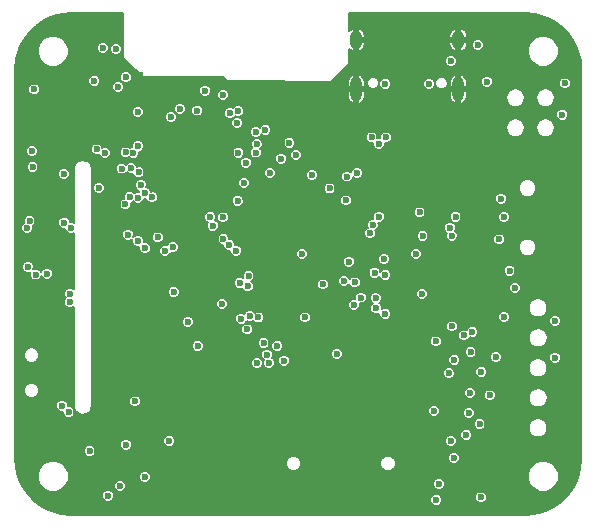
<source format=gbr>
G04 #@! TF.GenerationSoftware,KiCad,Pcbnew,5.0.2-bee76a0~70~ubuntu18.04.1*
G04 #@! TF.CreationDate,2019-04-08T17:38:34+02:00*
G04 #@! TF.ProjectId,anotterwatch,616e6f74-7465-4727-9761-7463682e6b69,rev?*
G04 #@! TF.SameCoordinates,Original*
G04 #@! TF.FileFunction,Copper,L1,Top*
G04 #@! TF.FilePolarity,Positive*
%FSLAX46Y46*%
G04 Gerber Fmt 4.6, Leading zero omitted, Abs format (unit mm)*
G04 Created by KiCad (PCBNEW 5.0.2-bee76a0~70~ubuntu18.04.1) date Mo 08 Apr 2019 17:38:34 CEST*
%MOMM*%
%LPD*%
G01*
G04 APERTURE LIST*
G04 #@! TA.AperFunction,ComponentPad*
%ADD10O,1.000000X2.100000*%
G04 #@! TD*
G04 #@! TA.AperFunction,ComponentPad*
%ADD11O,1.000000X1.600000*%
G04 #@! TD*
G04 #@! TA.AperFunction,ViaPad*
%ADD12R,0.900000X0.500000*%
G04 #@! TD*
G04 #@! TA.AperFunction,ViaPad*
%ADD13C,0.600000*%
G04 #@! TD*
G04 #@! TA.AperFunction,Conductor*
%ADD14C,0.200000*%
G04 #@! TD*
G04 #@! TA.AperFunction,Conductor*
%ADD15C,0.150000*%
G04 #@! TD*
G04 APERTURE END LIST*
D10*
G04 #@! TO.P,J4,S1*
G04 #@! TO.N,GND*
X107160600Y-75221500D03*
X115800600Y-75221500D03*
D11*
X107160600Y-71041500D03*
X115800600Y-71041500D03*
G04 #@! TD*
D12*
G04 #@! TO.N,GND*
G04 #@! TO.C,AE1*
X88679600Y-74015600D03*
G04 #@! TD*
D13*
G04 #@! TO.N,GND*
X80950000Y-88890000D03*
X93340000Y-81410000D03*
X93340000Y-80660000D03*
X92590000Y-80660000D03*
X92590000Y-81410000D03*
X92590000Y-82160000D03*
X93340000Y-82160000D03*
X94090000Y-82160000D03*
X94090000Y-81410000D03*
X94090000Y-80660000D03*
X94090000Y-79910000D03*
X93340000Y-79910000D03*
X92590000Y-79910000D03*
X91840000Y-79910000D03*
X91840000Y-80660000D03*
X91840000Y-81410000D03*
X91840000Y-82160000D03*
X91090000Y-82160000D03*
X91090000Y-81410000D03*
X91090000Y-80660000D03*
X91090000Y-79910000D03*
X91090000Y-79160000D03*
X91840000Y-79160000D03*
X92590000Y-79160000D03*
X93340000Y-79160000D03*
X94090000Y-79160000D03*
X94840000Y-79160000D03*
X94840000Y-79910000D03*
X94840000Y-80660000D03*
X94840000Y-81410000D03*
X94840000Y-82160000D03*
X94840000Y-82910000D03*
X94090000Y-82910000D03*
X93340000Y-82910000D03*
X92590000Y-82910000D03*
X91840000Y-82910000D03*
X91090000Y-82910000D03*
G04 #@! TO.N,PROBE1*
X115265200Y-95300800D03*
X116298130Y-96062800D03*
G04 #@! TO.N,GNDA*
X112522000Y-85648800D03*
X112776000Y-87630000D03*
X115265200Y-87630000D03*
X112217200Y-89154000D03*
X119684800Y-94494000D03*
X116789200Y-100939600D03*
X113741200Y-102463600D03*
X115569375Y-86005025D03*
G04 #@! TO.N,ADC_REF*
X116687600Y-102616000D03*
X120142000Y-90576400D03*
G04 #@! TO.N,AFE_ENABLE*
X116992400Y-95758000D03*
X115073259Y-86928795D03*
X107028041Y-91572506D03*
X106982600Y-93492507D03*
X108864400Y-93776800D03*
X106527600Y-89814400D03*
X98044000Y-91033600D03*
G04 #@! TO.N,SE_ENABLE*
X120599200Y-92049600D03*
X117602000Y-103581194D03*
X97282000Y-91643200D03*
G04 #@! TO.N,GND*
X101600000Y-92456000D03*
X101600000Y-93116400D03*
X99771200Y-91795600D03*
X101600000Y-91795600D03*
X111455200Y-87680800D03*
X110794800Y-88341200D03*
X110794800Y-86969600D03*
X81500000Y-77828400D03*
X82143600Y-77825600D03*
X81500000Y-78488800D03*
X82143600Y-78486000D03*
X83413600Y-78486000D03*
X82753200Y-78486000D03*
X81500000Y-77168000D03*
X82143600Y-77165200D03*
X83413600Y-77165200D03*
X82753200Y-77165200D03*
X83413600Y-77825600D03*
X82753200Y-77825600D03*
X82143600Y-76403200D03*
X82753200Y-76403200D03*
X83413600Y-79197200D03*
X81500000Y-76400000D03*
X81500000Y-79200000D03*
X83400000Y-76400000D03*
X81750000Y-88900000D03*
X81750000Y-88050000D03*
X80200000Y-88050000D03*
X80200000Y-88900000D03*
X79350000Y-82950000D03*
X88679600Y-74015600D03*
X78802010Y-83300000D03*
X80750000Y-93200000D03*
X81300000Y-92650000D03*
X82753200Y-79197200D03*
X82753200Y-79197200D03*
X82143600Y-79197200D03*
X110128410Y-87680800D03*
X80949800Y-88036400D03*
X81737200Y-80822800D03*
X81432400Y-82397600D03*
X78587600Y-88493600D03*
X100431600Y-92456000D03*
X118973600Y-77317600D03*
X118110000Y-77317600D03*
X124053600Y-82397600D03*
X122783600Y-82397600D03*
X121361200Y-81534000D03*
X121361200Y-80467200D03*
X118973600Y-79603600D03*
X118059200Y-79603600D03*
X114300000Y-69392800D03*
X108051600Y-69392800D03*
X108000800Y-72186800D03*
X113334800Y-73914000D03*
X107594400Y-79349600D03*
X107848400Y-73863200D03*
X119634000Y-74676000D03*
X110591600Y-79654400D03*
X112877600Y-91735389D03*
X115620800Y-85191600D03*
X102717600Y-75539600D03*
X102717600Y-76200000D03*
X83769200Y-74625200D03*
X85547200Y-81788000D03*
X94843600Y-107035600D03*
X94843600Y-106121200D03*
X94843600Y-105206800D03*
X93929200Y-107848400D03*
X91135200Y-107391200D03*
X88747600Y-107035600D03*
X91541600Y-102920800D03*
X90119200Y-104038400D03*
X94843600Y-104292400D03*
X107334410Y-84734400D03*
X119594958Y-99353042D03*
X118313200Y-95046800D03*
X111455200Y-97637600D03*
X107442000Y-97790000D03*
X110794800Y-89650977D03*
X109526768Y-93077789D03*
X113334800Y-104749600D03*
X114147600Y-107899200D03*
X114291995Y-99314567D03*
X96164400Y-90525600D03*
X105816400Y-87878010D03*
X89550000Y-86310002D03*
X91690000Y-86540000D03*
X88105097Y-77678887D03*
X95294810Y-90700000D03*
X93725579Y-96246523D03*
X92216153Y-94653223D03*
X96100000Y-91300000D03*
X93900000Y-99700000D03*
X95000000Y-99700000D03*
X96100000Y-99700000D03*
X89165763Y-75334844D03*
X79710000Y-96620000D03*
G04 #@! TO.N,BUF_ENABLE*
X109626400Y-94234000D03*
X97960553Y-91904182D03*
X95919559Y-87887070D03*
G04 #@! TO.N,MUX_ENABLE*
X115163600Y-105003600D03*
X97434400Y-94640400D03*
X115017190Y-99263200D03*
G04 #@! TO.N,MUX_CH1*
X113893600Y-96570800D03*
X98862407Y-94539628D03*
G04 #@! TO.N,MUX_CH2*
X116484400Y-104495600D03*
X98143262Y-94432969D03*
G04 #@! TO.N,VBUS*
X109626400Y-74777600D03*
X113334800Y-74777600D03*
X87630000Y-80568800D03*
X88290400Y-80619600D03*
X79908400Y-75234800D03*
X85191600Y-80314800D03*
X109067600Y-79857600D03*
X107238800Y-82296000D03*
G04 #@! TO.N,IPS_LED*
X91338400Y-105003600D03*
G04 #@! TO.N,+BATT*
X83000000Y-86950000D03*
X82905600Y-92557600D03*
X82905600Y-93268800D03*
X82397600Y-82397600D03*
X82448400Y-86512400D03*
G04 #@! TO.N,IPS_MOSI*
X89893403Y-84367362D03*
X91700000Y-92400000D03*
G04 #@! TO.N,IPS_LED*
X97088835Y-78076395D03*
G04 #@! TO.N,+BATT*
X85895979Y-80619608D03*
G04 #@! TO.N,TXD*
X108458000Y-79298800D03*
X88727664Y-82242010D03*
G04 #@! TO.N,RXD*
X109677200Y-79298800D03*
X88090000Y-81880000D03*
G04 #@! TO.N,BTN_UP*
X119278400Y-87934800D03*
X95870000Y-75712010D03*
G04 #@! TO.N,BTN_CNTR*
X119684800Y-86055200D03*
X100813542Y-81087514D03*
X97172964Y-77072384D03*
G04 #@! TO.N,BTN_DOWN*
X119430800Y-84480400D03*
X106375200Y-82606790D03*
X93714485Y-77020821D03*
G04 #@! TO.N,ADC_SCK*
X108559515Y-86709610D03*
X94810000Y-86050000D03*
X95800000Y-93400000D03*
G04 #@! TO.N,IPS_DC*
X98660456Y-78853585D03*
X92900000Y-94900000D03*
G04 #@! TO.N,WAKE1*
X90344983Y-87762068D03*
X96447570Y-77258480D03*
G04 #@! TO.N,I2C_SCL*
X124612400Y-77368400D03*
X108708722Y-90741476D03*
X96422786Y-88411769D03*
X88663450Y-88051464D03*
X87968525Y-84322005D03*
G04 #@! TO.N,I2C_SDA*
X124815600Y-74726800D03*
X96995997Y-88881781D03*
X109626400Y-90943022D03*
X89280002Y-88679941D03*
X87290000Y-81930000D03*
X88689696Y-84413978D03*
G04 #@! TO.N,SD_DATA2*
X99314000Y-96723200D03*
X97188547Y-80588538D03*
G04 #@! TO.N,SD_DATA3*
X100482400Y-96977200D03*
X97800000Y-81430000D03*
G04 #@! TO.N,SD_CMD*
X101041200Y-98196400D03*
X97653364Y-83157855D03*
G04 #@! TO.N,SD_DATA1*
X98756166Y-98405590D03*
X97120032Y-84650032D03*
G04 #@! TO.N,PARTY_ENABLE*
X88442800Y-101650800D03*
X87680800Y-105308400D03*
G04 #@! TO.N,ESP32_DAC*
X99466400Y-78678590D03*
X104901375Y-83617425D03*
G04 #@! TO.N,Net-(D2-Pad1)*
X85699600Y-71729600D03*
X86156800Y-109626400D03*
G04 #@! TO.N,ADC_MISO*
X109073590Y-85998410D03*
X95893487Y-86069575D03*
X91630000Y-88590000D03*
X88910000Y-83300000D03*
G04 #@! TO.N,ADC_CS*
X108345263Y-87404335D03*
X95002827Y-86760591D03*
G04 #@! TO.N,ADC_CH_SEL*
X101506349Y-79748051D03*
X109524800Y-89611200D03*
G04 #@! TO.N,Net-(D1-Pad1)*
X117449600Y-71475600D03*
X86817200Y-71831200D03*
G04 #@! TO.N,+BATT*
X94370000Y-75330000D03*
G04 #@! TO.N,ESP_ADC*
X103428800Y-82499200D03*
G04 #@! TO.N,+3V3*
X80009377Y-90906076D03*
X98644655Y-80576144D03*
X118211600Y-74574400D03*
G04 #@! TO.N,ESP_ADC*
X92230000Y-76870000D03*
G04 #@! TO.N,+3V3*
X84988400Y-74523600D03*
X84582000Y-105867200D03*
X114147600Y-108661200D03*
X115468400Y-98145600D03*
X117754400Y-99161600D03*
X118465600Y-101142800D03*
X105511600Y-97637600D03*
X106121200Y-91440000D03*
X79502000Y-86360000D03*
X79298800Y-86969600D03*
X97942400Y-95554800D03*
X112725200Y-92557600D03*
X115417600Y-106426000D03*
X106290621Y-84632800D03*
X102057200Y-80772000D03*
X91450000Y-77590000D03*
X87830000Y-87520000D03*
X90978546Y-88912730D03*
X87619988Y-84960023D03*
X89275793Y-83983820D03*
X85360000Y-83580000D03*
X88660092Y-77123892D03*
X88700000Y-80000000D03*
X93728107Y-96973531D03*
G04 #@! TO.N,Net-(C28-Pad1)*
X79350000Y-90250000D03*
X80975200Y-90830400D03*
G04 #@! TO.N,Net-(J3-Pad1)*
X124002800Y-94843600D03*
X116840000Y-97485200D03*
X102565200Y-89154000D03*
G04 #@! TO.N,Net-(J3-Pad2)*
X118973600Y-97897600D03*
X104343200Y-91744800D03*
G04 #@! TO.N,Net-(J3-Pad3)*
X124002800Y-97942400D03*
X102819200Y-94538789D03*
G04 #@! TO.N,Net-(C15-Pad1)*
X108818632Y-92913200D03*
X107537610Y-92853528D03*
G04 #@! TO.N,Net-(BT1-Pad1)*
X79705200Y-80467200D03*
X82804000Y-102565200D03*
X82245200Y-102006400D03*
X79756000Y-81788000D03*
G04 #@! TO.N,Net-(D3-Pad1)*
X89255600Y-108051600D03*
X117703600Y-109778800D03*
G04 #@! TO.N,Net-(J1-Pad5)*
X98755200Y-79857596D03*
X99760178Y-98398116D03*
G04 #@! TO.N,Net-(J1-Pad7)*
X99629972Y-97682859D03*
X99850000Y-82310000D03*
G04 #@! TO.N,Net-(C31-Pad1)*
X115163600Y-72847200D03*
X113944400Y-109982000D03*
X87014410Y-75031600D03*
X87642261Y-74206539D03*
X87155123Y-108801791D03*
G04 #@! TD*
D14*
G04 #@! TO.N,ADC_REF*
X116687600Y-102616000D02*
X116687600Y-102666800D01*
D15*
G04 #@! TO.N,ESP32_DAC*
X99466400Y-78678590D02*
X99466400Y-78689200D01*
G04 #@! TD*
G04 #@! TO.N,GND*
G36*
X87425000Y-72500000D02*
X87431036Y-72529479D01*
X87447567Y-72553626D01*
X89101567Y-74170826D01*
X89125299Y-74186491D01*
X89154000Y-74192200D01*
X95879334Y-74192200D01*
X96212967Y-74525833D01*
X96238173Y-74542447D01*
X96266943Y-74547794D01*
X97204284Y-74536002D01*
X104999625Y-74574999D01*
X105028701Y-74569291D01*
X105053033Y-74553033D01*
X105109566Y-74496500D01*
X106435600Y-74496500D01*
X106435600Y-75046500D01*
X106985600Y-75046500D01*
X106985600Y-74026053D01*
X107335600Y-74026053D01*
X107335600Y-75046500D01*
X107885600Y-75046500D01*
X107885600Y-74586673D01*
X108063600Y-74586673D01*
X108063600Y-74796327D01*
X108143831Y-74990022D01*
X108292078Y-75138269D01*
X108485773Y-75218500D01*
X108695427Y-75218500D01*
X108889122Y-75138269D01*
X109037369Y-74990022D01*
X109117600Y-74796327D01*
X109117600Y-74677746D01*
X109124400Y-74677746D01*
X109124400Y-74877454D01*
X109200825Y-75061960D01*
X109342040Y-75203175D01*
X109526546Y-75279600D01*
X109726254Y-75279600D01*
X109910760Y-75203175D01*
X110051975Y-75061960D01*
X110128400Y-74877454D01*
X110128400Y-74677746D01*
X112832800Y-74677746D01*
X112832800Y-74877454D01*
X112909225Y-75061960D01*
X113050440Y-75203175D01*
X113234946Y-75279600D01*
X113434654Y-75279600D01*
X113619160Y-75203175D01*
X113760375Y-75061960D01*
X113836800Y-74877454D01*
X113836800Y-74677746D01*
X113799077Y-74586673D01*
X113843600Y-74586673D01*
X113843600Y-74796327D01*
X113923831Y-74990022D01*
X114072078Y-75138269D01*
X114265773Y-75218500D01*
X114475427Y-75218500D01*
X114669122Y-75138269D01*
X114817369Y-74990022D01*
X114897600Y-74796327D01*
X114897600Y-74586673D01*
X114860250Y-74496500D01*
X115075600Y-74496500D01*
X115075600Y-75046500D01*
X115625600Y-75046500D01*
X115625600Y-74026053D01*
X115975600Y-74026053D01*
X115975600Y-75046500D01*
X116525600Y-75046500D01*
X116525600Y-74496500D01*
X116515447Y-74474546D01*
X117709600Y-74474546D01*
X117709600Y-74674254D01*
X117786025Y-74858760D01*
X117927240Y-74999975D01*
X118111746Y-75076400D01*
X118311454Y-75076400D01*
X118495960Y-74999975D01*
X118637175Y-74858760D01*
X118713600Y-74674254D01*
X118713600Y-74626946D01*
X124313600Y-74626946D01*
X124313600Y-74826654D01*
X124390025Y-75011160D01*
X124531240Y-75152375D01*
X124715746Y-75228800D01*
X124915454Y-75228800D01*
X125099960Y-75152375D01*
X125241175Y-75011160D01*
X125317600Y-74826654D01*
X125317600Y-74626946D01*
X125241175Y-74442440D01*
X125099960Y-74301225D01*
X124915454Y-74224800D01*
X124715746Y-74224800D01*
X124531240Y-74301225D01*
X124390025Y-74442440D01*
X124313600Y-74626946D01*
X118713600Y-74626946D01*
X118713600Y-74474546D01*
X118637175Y-74290040D01*
X118495960Y-74148825D01*
X118311454Y-74072400D01*
X118111746Y-74072400D01*
X117927240Y-74148825D01*
X117786025Y-74290040D01*
X117709600Y-74474546D01*
X116515447Y-74474546D01*
X116403443Y-74232376D01*
X116189509Y-74035104D01*
X116083507Y-74003976D01*
X115975600Y-74026053D01*
X115625600Y-74026053D01*
X115517693Y-74003976D01*
X115411691Y-74035104D01*
X115197757Y-74232376D01*
X115075600Y-74496500D01*
X114860250Y-74496500D01*
X114817369Y-74392978D01*
X114669122Y-74244731D01*
X114475427Y-74164500D01*
X114265773Y-74164500D01*
X114072078Y-74244731D01*
X113923831Y-74392978D01*
X113843600Y-74586673D01*
X113799077Y-74586673D01*
X113760375Y-74493240D01*
X113619160Y-74352025D01*
X113434654Y-74275600D01*
X113234946Y-74275600D01*
X113050440Y-74352025D01*
X112909225Y-74493240D01*
X112832800Y-74677746D01*
X110128400Y-74677746D01*
X110051975Y-74493240D01*
X109910760Y-74352025D01*
X109726254Y-74275600D01*
X109526546Y-74275600D01*
X109342040Y-74352025D01*
X109200825Y-74493240D01*
X109124400Y-74677746D01*
X109117600Y-74677746D01*
X109117600Y-74586673D01*
X109037369Y-74392978D01*
X108889122Y-74244731D01*
X108695427Y-74164500D01*
X108485773Y-74164500D01*
X108292078Y-74244731D01*
X108143831Y-74392978D01*
X108063600Y-74586673D01*
X107885600Y-74586673D01*
X107885600Y-74496500D01*
X107763443Y-74232376D01*
X107549509Y-74035104D01*
X107443507Y-74003976D01*
X107335600Y-74026053D01*
X106985600Y-74026053D01*
X106877693Y-74003976D01*
X106771691Y-74035104D01*
X106557757Y-74232376D01*
X106435600Y-74496500D01*
X105109566Y-74496500D01*
X106553033Y-73053033D01*
X106569291Y-73028701D01*
X106575000Y-73000000D01*
X106575000Y-72747346D01*
X114661600Y-72747346D01*
X114661600Y-72947054D01*
X114738025Y-73131560D01*
X114879240Y-73272775D01*
X115063746Y-73349200D01*
X115263454Y-73349200D01*
X115447960Y-73272775D01*
X115589175Y-73131560D01*
X115665600Y-72947054D01*
X115665600Y-72747346D01*
X115589175Y-72562840D01*
X115447960Y-72421625D01*
X115263454Y-72345200D01*
X115063746Y-72345200D01*
X114879240Y-72421625D01*
X114738025Y-72562840D01*
X114661600Y-72747346D01*
X106575000Y-72747346D01*
X106575000Y-71790777D01*
X106624563Y-71866630D01*
X106877693Y-72009024D01*
X106985600Y-71986947D01*
X106985600Y-71216500D01*
X107335600Y-71216500D01*
X107335600Y-71986947D01*
X107443507Y-72009024D01*
X107696637Y-71866630D01*
X107856792Y-71621524D01*
X107910958Y-71333787D01*
X115050242Y-71333787D01*
X115104408Y-71621524D01*
X115264563Y-71866630D01*
X115517693Y-72009024D01*
X115625600Y-71986947D01*
X115625600Y-71216500D01*
X115975600Y-71216500D01*
X115975600Y-71986947D01*
X116083507Y-72009024D01*
X116336637Y-71866630D01*
X116496792Y-71621524D01*
X116543059Y-71375746D01*
X116947600Y-71375746D01*
X116947600Y-71575454D01*
X117024025Y-71759960D01*
X117165240Y-71901175D01*
X117349746Y-71977600D01*
X117549454Y-71977600D01*
X117733960Y-71901175D01*
X117875175Y-71759960D01*
X117883021Y-71741016D01*
X121698000Y-71741016D01*
X121698000Y-72258984D01*
X121896217Y-72737524D01*
X122262476Y-73103783D01*
X122741016Y-73302000D01*
X123258984Y-73302000D01*
X123737524Y-73103783D01*
X124103783Y-72737524D01*
X124302000Y-72258984D01*
X124302000Y-71741016D01*
X124103783Y-71262476D01*
X123737524Y-70896217D01*
X123258984Y-70698000D01*
X122741016Y-70698000D01*
X122262476Y-70896217D01*
X121896217Y-71262476D01*
X121698000Y-71741016D01*
X117883021Y-71741016D01*
X117951600Y-71575454D01*
X117951600Y-71375746D01*
X117875175Y-71191240D01*
X117733960Y-71050025D01*
X117549454Y-70973600D01*
X117349746Y-70973600D01*
X117165240Y-71050025D01*
X117024025Y-71191240D01*
X116947600Y-71375746D01*
X116543059Y-71375746D01*
X116550958Y-71333787D01*
X116484263Y-71216500D01*
X115975600Y-71216500D01*
X115625600Y-71216500D01*
X115116937Y-71216500D01*
X115050242Y-71333787D01*
X107910958Y-71333787D01*
X107844263Y-71216500D01*
X107335600Y-71216500D01*
X106985600Y-71216500D01*
X106965600Y-71216500D01*
X106965600Y-70866500D01*
X106985600Y-70866500D01*
X106985600Y-70096053D01*
X107335600Y-70096053D01*
X107335600Y-70866500D01*
X107844263Y-70866500D01*
X107910958Y-70749213D01*
X115050242Y-70749213D01*
X115116937Y-70866500D01*
X115625600Y-70866500D01*
X115625600Y-70096053D01*
X115975600Y-70096053D01*
X115975600Y-70866500D01*
X116484263Y-70866500D01*
X116550958Y-70749213D01*
X116496792Y-70461476D01*
X116336637Y-70216370D01*
X116083507Y-70073976D01*
X115975600Y-70096053D01*
X115625600Y-70096053D01*
X115517693Y-70073976D01*
X115264563Y-70216370D01*
X115104408Y-70461476D01*
X115050242Y-70749213D01*
X107910958Y-70749213D01*
X107856792Y-70461476D01*
X107696637Y-70216370D01*
X107443507Y-70073976D01*
X107335600Y-70096053D01*
X106985600Y-70096053D01*
X106877693Y-70073976D01*
X106624563Y-70216370D01*
X106575000Y-70292223D01*
X106575000Y-68777000D01*
X121487668Y-68777000D01*
X122336177Y-68852727D01*
X123145920Y-69074248D01*
X123903643Y-69435664D01*
X124585385Y-69925545D01*
X125169604Y-70528412D01*
X125637833Y-71225211D01*
X125975268Y-71993910D01*
X126171756Y-72812340D01*
X126223000Y-73510156D01*
X126223001Y-106487657D01*
X126147273Y-107336173D01*
X125925751Y-108145922D01*
X125564336Y-108903643D01*
X125074455Y-109585385D01*
X124471588Y-110169604D01*
X123774789Y-110637833D01*
X123006098Y-110975265D01*
X122187661Y-111171756D01*
X121489844Y-111223000D01*
X83012331Y-111223000D01*
X82163827Y-111147273D01*
X81354078Y-110925751D01*
X80596357Y-110564336D01*
X79914615Y-110074455D01*
X79383655Y-109526546D01*
X85654800Y-109526546D01*
X85654800Y-109726254D01*
X85731225Y-109910760D01*
X85872440Y-110051975D01*
X86056946Y-110128400D01*
X86256654Y-110128400D01*
X86441160Y-110051975D01*
X86582375Y-109910760D01*
X86594227Y-109882146D01*
X113442400Y-109882146D01*
X113442400Y-110081854D01*
X113518825Y-110266360D01*
X113660040Y-110407575D01*
X113844546Y-110484000D01*
X114044254Y-110484000D01*
X114228760Y-110407575D01*
X114369975Y-110266360D01*
X114446400Y-110081854D01*
X114446400Y-109882146D01*
X114369975Y-109697640D01*
X114351281Y-109678946D01*
X117201600Y-109678946D01*
X117201600Y-109878654D01*
X117278025Y-110063160D01*
X117419240Y-110204375D01*
X117603746Y-110280800D01*
X117803454Y-110280800D01*
X117987960Y-110204375D01*
X118129175Y-110063160D01*
X118205600Y-109878654D01*
X118205600Y-109678946D01*
X118129175Y-109494440D01*
X117987960Y-109353225D01*
X117803454Y-109276800D01*
X117603746Y-109276800D01*
X117419240Y-109353225D01*
X117278025Y-109494440D01*
X117201600Y-109678946D01*
X114351281Y-109678946D01*
X114228760Y-109556425D01*
X114044254Y-109480000D01*
X113844546Y-109480000D01*
X113660040Y-109556425D01*
X113518825Y-109697640D01*
X113442400Y-109882146D01*
X86594227Y-109882146D01*
X86658800Y-109726254D01*
X86658800Y-109526546D01*
X86582375Y-109342040D01*
X86441160Y-109200825D01*
X86256654Y-109124400D01*
X86056946Y-109124400D01*
X85872440Y-109200825D01*
X85731225Y-109342040D01*
X85654800Y-109526546D01*
X79383655Y-109526546D01*
X79330396Y-109471588D01*
X78862167Y-108774789D01*
X78524735Y-108006098D01*
X78461094Y-107741016D01*
X80198000Y-107741016D01*
X80198000Y-108258984D01*
X80396217Y-108737524D01*
X80762476Y-109103783D01*
X81241016Y-109302000D01*
X81758984Y-109302000D01*
X82237524Y-109103783D01*
X82603783Y-108737524D01*
X82618523Y-108701937D01*
X86653123Y-108701937D01*
X86653123Y-108901645D01*
X86729548Y-109086151D01*
X86870763Y-109227366D01*
X87055269Y-109303791D01*
X87254977Y-109303791D01*
X87439483Y-109227366D01*
X87580698Y-109086151D01*
X87657123Y-108901645D01*
X87657123Y-108701937D01*
X87598889Y-108561346D01*
X113645600Y-108561346D01*
X113645600Y-108761054D01*
X113722025Y-108945560D01*
X113863240Y-109086775D01*
X114047746Y-109163200D01*
X114247454Y-109163200D01*
X114431960Y-109086775D01*
X114573175Y-108945560D01*
X114649600Y-108761054D01*
X114649600Y-108561346D01*
X114573175Y-108376840D01*
X114431960Y-108235625D01*
X114247454Y-108159200D01*
X114047746Y-108159200D01*
X113863240Y-108235625D01*
X113722025Y-108376840D01*
X113645600Y-108561346D01*
X87598889Y-108561346D01*
X87580698Y-108517431D01*
X87439483Y-108376216D01*
X87254977Y-108299791D01*
X87055269Y-108299791D01*
X86870763Y-108376216D01*
X86729548Y-108517431D01*
X86653123Y-108701937D01*
X82618523Y-108701937D01*
X82802000Y-108258984D01*
X82802000Y-107951746D01*
X88753600Y-107951746D01*
X88753600Y-108151454D01*
X88830025Y-108335960D01*
X88971240Y-108477175D01*
X89155746Y-108553600D01*
X89355454Y-108553600D01*
X89539960Y-108477175D01*
X89681175Y-108335960D01*
X89757600Y-108151454D01*
X89757600Y-107951746D01*
X89681175Y-107767240D01*
X89654951Y-107741016D01*
X121698000Y-107741016D01*
X121698000Y-108258984D01*
X121896217Y-108737524D01*
X122262476Y-109103783D01*
X122741016Y-109302000D01*
X123258984Y-109302000D01*
X123737524Y-109103783D01*
X124103783Y-108737524D01*
X124302000Y-108258984D01*
X124302000Y-107741016D01*
X124103783Y-107262476D01*
X123737524Y-106896217D01*
X123258984Y-106698000D01*
X122741016Y-106698000D01*
X122262476Y-106896217D01*
X121896217Y-107262476D01*
X121698000Y-107741016D01*
X89654951Y-107741016D01*
X89539960Y-107626025D01*
X89355454Y-107549600D01*
X89155746Y-107549600D01*
X88971240Y-107626025D01*
X88830025Y-107767240D01*
X88753600Y-107951746D01*
X82802000Y-107951746D01*
X82802000Y-107741016D01*
X82603783Y-107262476D01*
X82237524Y-106896217D01*
X81926312Y-106767309D01*
X101200000Y-106767309D01*
X101200000Y-107026691D01*
X101299261Y-107266328D01*
X101482672Y-107449739D01*
X101722309Y-107549000D01*
X101981691Y-107549000D01*
X102221328Y-107449739D01*
X102404739Y-107266328D01*
X102504000Y-107026691D01*
X102504000Y-106767309D01*
X109200000Y-106767309D01*
X109200000Y-107026691D01*
X109299261Y-107266328D01*
X109482672Y-107449739D01*
X109722309Y-107549000D01*
X109981691Y-107549000D01*
X110221328Y-107449739D01*
X110404739Y-107266328D01*
X110504000Y-107026691D01*
X110504000Y-106767309D01*
X110404739Y-106527672D01*
X110221328Y-106344261D01*
X110177595Y-106326146D01*
X114915600Y-106326146D01*
X114915600Y-106525854D01*
X114992025Y-106710360D01*
X115133240Y-106851575D01*
X115317746Y-106928000D01*
X115517454Y-106928000D01*
X115701960Y-106851575D01*
X115843175Y-106710360D01*
X115919600Y-106525854D01*
X115919600Y-106326146D01*
X115843175Y-106141640D01*
X115701960Y-106000425D01*
X115517454Y-105924000D01*
X115317746Y-105924000D01*
X115133240Y-106000425D01*
X114992025Y-106141640D01*
X114915600Y-106326146D01*
X110177595Y-106326146D01*
X109981691Y-106245000D01*
X109722309Y-106245000D01*
X109482672Y-106344261D01*
X109299261Y-106527672D01*
X109200000Y-106767309D01*
X102504000Y-106767309D01*
X102404739Y-106527672D01*
X102221328Y-106344261D01*
X101981691Y-106245000D01*
X101722309Y-106245000D01*
X101482672Y-106344261D01*
X101299261Y-106527672D01*
X101200000Y-106767309D01*
X81926312Y-106767309D01*
X81758984Y-106698000D01*
X81241016Y-106698000D01*
X80762476Y-106896217D01*
X80396217Y-107262476D01*
X80198000Y-107741016D01*
X78461094Y-107741016D01*
X78328244Y-107187661D01*
X78277000Y-106489844D01*
X78277000Y-105767346D01*
X84080000Y-105767346D01*
X84080000Y-105967054D01*
X84156425Y-106151560D01*
X84297640Y-106292775D01*
X84482146Y-106369200D01*
X84681854Y-106369200D01*
X84866360Y-106292775D01*
X85007575Y-106151560D01*
X85084000Y-105967054D01*
X85084000Y-105767346D01*
X85007575Y-105582840D01*
X84866360Y-105441625D01*
X84681854Y-105365200D01*
X84482146Y-105365200D01*
X84297640Y-105441625D01*
X84156425Y-105582840D01*
X84080000Y-105767346D01*
X78277000Y-105767346D01*
X78277000Y-105208546D01*
X87178800Y-105208546D01*
X87178800Y-105408254D01*
X87255225Y-105592760D01*
X87396440Y-105733975D01*
X87580946Y-105810400D01*
X87780654Y-105810400D01*
X87965160Y-105733975D01*
X88106375Y-105592760D01*
X88182800Y-105408254D01*
X88182800Y-105208546D01*
X88106375Y-105024040D01*
X87986081Y-104903746D01*
X90836400Y-104903746D01*
X90836400Y-105103454D01*
X90912825Y-105287960D01*
X91054040Y-105429175D01*
X91238546Y-105505600D01*
X91438254Y-105505600D01*
X91622760Y-105429175D01*
X91763975Y-105287960D01*
X91840400Y-105103454D01*
X91840400Y-104903746D01*
X114661600Y-104903746D01*
X114661600Y-105103454D01*
X114738025Y-105287960D01*
X114879240Y-105429175D01*
X115063746Y-105505600D01*
X115263454Y-105505600D01*
X115447960Y-105429175D01*
X115589175Y-105287960D01*
X115665600Y-105103454D01*
X115665600Y-104903746D01*
X115589175Y-104719240D01*
X115447960Y-104578025D01*
X115263454Y-104501600D01*
X115063746Y-104501600D01*
X114879240Y-104578025D01*
X114738025Y-104719240D01*
X114661600Y-104903746D01*
X91840400Y-104903746D01*
X91763975Y-104719240D01*
X91622760Y-104578025D01*
X91438254Y-104501600D01*
X91238546Y-104501600D01*
X91054040Y-104578025D01*
X90912825Y-104719240D01*
X90836400Y-104903746D01*
X87986081Y-104903746D01*
X87965160Y-104882825D01*
X87780654Y-104806400D01*
X87580946Y-104806400D01*
X87396440Y-104882825D01*
X87255225Y-105024040D01*
X87178800Y-105208546D01*
X78277000Y-105208546D01*
X78277000Y-104395746D01*
X115982400Y-104395746D01*
X115982400Y-104595454D01*
X116058825Y-104779960D01*
X116200040Y-104921175D01*
X116384546Y-104997600D01*
X116584254Y-104997600D01*
X116768760Y-104921175D01*
X116909975Y-104779960D01*
X116986400Y-104595454D01*
X116986400Y-104395746D01*
X116909975Y-104211240D01*
X116768760Y-104070025D01*
X116584254Y-103993600D01*
X116384546Y-103993600D01*
X116200040Y-104070025D01*
X116058825Y-104211240D01*
X115982400Y-104395746D01*
X78277000Y-104395746D01*
X78277000Y-103481340D01*
X117100000Y-103481340D01*
X117100000Y-103681048D01*
X117176425Y-103865554D01*
X117317640Y-104006769D01*
X117502146Y-104083194D01*
X117701854Y-104083194D01*
X117886360Y-104006769D01*
X118007129Y-103886000D01*
X121754000Y-103886000D01*
X121814668Y-104190999D01*
X121987436Y-104449564D01*
X122246001Y-104622332D01*
X122551000Y-104683000D01*
X122855999Y-104622332D01*
X123114564Y-104449564D01*
X123287332Y-104190999D01*
X123348000Y-103886000D01*
X123287332Y-103581001D01*
X123114564Y-103322436D01*
X122855999Y-103149668D01*
X122551000Y-103089000D01*
X122246001Y-103149668D01*
X121987436Y-103322436D01*
X121814668Y-103581001D01*
X121754000Y-103886000D01*
X118007129Y-103886000D01*
X118027575Y-103865554D01*
X118104000Y-103681048D01*
X118104000Y-103481340D01*
X118027575Y-103296834D01*
X117886360Y-103155619D01*
X117701854Y-103079194D01*
X117502146Y-103079194D01*
X117317640Y-103155619D01*
X117176425Y-103296834D01*
X117100000Y-103481340D01*
X78277000Y-103481340D01*
X78277000Y-101906546D01*
X81743200Y-101906546D01*
X81743200Y-102106254D01*
X81819625Y-102290760D01*
X81960840Y-102431975D01*
X82145346Y-102508400D01*
X82302000Y-102508400D01*
X82302000Y-102665054D01*
X82378425Y-102849560D01*
X82519640Y-102990775D01*
X82704146Y-103067200D01*
X82903854Y-103067200D01*
X83088360Y-102990775D01*
X83229575Y-102849560D01*
X83306000Y-102665054D01*
X83306000Y-102465346D01*
X83229575Y-102280840D01*
X83088360Y-102139625D01*
X82903854Y-102063200D01*
X82747200Y-102063200D01*
X82747200Y-101906546D01*
X82670775Y-101722040D01*
X82529560Y-101580825D01*
X82345054Y-101504400D01*
X82145346Y-101504400D01*
X81960840Y-101580825D01*
X81819625Y-101722040D01*
X81743200Y-101906546D01*
X78277000Y-101906546D01*
X78277000Y-100590309D01*
X79028000Y-100590309D01*
X79028000Y-100849691D01*
X79127261Y-101089328D01*
X79310672Y-101272739D01*
X79550309Y-101372000D01*
X79809691Y-101372000D01*
X80049328Y-101272739D01*
X80232739Y-101089328D01*
X80332000Y-100849691D01*
X80332000Y-100590309D01*
X80232739Y-100350672D01*
X80049328Y-100167261D01*
X79809691Y-100068000D01*
X79550309Y-100068000D01*
X79310672Y-100167261D01*
X79127261Y-100350672D01*
X79028000Y-100590309D01*
X78277000Y-100590309D01*
X78277000Y-97590309D01*
X79028000Y-97590309D01*
X79028000Y-97849691D01*
X79127261Y-98089328D01*
X79310672Y-98272739D01*
X79550309Y-98372000D01*
X79809691Y-98372000D01*
X80049328Y-98272739D01*
X80232739Y-98089328D01*
X80332000Y-97849691D01*
X80332000Y-97590309D01*
X80232739Y-97350672D01*
X80049328Y-97167261D01*
X79809691Y-97068000D01*
X79550309Y-97068000D01*
X79310672Y-97167261D01*
X79127261Y-97350672D01*
X79028000Y-97590309D01*
X78277000Y-97590309D01*
X78277000Y-90150146D01*
X78848000Y-90150146D01*
X78848000Y-90349854D01*
X78924425Y-90534360D01*
X79065640Y-90675575D01*
X79250146Y-90752000D01*
X79449854Y-90752000D01*
X79546402Y-90712009D01*
X79507377Y-90806222D01*
X79507377Y-91005930D01*
X79583802Y-91190436D01*
X79725017Y-91331651D01*
X79909523Y-91408076D01*
X80109231Y-91408076D01*
X80293737Y-91331651D01*
X80434952Y-91190436D01*
X80507962Y-91014176D01*
X80549625Y-91114760D01*
X80690840Y-91255975D01*
X80875346Y-91332400D01*
X81075054Y-91332400D01*
X81259560Y-91255975D01*
X81400775Y-91114760D01*
X81477200Y-90930254D01*
X81477200Y-90730546D01*
X81400775Y-90546040D01*
X81259560Y-90404825D01*
X81075054Y-90328400D01*
X80875346Y-90328400D01*
X80690840Y-90404825D01*
X80549625Y-90546040D01*
X80476615Y-90722300D01*
X80434952Y-90621716D01*
X80293737Y-90480501D01*
X80109231Y-90404076D01*
X79909523Y-90404076D01*
X79812975Y-90444067D01*
X79852000Y-90349854D01*
X79852000Y-90150146D01*
X79775575Y-89965640D01*
X79634360Y-89824425D01*
X79449854Y-89748000D01*
X79250146Y-89748000D01*
X79065640Y-89824425D01*
X78924425Y-89965640D01*
X78848000Y-90150146D01*
X78277000Y-90150146D01*
X78277000Y-86869746D01*
X78796800Y-86869746D01*
X78796800Y-87069454D01*
X78873225Y-87253960D01*
X79014440Y-87395175D01*
X79198946Y-87471600D01*
X79398654Y-87471600D01*
X79583160Y-87395175D01*
X79724375Y-87253960D01*
X79800800Y-87069454D01*
X79800800Y-86869746D01*
X79768926Y-86792796D01*
X79786360Y-86785575D01*
X79927575Y-86644360D01*
X80004000Y-86459854D01*
X80004000Y-86412546D01*
X81946400Y-86412546D01*
X81946400Y-86612254D01*
X82022825Y-86796760D01*
X82164040Y-86937975D01*
X82348546Y-87014400D01*
X82498000Y-87014400D01*
X82498000Y-87049854D01*
X82574425Y-87234360D01*
X82715640Y-87375575D01*
X82900146Y-87452000D01*
X83099854Y-87452000D01*
X83223000Y-87400991D01*
X83223001Y-92165066D01*
X83189960Y-92132025D01*
X83005454Y-92055600D01*
X82805746Y-92055600D01*
X82621240Y-92132025D01*
X82480025Y-92273240D01*
X82403600Y-92457746D01*
X82403600Y-92657454D01*
X82480025Y-92841960D01*
X82551265Y-92913200D01*
X82480025Y-92984440D01*
X82403600Y-93168946D01*
X82403600Y-93368654D01*
X82480025Y-93553160D01*
X82621240Y-93694375D01*
X82805746Y-93770800D01*
X83005454Y-93770800D01*
X83189960Y-93694375D01*
X83223001Y-93661334D01*
X83223001Y-102027279D01*
X83228322Y-102054030D01*
X83228322Y-102054040D01*
X83266382Y-102245382D01*
X83307742Y-102345235D01*
X83307746Y-102345239D01*
X83416128Y-102507442D01*
X83416129Y-102507445D01*
X83492555Y-102583871D01*
X83492558Y-102583872D01*
X83654764Y-102692256D01*
X83654766Y-102692258D01*
X83754618Y-102733618D01*
X83945959Y-102771678D01*
X84054040Y-102771678D01*
X84245382Y-102733618D01*
X84345235Y-102692258D01*
X84345239Y-102692254D01*
X84507442Y-102583872D01*
X84507445Y-102583871D01*
X84583871Y-102507445D01*
X84583872Y-102507442D01*
X84679887Y-102363746D01*
X113239200Y-102363746D01*
X113239200Y-102563454D01*
X113315625Y-102747960D01*
X113456840Y-102889175D01*
X113641346Y-102965600D01*
X113841054Y-102965600D01*
X114025560Y-102889175D01*
X114166775Y-102747960D01*
X114243200Y-102563454D01*
X114243200Y-102516146D01*
X116185600Y-102516146D01*
X116185600Y-102715854D01*
X116262025Y-102900360D01*
X116403240Y-103041575D01*
X116587746Y-103118000D01*
X116787454Y-103118000D01*
X116971960Y-103041575D01*
X117113175Y-102900360D01*
X117189600Y-102715854D01*
X117189600Y-102516146D01*
X117113175Y-102331640D01*
X116971960Y-102190425D01*
X116787454Y-102114000D01*
X116587746Y-102114000D01*
X116403240Y-102190425D01*
X116262025Y-102331640D01*
X116185600Y-102516146D01*
X114243200Y-102516146D01*
X114243200Y-102363746D01*
X114166775Y-102179240D01*
X114025560Y-102038025D01*
X113841054Y-101961600D01*
X113641346Y-101961600D01*
X113456840Y-102038025D01*
X113315625Y-102179240D01*
X113239200Y-102363746D01*
X84679887Y-102363746D01*
X84692256Y-102345236D01*
X84692258Y-102345234D01*
X84733618Y-102245382D01*
X84771678Y-102054039D01*
X84771678Y-102054035D01*
X84777000Y-102027279D01*
X84777000Y-101550946D01*
X87940800Y-101550946D01*
X87940800Y-101750654D01*
X88017225Y-101935160D01*
X88158440Y-102076375D01*
X88342946Y-102152800D01*
X88542654Y-102152800D01*
X88727160Y-102076375D01*
X88868375Y-101935160D01*
X88944800Y-101750654D01*
X88944800Y-101550946D01*
X88868375Y-101366440D01*
X88727160Y-101225225D01*
X88542654Y-101148800D01*
X88342946Y-101148800D01*
X88158440Y-101225225D01*
X88017225Y-101366440D01*
X87940800Y-101550946D01*
X84777000Y-101550946D01*
X84777000Y-100839746D01*
X116287200Y-100839746D01*
X116287200Y-101039454D01*
X116363625Y-101223960D01*
X116504840Y-101365175D01*
X116689346Y-101441600D01*
X116889054Y-101441600D01*
X117073560Y-101365175D01*
X117214775Y-101223960D01*
X117289753Y-101042946D01*
X117963600Y-101042946D01*
X117963600Y-101242654D01*
X118040025Y-101427160D01*
X118181240Y-101568375D01*
X118365746Y-101644800D01*
X118565454Y-101644800D01*
X118749960Y-101568375D01*
X118891175Y-101427160D01*
X118924792Y-101346000D01*
X121762000Y-101346000D01*
X121822668Y-101650999D01*
X121995436Y-101909564D01*
X122254001Y-102082332D01*
X122559000Y-102143000D01*
X122863999Y-102082332D01*
X123122564Y-101909564D01*
X123295332Y-101650999D01*
X123356000Y-101346000D01*
X123295332Y-101041001D01*
X123122564Y-100782436D01*
X122863999Y-100609668D01*
X122559000Y-100549000D01*
X122254001Y-100609668D01*
X121995436Y-100782436D01*
X121822668Y-101041001D01*
X121762000Y-101346000D01*
X118924792Y-101346000D01*
X118967600Y-101242654D01*
X118967600Y-101042946D01*
X118891175Y-100858440D01*
X118749960Y-100717225D01*
X118565454Y-100640800D01*
X118365746Y-100640800D01*
X118181240Y-100717225D01*
X118040025Y-100858440D01*
X117963600Y-101042946D01*
X117289753Y-101042946D01*
X117291200Y-101039454D01*
X117291200Y-100839746D01*
X117214775Y-100655240D01*
X117073560Y-100514025D01*
X116889054Y-100437600D01*
X116689346Y-100437600D01*
X116504840Y-100514025D01*
X116363625Y-100655240D01*
X116287200Y-100839746D01*
X84777000Y-100839746D01*
X84777000Y-99163346D01*
X114515190Y-99163346D01*
X114515190Y-99363054D01*
X114591615Y-99547560D01*
X114732830Y-99688775D01*
X114917336Y-99765200D01*
X115117044Y-99765200D01*
X115301550Y-99688775D01*
X115442765Y-99547560D01*
X115519190Y-99363054D01*
X115519190Y-99163346D01*
X115477106Y-99061746D01*
X117252400Y-99061746D01*
X117252400Y-99261454D01*
X117328825Y-99445960D01*
X117470040Y-99587175D01*
X117654546Y-99663600D01*
X117854254Y-99663600D01*
X118038760Y-99587175D01*
X118179975Y-99445960D01*
X118256400Y-99261454D01*
X118256400Y-99061746D01*
X118179975Y-98877240D01*
X118108735Y-98806000D01*
X121758000Y-98806000D01*
X121818668Y-99110999D01*
X121991436Y-99369564D01*
X122250001Y-99542332D01*
X122555000Y-99603000D01*
X122859999Y-99542332D01*
X123118564Y-99369564D01*
X123291332Y-99110999D01*
X123352000Y-98806000D01*
X123291332Y-98501001D01*
X123118564Y-98242436D01*
X122859999Y-98069668D01*
X122555000Y-98009000D01*
X122250001Y-98069668D01*
X121991436Y-98242436D01*
X121818668Y-98501001D01*
X121758000Y-98806000D01*
X118108735Y-98806000D01*
X118038760Y-98736025D01*
X117854254Y-98659600D01*
X117654546Y-98659600D01*
X117470040Y-98736025D01*
X117328825Y-98877240D01*
X117252400Y-99061746D01*
X115477106Y-99061746D01*
X115442765Y-98978840D01*
X115301550Y-98837625D01*
X115117044Y-98761200D01*
X114917336Y-98761200D01*
X114732830Y-98837625D01*
X114591615Y-98978840D01*
X114515190Y-99163346D01*
X84777000Y-99163346D01*
X84777000Y-98305736D01*
X98254166Y-98305736D01*
X98254166Y-98505444D01*
X98330591Y-98689950D01*
X98471806Y-98831165D01*
X98656312Y-98907590D01*
X98856020Y-98907590D01*
X99040526Y-98831165D01*
X99181741Y-98689950D01*
X99258166Y-98505444D01*
X99258166Y-98305736D01*
X99181741Y-98121230D01*
X99040526Y-97980015D01*
X98856020Y-97903590D01*
X98656312Y-97903590D01*
X98471806Y-97980015D01*
X98330591Y-98121230D01*
X98254166Y-98305736D01*
X84777000Y-98305736D01*
X84777000Y-97583005D01*
X99127972Y-97583005D01*
X99127972Y-97782713D01*
X99204397Y-97967219D01*
X99342769Y-98105591D01*
X99334603Y-98113756D01*
X99258178Y-98298262D01*
X99258178Y-98497970D01*
X99334603Y-98682476D01*
X99475818Y-98823691D01*
X99660324Y-98900116D01*
X99860032Y-98900116D01*
X100044538Y-98823691D01*
X100185753Y-98682476D01*
X100262178Y-98497970D01*
X100262178Y-98298262D01*
X100185753Y-98113756D01*
X100168543Y-98096546D01*
X100539200Y-98096546D01*
X100539200Y-98296254D01*
X100615625Y-98480760D01*
X100756840Y-98621975D01*
X100941346Y-98698400D01*
X101141054Y-98698400D01*
X101325560Y-98621975D01*
X101466775Y-98480760D01*
X101543200Y-98296254D01*
X101543200Y-98096546D01*
X101466775Y-97912040D01*
X101325560Y-97770825D01*
X101141054Y-97694400D01*
X100941346Y-97694400D01*
X100756840Y-97770825D01*
X100615625Y-97912040D01*
X100539200Y-98096546D01*
X100168543Y-98096546D01*
X100047382Y-97975385D01*
X100055547Y-97967219D01*
X100131972Y-97782713D01*
X100131972Y-97583005D01*
X100113226Y-97537746D01*
X105009600Y-97537746D01*
X105009600Y-97737454D01*
X105086025Y-97921960D01*
X105227240Y-98063175D01*
X105411746Y-98139600D01*
X105611454Y-98139600D01*
X105795960Y-98063175D01*
X105813389Y-98045746D01*
X114966400Y-98045746D01*
X114966400Y-98245454D01*
X115042825Y-98429960D01*
X115184040Y-98571175D01*
X115368546Y-98647600D01*
X115568254Y-98647600D01*
X115752760Y-98571175D01*
X115893975Y-98429960D01*
X115970400Y-98245454D01*
X115970400Y-98045746D01*
X115893975Y-97861240D01*
X115752760Y-97720025D01*
X115568254Y-97643600D01*
X115368546Y-97643600D01*
X115184040Y-97720025D01*
X115042825Y-97861240D01*
X114966400Y-98045746D01*
X105813389Y-98045746D01*
X105937175Y-97921960D01*
X106013600Y-97737454D01*
X106013600Y-97537746D01*
X105950474Y-97385346D01*
X116338000Y-97385346D01*
X116338000Y-97585054D01*
X116414425Y-97769560D01*
X116555640Y-97910775D01*
X116740146Y-97987200D01*
X116939854Y-97987200D01*
X117124360Y-97910775D01*
X117237389Y-97797746D01*
X118471600Y-97797746D01*
X118471600Y-97997454D01*
X118548025Y-98181960D01*
X118689240Y-98323175D01*
X118873746Y-98399600D01*
X119073454Y-98399600D01*
X119257960Y-98323175D01*
X119399175Y-98181960D01*
X119475600Y-97997454D01*
X119475600Y-97842546D01*
X123500800Y-97842546D01*
X123500800Y-98042254D01*
X123577225Y-98226760D01*
X123718440Y-98367975D01*
X123902946Y-98444400D01*
X124102654Y-98444400D01*
X124287160Y-98367975D01*
X124428375Y-98226760D01*
X124504800Y-98042254D01*
X124504800Y-97842546D01*
X124428375Y-97658040D01*
X124287160Y-97516825D01*
X124102654Y-97440400D01*
X123902946Y-97440400D01*
X123718440Y-97516825D01*
X123577225Y-97658040D01*
X123500800Y-97842546D01*
X119475600Y-97842546D01*
X119475600Y-97797746D01*
X119399175Y-97613240D01*
X119257960Y-97472025D01*
X119073454Y-97395600D01*
X118873746Y-97395600D01*
X118689240Y-97472025D01*
X118548025Y-97613240D01*
X118471600Y-97797746D01*
X117237389Y-97797746D01*
X117265575Y-97769560D01*
X117342000Y-97585054D01*
X117342000Y-97385346D01*
X117265575Y-97200840D01*
X117124360Y-97059625D01*
X116939854Y-96983200D01*
X116740146Y-96983200D01*
X116555640Y-97059625D01*
X116414425Y-97200840D01*
X116338000Y-97385346D01*
X105950474Y-97385346D01*
X105937175Y-97353240D01*
X105795960Y-97212025D01*
X105611454Y-97135600D01*
X105411746Y-97135600D01*
X105227240Y-97212025D01*
X105086025Y-97353240D01*
X105009600Y-97537746D01*
X100113226Y-97537746D01*
X100055547Y-97398499D01*
X99914332Y-97257284D01*
X99729826Y-97180859D01*
X99530118Y-97180859D01*
X99345612Y-97257284D01*
X99204397Y-97398499D01*
X99127972Y-97583005D01*
X84777000Y-97583005D01*
X84777000Y-96873677D01*
X93226107Y-96873677D01*
X93226107Y-97073385D01*
X93302532Y-97257891D01*
X93443747Y-97399106D01*
X93628253Y-97475531D01*
X93827961Y-97475531D01*
X94012467Y-97399106D01*
X94153682Y-97257891D01*
X94230107Y-97073385D01*
X94230107Y-96873677D01*
X94153682Y-96689171D01*
X94087857Y-96623346D01*
X98812000Y-96623346D01*
X98812000Y-96823054D01*
X98888425Y-97007560D01*
X99029640Y-97148775D01*
X99214146Y-97225200D01*
X99413854Y-97225200D01*
X99598360Y-97148775D01*
X99739575Y-97007560D01*
X99793511Y-96877346D01*
X99980400Y-96877346D01*
X99980400Y-97077054D01*
X100056825Y-97261560D01*
X100198040Y-97402775D01*
X100382546Y-97479200D01*
X100582254Y-97479200D01*
X100766760Y-97402775D01*
X100907975Y-97261560D01*
X100984400Y-97077054D01*
X100984400Y-96877346D01*
X100907975Y-96692840D01*
X100766760Y-96551625D01*
X100582254Y-96475200D01*
X100382546Y-96475200D01*
X100198040Y-96551625D01*
X100056825Y-96692840D01*
X99980400Y-96877346D01*
X99793511Y-96877346D01*
X99816000Y-96823054D01*
X99816000Y-96623346D01*
X99752874Y-96470946D01*
X113391600Y-96470946D01*
X113391600Y-96670654D01*
X113468025Y-96855160D01*
X113609240Y-96996375D01*
X113793746Y-97072800D01*
X113993454Y-97072800D01*
X114177960Y-96996375D01*
X114319175Y-96855160D01*
X114395600Y-96670654D01*
X114395600Y-96470946D01*
X114319175Y-96286440D01*
X114177960Y-96145225D01*
X113993454Y-96068800D01*
X113793746Y-96068800D01*
X113609240Y-96145225D01*
X113468025Y-96286440D01*
X113391600Y-96470946D01*
X99752874Y-96470946D01*
X99739575Y-96438840D01*
X99598360Y-96297625D01*
X99413854Y-96221200D01*
X99214146Y-96221200D01*
X99029640Y-96297625D01*
X98888425Y-96438840D01*
X98812000Y-96623346D01*
X94087857Y-96623346D01*
X94012467Y-96547956D01*
X93827961Y-96471531D01*
X93628253Y-96471531D01*
X93443747Y-96547956D01*
X93302532Y-96689171D01*
X93226107Y-96873677D01*
X84777000Y-96873677D01*
X84777000Y-95454946D01*
X97440400Y-95454946D01*
X97440400Y-95654654D01*
X97516825Y-95839160D01*
X97658040Y-95980375D01*
X97842546Y-96056800D01*
X98042254Y-96056800D01*
X98226760Y-95980375D01*
X98244189Y-95962946D01*
X115796130Y-95962946D01*
X115796130Y-96162654D01*
X115872555Y-96347160D01*
X116013770Y-96488375D01*
X116198276Y-96564800D01*
X116397984Y-96564800D01*
X116582490Y-96488375D01*
X116723705Y-96347160D01*
X116757322Y-96266000D01*
X121762000Y-96266000D01*
X121822668Y-96570999D01*
X121995436Y-96829564D01*
X122254001Y-97002332D01*
X122559000Y-97063000D01*
X122863999Y-97002332D01*
X123122564Y-96829564D01*
X123295332Y-96570999D01*
X123356000Y-96266000D01*
X123295332Y-95961001D01*
X123122564Y-95702436D01*
X122863999Y-95529668D01*
X122559000Y-95469000D01*
X122254001Y-95529668D01*
X121995436Y-95702436D01*
X121822668Y-95961001D01*
X121762000Y-96266000D01*
X116757322Y-96266000D01*
X116779247Y-96213070D01*
X116892546Y-96260000D01*
X117092254Y-96260000D01*
X117276760Y-96183575D01*
X117417975Y-96042360D01*
X117494400Y-95857854D01*
X117494400Y-95658146D01*
X117417975Y-95473640D01*
X117276760Y-95332425D01*
X117092254Y-95256000D01*
X116892546Y-95256000D01*
X116708040Y-95332425D01*
X116566825Y-95473640D01*
X116511283Y-95607730D01*
X116397984Y-95560800D01*
X116198276Y-95560800D01*
X116013770Y-95637225D01*
X115872555Y-95778440D01*
X115796130Y-95962946D01*
X98244189Y-95962946D01*
X98367975Y-95839160D01*
X98444400Y-95654654D01*
X98444400Y-95454946D01*
X98367975Y-95270440D01*
X98298481Y-95200946D01*
X114763200Y-95200946D01*
X114763200Y-95400654D01*
X114839625Y-95585160D01*
X114980840Y-95726375D01*
X115165346Y-95802800D01*
X115365054Y-95802800D01*
X115549560Y-95726375D01*
X115690775Y-95585160D01*
X115767200Y-95400654D01*
X115767200Y-95200946D01*
X115690775Y-95016440D01*
X115549560Y-94875225D01*
X115365054Y-94798800D01*
X115165346Y-94798800D01*
X114980840Y-94875225D01*
X114839625Y-95016440D01*
X114763200Y-95200946D01*
X98298481Y-95200946D01*
X98226760Y-95129225D01*
X98042254Y-95052800D01*
X97842546Y-95052800D01*
X97658040Y-95129225D01*
X97516825Y-95270440D01*
X97440400Y-95454946D01*
X84777000Y-95454946D01*
X84777000Y-94800146D01*
X92398000Y-94800146D01*
X92398000Y-94999854D01*
X92474425Y-95184360D01*
X92615640Y-95325575D01*
X92800146Y-95402000D01*
X92999854Y-95402000D01*
X93184360Y-95325575D01*
X93325575Y-95184360D01*
X93402000Y-94999854D01*
X93402000Y-94800146D01*
X93325575Y-94615640D01*
X93250481Y-94540546D01*
X96932400Y-94540546D01*
X96932400Y-94740254D01*
X97008825Y-94924760D01*
X97150040Y-95065975D01*
X97334546Y-95142400D01*
X97534254Y-95142400D01*
X97718760Y-95065975D01*
X97859975Y-94924760D01*
X97883229Y-94868620D01*
X98043408Y-94934969D01*
X98243116Y-94934969D01*
X98427622Y-94858544D01*
X98449505Y-94836661D01*
X98578047Y-94965203D01*
X98762553Y-95041628D01*
X98962261Y-95041628D01*
X99146767Y-94965203D01*
X99287982Y-94823988D01*
X99364407Y-94639482D01*
X99364407Y-94439774D01*
X99364060Y-94438935D01*
X102317200Y-94438935D01*
X102317200Y-94638643D01*
X102393625Y-94823149D01*
X102534840Y-94964364D01*
X102719346Y-95040789D01*
X102919054Y-95040789D01*
X103103560Y-94964364D01*
X103244775Y-94823149D01*
X103321200Y-94638643D01*
X103321200Y-94438935D01*
X103244775Y-94254429D01*
X103103560Y-94113214D01*
X102919054Y-94036789D01*
X102719346Y-94036789D01*
X102534840Y-94113214D01*
X102393625Y-94254429D01*
X102317200Y-94438935D01*
X99364060Y-94438935D01*
X99287982Y-94255268D01*
X99146767Y-94114053D01*
X98962261Y-94037628D01*
X98762553Y-94037628D01*
X98578047Y-94114053D01*
X98556164Y-94135936D01*
X98427622Y-94007394D01*
X98243116Y-93930969D01*
X98043408Y-93930969D01*
X97858902Y-94007394D01*
X97717687Y-94148609D01*
X97694433Y-94204749D01*
X97534254Y-94138400D01*
X97334546Y-94138400D01*
X97150040Y-94214825D01*
X97008825Y-94356040D01*
X96932400Y-94540546D01*
X93250481Y-94540546D01*
X93184360Y-94474425D01*
X92999854Y-94398000D01*
X92800146Y-94398000D01*
X92615640Y-94474425D01*
X92474425Y-94615640D01*
X92398000Y-94800146D01*
X84777000Y-94800146D01*
X84777000Y-93300146D01*
X95298000Y-93300146D01*
X95298000Y-93499854D01*
X95374425Y-93684360D01*
X95515640Y-93825575D01*
X95700146Y-93902000D01*
X95899854Y-93902000D01*
X96084360Y-93825575D01*
X96225575Y-93684360D01*
X96302000Y-93499854D01*
X96302000Y-93392653D01*
X106480600Y-93392653D01*
X106480600Y-93592361D01*
X106557025Y-93776867D01*
X106698240Y-93918082D01*
X106882746Y-93994507D01*
X107082454Y-93994507D01*
X107266960Y-93918082D01*
X107408175Y-93776867D01*
X107484600Y-93592361D01*
X107484600Y-93392653D01*
X107469222Y-93355528D01*
X107637464Y-93355528D01*
X107821970Y-93279103D01*
X107963185Y-93137888D01*
X108039610Y-92953382D01*
X108039610Y-92813346D01*
X108316632Y-92813346D01*
X108316632Y-93013054D01*
X108393057Y-93197560D01*
X108534272Y-93338775D01*
X108575438Y-93355827D01*
X108438825Y-93492440D01*
X108362400Y-93676946D01*
X108362400Y-93876654D01*
X108438825Y-94061160D01*
X108580040Y-94202375D01*
X108764546Y-94278800D01*
X108964254Y-94278800D01*
X109124400Y-94212465D01*
X109124400Y-94333854D01*
X109200825Y-94518360D01*
X109342040Y-94659575D01*
X109526546Y-94736000D01*
X109726254Y-94736000D01*
X109910760Y-94659575D01*
X110051975Y-94518360D01*
X110103426Y-94394146D01*
X119182800Y-94394146D01*
X119182800Y-94593854D01*
X119259225Y-94778360D01*
X119400440Y-94919575D01*
X119584946Y-94996000D01*
X119784654Y-94996000D01*
X119969160Y-94919575D01*
X120110375Y-94778360D01*
X120124712Y-94743746D01*
X123500800Y-94743746D01*
X123500800Y-94943454D01*
X123577225Y-95127960D01*
X123718440Y-95269175D01*
X123902946Y-95345600D01*
X124102654Y-95345600D01*
X124287160Y-95269175D01*
X124428375Y-95127960D01*
X124504800Y-94943454D01*
X124504800Y-94743746D01*
X124428375Y-94559240D01*
X124287160Y-94418025D01*
X124102654Y-94341600D01*
X123902946Y-94341600D01*
X123718440Y-94418025D01*
X123577225Y-94559240D01*
X123500800Y-94743746D01*
X120124712Y-94743746D01*
X120186800Y-94593854D01*
X120186800Y-94394146D01*
X120110375Y-94209640D01*
X119969160Y-94068425D01*
X119784654Y-93992000D01*
X119584946Y-93992000D01*
X119400440Y-94068425D01*
X119259225Y-94209640D01*
X119182800Y-94394146D01*
X110103426Y-94394146D01*
X110128400Y-94333854D01*
X110128400Y-94134146D01*
X110051975Y-93949640D01*
X109910760Y-93808425D01*
X109726254Y-93732000D01*
X109526546Y-93732000D01*
X109366400Y-93798335D01*
X109366400Y-93726000D01*
X121754000Y-93726000D01*
X121814668Y-94030999D01*
X121987436Y-94289564D01*
X122246001Y-94462332D01*
X122551000Y-94523000D01*
X122855999Y-94462332D01*
X123114564Y-94289564D01*
X123287332Y-94030999D01*
X123348000Y-93726000D01*
X123287332Y-93421001D01*
X123114564Y-93162436D01*
X122855999Y-92989668D01*
X122551000Y-92929000D01*
X122246001Y-92989668D01*
X121987436Y-93162436D01*
X121814668Y-93421001D01*
X121754000Y-93726000D01*
X109366400Y-93726000D01*
X109366400Y-93676946D01*
X109289975Y-93492440D01*
X109148760Y-93351225D01*
X109107594Y-93334173D01*
X109244207Y-93197560D01*
X109320632Y-93013054D01*
X109320632Y-92813346D01*
X109244207Y-92628840D01*
X109102992Y-92487625D01*
X109030858Y-92457746D01*
X112223200Y-92457746D01*
X112223200Y-92657454D01*
X112299625Y-92841960D01*
X112440840Y-92983175D01*
X112625346Y-93059600D01*
X112825054Y-93059600D01*
X113009560Y-92983175D01*
X113150775Y-92841960D01*
X113227200Y-92657454D01*
X113227200Y-92457746D01*
X113150775Y-92273240D01*
X113009560Y-92132025D01*
X112825054Y-92055600D01*
X112625346Y-92055600D01*
X112440840Y-92132025D01*
X112299625Y-92273240D01*
X112223200Y-92457746D01*
X109030858Y-92457746D01*
X108918486Y-92411200D01*
X108718778Y-92411200D01*
X108534272Y-92487625D01*
X108393057Y-92628840D01*
X108316632Y-92813346D01*
X108039610Y-92813346D01*
X108039610Y-92753674D01*
X107963185Y-92569168D01*
X107821970Y-92427953D01*
X107637464Y-92351528D01*
X107437756Y-92351528D01*
X107253250Y-92427953D01*
X107112035Y-92569168D01*
X107035610Y-92753674D01*
X107035610Y-92953382D01*
X107050988Y-92990507D01*
X106882746Y-92990507D01*
X106698240Y-93066932D01*
X106557025Y-93208147D01*
X106480600Y-93392653D01*
X96302000Y-93392653D01*
X96302000Y-93300146D01*
X96225575Y-93115640D01*
X96084360Y-92974425D01*
X95899854Y-92898000D01*
X95700146Y-92898000D01*
X95515640Y-92974425D01*
X95374425Y-93115640D01*
X95298000Y-93300146D01*
X84777000Y-93300146D01*
X84777000Y-92300146D01*
X91198000Y-92300146D01*
X91198000Y-92499854D01*
X91274425Y-92684360D01*
X91415640Y-92825575D01*
X91600146Y-92902000D01*
X91799854Y-92902000D01*
X91984360Y-92825575D01*
X92125575Y-92684360D01*
X92202000Y-92499854D01*
X92202000Y-92300146D01*
X92125575Y-92115640D01*
X91984360Y-91974425D01*
X91799854Y-91898000D01*
X91600146Y-91898000D01*
X91415640Y-91974425D01*
X91274425Y-92115640D01*
X91198000Y-92300146D01*
X84777000Y-92300146D01*
X84777000Y-91543346D01*
X96780000Y-91543346D01*
X96780000Y-91743054D01*
X96856425Y-91927560D01*
X96997640Y-92068775D01*
X97182146Y-92145200D01*
X97381854Y-92145200D01*
X97497230Y-92097410D01*
X97534978Y-92188542D01*
X97676193Y-92329757D01*
X97860699Y-92406182D01*
X98060407Y-92406182D01*
X98244913Y-92329757D01*
X98386128Y-92188542D01*
X98462553Y-92004036D01*
X98462553Y-91804328D01*
X98396535Y-91644946D01*
X103841200Y-91644946D01*
X103841200Y-91844654D01*
X103917625Y-92029160D01*
X104058840Y-92170375D01*
X104243346Y-92246800D01*
X104443054Y-92246800D01*
X104627560Y-92170375D01*
X104768775Y-92029160D01*
X104845200Y-91844654D01*
X104845200Y-91644946D01*
X104768775Y-91460440D01*
X104648481Y-91340146D01*
X105619200Y-91340146D01*
X105619200Y-91539854D01*
X105695625Y-91724360D01*
X105836840Y-91865575D01*
X106021346Y-91942000D01*
X106221054Y-91942000D01*
X106405560Y-91865575D01*
X106546775Y-91724360D01*
X106547178Y-91723388D01*
X106602466Y-91856866D01*
X106743681Y-91998081D01*
X106928187Y-92074506D01*
X107127895Y-92074506D01*
X107312401Y-91998081D01*
X107360736Y-91949746D01*
X120097200Y-91949746D01*
X120097200Y-92149454D01*
X120173625Y-92333960D01*
X120314840Y-92475175D01*
X120499346Y-92551600D01*
X120699054Y-92551600D01*
X120883560Y-92475175D01*
X121024775Y-92333960D01*
X121101200Y-92149454D01*
X121101200Y-91949746D01*
X121024775Y-91765240D01*
X120883560Y-91624025D01*
X120699054Y-91547600D01*
X120499346Y-91547600D01*
X120314840Y-91624025D01*
X120173625Y-91765240D01*
X120097200Y-91949746D01*
X107360736Y-91949746D01*
X107453616Y-91856866D01*
X107530041Y-91672360D01*
X107530041Y-91472652D01*
X107453616Y-91288146D01*
X107312401Y-91146931D01*
X107127895Y-91070506D01*
X106928187Y-91070506D01*
X106743681Y-91146931D01*
X106602466Y-91288146D01*
X106602063Y-91289118D01*
X106546775Y-91155640D01*
X106405560Y-91014425D01*
X106221054Y-90938000D01*
X106021346Y-90938000D01*
X105836840Y-91014425D01*
X105695625Y-91155640D01*
X105619200Y-91340146D01*
X104648481Y-91340146D01*
X104627560Y-91319225D01*
X104443054Y-91242800D01*
X104243346Y-91242800D01*
X104058840Y-91319225D01*
X103917625Y-91460440D01*
X103841200Y-91644946D01*
X98396535Y-91644946D01*
X98386128Y-91619822D01*
X98255614Y-91489308D01*
X98328360Y-91459175D01*
X98469575Y-91317960D01*
X98546000Y-91133454D01*
X98546000Y-90933746D01*
X98469575Y-90749240D01*
X98361957Y-90641622D01*
X108206722Y-90641622D01*
X108206722Y-90841330D01*
X108283147Y-91025836D01*
X108424362Y-91167051D01*
X108608868Y-91243476D01*
X108808576Y-91243476D01*
X108993082Y-91167051D01*
X109124400Y-91035733D01*
X109124400Y-91042876D01*
X109200825Y-91227382D01*
X109342040Y-91368597D01*
X109526546Y-91445022D01*
X109726254Y-91445022D01*
X109910760Y-91368597D01*
X110051975Y-91227382D01*
X110128400Y-91042876D01*
X110128400Y-90843168D01*
X110051975Y-90658662D01*
X109910760Y-90517447D01*
X109812017Y-90476546D01*
X119640000Y-90476546D01*
X119640000Y-90676254D01*
X119716425Y-90860760D01*
X119857640Y-91001975D01*
X120042146Y-91078400D01*
X120241854Y-91078400D01*
X120426360Y-91001975D01*
X120567575Y-90860760D01*
X120644000Y-90676254D01*
X120644000Y-90476546D01*
X120567575Y-90292040D01*
X120426360Y-90150825D01*
X120241854Y-90074400D01*
X120042146Y-90074400D01*
X119857640Y-90150825D01*
X119716425Y-90292040D01*
X119640000Y-90476546D01*
X109812017Y-90476546D01*
X109726254Y-90441022D01*
X109526546Y-90441022D01*
X109342040Y-90517447D01*
X109210722Y-90648765D01*
X109210722Y-90641622D01*
X109134297Y-90457116D01*
X108993082Y-90315901D01*
X108808576Y-90239476D01*
X108608868Y-90239476D01*
X108424362Y-90315901D01*
X108283147Y-90457116D01*
X108206722Y-90641622D01*
X98361957Y-90641622D01*
X98328360Y-90608025D01*
X98143854Y-90531600D01*
X97944146Y-90531600D01*
X97759640Y-90608025D01*
X97618425Y-90749240D01*
X97542000Y-90933746D01*
X97542000Y-91133454D01*
X97584293Y-91235558D01*
X97566360Y-91217625D01*
X97381854Y-91141200D01*
X97182146Y-91141200D01*
X96997640Y-91217625D01*
X96856425Y-91358840D01*
X96780000Y-91543346D01*
X84777000Y-91543346D01*
X84777000Y-89714546D01*
X106025600Y-89714546D01*
X106025600Y-89914254D01*
X106102025Y-90098760D01*
X106243240Y-90239975D01*
X106427746Y-90316400D01*
X106627454Y-90316400D01*
X106811960Y-90239975D01*
X106953175Y-90098760D01*
X107029600Y-89914254D01*
X107029600Y-89714546D01*
X106953175Y-89530040D01*
X106934481Y-89511346D01*
X109022800Y-89511346D01*
X109022800Y-89711054D01*
X109099225Y-89895560D01*
X109240440Y-90036775D01*
X109424946Y-90113200D01*
X109624654Y-90113200D01*
X109809160Y-90036775D01*
X109950375Y-89895560D01*
X110026800Y-89711054D01*
X110026800Y-89511346D01*
X109950375Y-89326840D01*
X109809160Y-89185625D01*
X109624654Y-89109200D01*
X109424946Y-89109200D01*
X109240440Y-89185625D01*
X109099225Y-89326840D01*
X109022800Y-89511346D01*
X106934481Y-89511346D01*
X106811960Y-89388825D01*
X106627454Y-89312400D01*
X106427746Y-89312400D01*
X106243240Y-89388825D01*
X106102025Y-89530040D01*
X106025600Y-89714546D01*
X84777000Y-89714546D01*
X84777000Y-87420146D01*
X87328000Y-87420146D01*
X87328000Y-87619854D01*
X87404425Y-87804360D01*
X87545640Y-87945575D01*
X87730146Y-88022000D01*
X87929854Y-88022000D01*
X88114360Y-87945575D01*
X88199015Y-87860920D01*
X88161450Y-87951610D01*
X88161450Y-88151318D01*
X88237875Y-88335824D01*
X88379090Y-88477039D01*
X88563596Y-88553464D01*
X88763304Y-88553464D01*
X88794358Y-88540601D01*
X88778002Y-88580087D01*
X88778002Y-88779795D01*
X88854427Y-88964301D01*
X88995642Y-89105516D01*
X89180148Y-89181941D01*
X89379856Y-89181941D01*
X89564362Y-89105516D01*
X89705577Y-88964301D01*
X89768299Y-88812876D01*
X90476546Y-88812876D01*
X90476546Y-89012584D01*
X90552971Y-89197090D01*
X90694186Y-89338305D01*
X90878692Y-89414730D01*
X91078400Y-89414730D01*
X91262906Y-89338305D01*
X91404121Y-89197090D01*
X91459732Y-89062834D01*
X91530146Y-89092000D01*
X91729854Y-89092000D01*
X91914360Y-89015575D01*
X92055575Y-88874360D01*
X92132000Y-88689854D01*
X92132000Y-88490146D01*
X92055575Y-88305640D01*
X91914360Y-88164425D01*
X91729854Y-88088000D01*
X91530146Y-88088000D01*
X91345640Y-88164425D01*
X91204425Y-88305640D01*
X91148814Y-88439896D01*
X91078400Y-88410730D01*
X90878692Y-88410730D01*
X90694186Y-88487155D01*
X90552971Y-88628370D01*
X90476546Y-88812876D01*
X89768299Y-88812876D01*
X89782002Y-88779795D01*
X89782002Y-88580087D01*
X89705577Y-88395581D01*
X89564362Y-88254366D01*
X89379856Y-88177941D01*
X89180148Y-88177941D01*
X89149094Y-88190804D01*
X89165450Y-88151318D01*
X89165450Y-87951610D01*
X89089025Y-87767104D01*
X88984135Y-87662214D01*
X89842983Y-87662214D01*
X89842983Y-87861922D01*
X89919408Y-88046428D01*
X90060623Y-88187643D01*
X90245129Y-88264068D01*
X90444837Y-88264068D01*
X90629343Y-88187643D01*
X90770558Y-88046428D01*
X90846983Y-87861922D01*
X90846983Y-87787216D01*
X95417559Y-87787216D01*
X95417559Y-87986924D01*
X95493984Y-88171430D01*
X95635199Y-88312645D01*
X95819705Y-88389070D01*
X95920786Y-88389070D01*
X95920786Y-88511623D01*
X95997211Y-88696129D01*
X96138426Y-88837344D01*
X96322932Y-88913769D01*
X96493997Y-88913769D01*
X96493997Y-88981635D01*
X96570422Y-89166141D01*
X96711637Y-89307356D01*
X96896143Y-89383781D01*
X97095851Y-89383781D01*
X97280357Y-89307356D01*
X97421572Y-89166141D01*
X97467961Y-89054146D01*
X102063200Y-89054146D01*
X102063200Y-89253854D01*
X102139625Y-89438360D01*
X102280840Y-89579575D01*
X102465346Y-89656000D01*
X102665054Y-89656000D01*
X102849560Y-89579575D01*
X102990775Y-89438360D01*
X103067200Y-89253854D01*
X103067200Y-89054146D01*
X111715200Y-89054146D01*
X111715200Y-89253854D01*
X111791625Y-89438360D01*
X111932840Y-89579575D01*
X112117346Y-89656000D01*
X112317054Y-89656000D01*
X112501560Y-89579575D01*
X112642775Y-89438360D01*
X112719200Y-89253854D01*
X112719200Y-89054146D01*
X112642775Y-88869640D01*
X112501560Y-88728425D01*
X112317054Y-88652000D01*
X112117346Y-88652000D01*
X111932840Y-88728425D01*
X111791625Y-88869640D01*
X111715200Y-89054146D01*
X103067200Y-89054146D01*
X102990775Y-88869640D01*
X102849560Y-88728425D01*
X102665054Y-88652000D01*
X102465346Y-88652000D01*
X102280840Y-88728425D01*
X102139625Y-88869640D01*
X102063200Y-89054146D01*
X97467961Y-89054146D01*
X97497997Y-88981635D01*
X97497997Y-88781927D01*
X97421572Y-88597421D01*
X97280569Y-88456418D01*
X120908000Y-88456418D01*
X120908000Y-88755582D01*
X121022485Y-89031974D01*
X121234026Y-89243515D01*
X121510418Y-89358000D01*
X121809582Y-89358000D01*
X122085974Y-89243515D01*
X122297515Y-89031974D01*
X122412000Y-88755582D01*
X122412000Y-88456418D01*
X122297515Y-88180026D01*
X122085974Y-87968485D01*
X121809582Y-87854000D01*
X121510418Y-87854000D01*
X121234026Y-87968485D01*
X121022485Y-88180026D01*
X120908000Y-88456418D01*
X97280569Y-88456418D01*
X97280357Y-88456206D01*
X97095851Y-88379781D01*
X96924786Y-88379781D01*
X96924786Y-88311915D01*
X96848361Y-88127409D01*
X96707146Y-87986194D01*
X96522640Y-87909769D01*
X96421559Y-87909769D01*
X96421559Y-87787216D01*
X96345134Y-87602710D01*
X96203919Y-87461495D01*
X96019413Y-87385070D01*
X95819705Y-87385070D01*
X95635199Y-87461495D01*
X95493984Y-87602710D01*
X95417559Y-87787216D01*
X90846983Y-87787216D01*
X90846983Y-87662214D01*
X90770558Y-87477708D01*
X90629343Y-87336493D01*
X90552060Y-87304481D01*
X107843263Y-87304481D01*
X107843263Y-87504189D01*
X107919688Y-87688695D01*
X108060903Y-87829910D01*
X108245409Y-87906335D01*
X108445117Y-87906335D01*
X108629623Y-87829910D01*
X108770838Y-87688695D01*
X108836511Y-87530146D01*
X112274000Y-87530146D01*
X112274000Y-87729854D01*
X112350425Y-87914360D01*
X112491640Y-88055575D01*
X112676146Y-88132000D01*
X112875854Y-88132000D01*
X113060360Y-88055575D01*
X113201575Y-87914360D01*
X113278000Y-87729854D01*
X113278000Y-87530146D01*
X113201575Y-87345640D01*
X113060360Y-87204425D01*
X112875854Y-87128000D01*
X112676146Y-87128000D01*
X112491640Y-87204425D01*
X112350425Y-87345640D01*
X112274000Y-87530146D01*
X108836511Y-87530146D01*
X108847263Y-87504189D01*
X108847263Y-87304481D01*
X108786912Y-87158780D01*
X108843875Y-87135185D01*
X108985090Y-86993970D01*
X109053447Y-86828941D01*
X114571259Y-86828941D01*
X114571259Y-87028649D01*
X114647684Y-87213155D01*
X114788899Y-87354370D01*
X114829110Y-87371026D01*
X114763200Y-87530146D01*
X114763200Y-87729854D01*
X114839625Y-87914360D01*
X114980840Y-88055575D01*
X115165346Y-88132000D01*
X115365054Y-88132000D01*
X115549560Y-88055575D01*
X115690775Y-87914360D01*
X115723669Y-87834946D01*
X118776400Y-87834946D01*
X118776400Y-88034654D01*
X118852825Y-88219160D01*
X118994040Y-88360375D01*
X119178546Y-88436800D01*
X119378254Y-88436800D01*
X119562760Y-88360375D01*
X119703975Y-88219160D01*
X119780400Y-88034654D01*
X119780400Y-87834946D01*
X119703975Y-87650440D01*
X119562760Y-87509225D01*
X119378254Y-87432800D01*
X119178546Y-87432800D01*
X118994040Y-87509225D01*
X118852825Y-87650440D01*
X118776400Y-87834946D01*
X115723669Y-87834946D01*
X115767200Y-87729854D01*
X115767200Y-87530146D01*
X115690775Y-87345640D01*
X115549560Y-87204425D01*
X115509349Y-87187769D01*
X115575259Y-87028649D01*
X115575259Y-86828941D01*
X115498834Y-86644435D01*
X115357619Y-86503220D01*
X115173113Y-86426795D01*
X114973405Y-86426795D01*
X114788899Y-86503220D01*
X114647684Y-86644435D01*
X114571259Y-86828941D01*
X109053447Y-86828941D01*
X109061515Y-86809464D01*
X109061515Y-86609756D01*
X109016222Y-86500410D01*
X109173444Y-86500410D01*
X109357950Y-86423985D01*
X109499165Y-86282770D01*
X109575590Y-86098264D01*
X109575590Y-85898556D01*
X109499165Y-85714050D01*
X109357950Y-85572835D01*
X109300277Y-85548946D01*
X112020000Y-85548946D01*
X112020000Y-85748654D01*
X112096425Y-85933160D01*
X112237640Y-86074375D01*
X112422146Y-86150800D01*
X112621854Y-86150800D01*
X112806360Y-86074375D01*
X112947575Y-85933160D01*
X112959168Y-85905171D01*
X115067375Y-85905171D01*
X115067375Y-86104879D01*
X115143800Y-86289385D01*
X115285015Y-86430600D01*
X115469521Y-86507025D01*
X115669229Y-86507025D01*
X115853735Y-86430600D01*
X115994950Y-86289385D01*
X116071375Y-86104879D01*
X116071375Y-85955346D01*
X119182800Y-85955346D01*
X119182800Y-86155054D01*
X119259225Y-86339560D01*
X119400440Y-86480775D01*
X119584946Y-86557200D01*
X119784654Y-86557200D01*
X119969160Y-86480775D01*
X120110375Y-86339560D01*
X120186800Y-86155054D01*
X120186800Y-85955346D01*
X120110375Y-85770840D01*
X119969160Y-85629625D01*
X119784654Y-85553200D01*
X119584946Y-85553200D01*
X119400440Y-85629625D01*
X119259225Y-85770840D01*
X119182800Y-85955346D01*
X116071375Y-85955346D01*
X116071375Y-85905171D01*
X115994950Y-85720665D01*
X115853735Y-85579450D01*
X115669229Y-85503025D01*
X115469521Y-85503025D01*
X115285015Y-85579450D01*
X115143800Y-85720665D01*
X115067375Y-85905171D01*
X112959168Y-85905171D01*
X113024000Y-85748654D01*
X113024000Y-85548946D01*
X112947575Y-85364440D01*
X112806360Y-85223225D01*
X112621854Y-85146800D01*
X112422146Y-85146800D01*
X112237640Y-85223225D01*
X112096425Y-85364440D01*
X112020000Y-85548946D01*
X109300277Y-85548946D01*
X109173444Y-85496410D01*
X108973736Y-85496410D01*
X108789230Y-85572835D01*
X108648015Y-85714050D01*
X108571590Y-85898556D01*
X108571590Y-86098264D01*
X108616883Y-86207610D01*
X108459661Y-86207610D01*
X108275155Y-86284035D01*
X108133940Y-86425250D01*
X108057515Y-86609756D01*
X108057515Y-86809464D01*
X108117866Y-86955165D01*
X108060903Y-86978760D01*
X107919688Y-87119975D01*
X107843263Y-87304481D01*
X90552060Y-87304481D01*
X90444837Y-87260068D01*
X90245129Y-87260068D01*
X90060623Y-87336493D01*
X89919408Y-87477708D01*
X89842983Y-87662214D01*
X88984135Y-87662214D01*
X88947810Y-87625889D01*
X88763304Y-87549464D01*
X88563596Y-87549464D01*
X88379090Y-87625889D01*
X88294435Y-87710544D01*
X88332000Y-87619854D01*
X88332000Y-87420146D01*
X88255575Y-87235640D01*
X88114360Y-87094425D01*
X87929854Y-87018000D01*
X87730146Y-87018000D01*
X87545640Y-87094425D01*
X87404425Y-87235640D01*
X87328000Y-87420146D01*
X84777000Y-87420146D01*
X84777000Y-85950146D01*
X94308000Y-85950146D01*
X94308000Y-86149854D01*
X94384425Y-86334360D01*
X94525640Y-86475575D01*
X94569926Y-86493919D01*
X94500827Y-86660737D01*
X94500827Y-86860445D01*
X94577252Y-87044951D01*
X94718467Y-87186166D01*
X94902973Y-87262591D01*
X95102681Y-87262591D01*
X95287187Y-87186166D01*
X95428402Y-87044951D01*
X95504827Y-86860445D01*
X95504827Y-86660737D01*
X95428402Y-86476231D01*
X95287187Y-86335016D01*
X95242901Y-86316672D01*
X95312000Y-86149854D01*
X95312000Y-85969721D01*
X95391487Y-85969721D01*
X95391487Y-86169429D01*
X95467912Y-86353935D01*
X95609127Y-86495150D01*
X95793633Y-86571575D01*
X95993341Y-86571575D01*
X96177847Y-86495150D01*
X96319062Y-86353935D01*
X96395487Y-86169429D01*
X96395487Y-85969721D01*
X96319062Y-85785215D01*
X96177847Y-85644000D01*
X95993341Y-85567575D01*
X95793633Y-85567575D01*
X95609127Y-85644000D01*
X95467912Y-85785215D01*
X95391487Y-85969721D01*
X95312000Y-85969721D01*
X95312000Y-85950146D01*
X95235575Y-85765640D01*
X95094360Y-85624425D01*
X94909854Y-85548000D01*
X94710146Y-85548000D01*
X94525640Y-85624425D01*
X94384425Y-85765640D01*
X94308000Y-85950146D01*
X84777000Y-85950146D01*
X84777000Y-84860169D01*
X87117988Y-84860169D01*
X87117988Y-85059877D01*
X87194413Y-85244383D01*
X87335628Y-85385598D01*
X87520134Y-85462023D01*
X87719842Y-85462023D01*
X87904348Y-85385598D01*
X88045563Y-85244383D01*
X88121988Y-85059877D01*
X88121988Y-84860169D01*
X88101351Y-84810347D01*
X88252885Y-84747580D01*
X88283124Y-84717341D01*
X88405336Y-84839553D01*
X88589842Y-84915978D01*
X88789550Y-84915978D01*
X88974056Y-84839553D01*
X89115271Y-84698338D01*
X89191696Y-84513832D01*
X89191696Y-84485820D01*
X89375647Y-84485820D01*
X89395673Y-84477525D01*
X89467828Y-84651722D01*
X89609043Y-84792937D01*
X89793549Y-84869362D01*
X89993257Y-84869362D01*
X90177763Y-84792937D01*
X90318978Y-84651722D01*
X90361038Y-84550178D01*
X96618032Y-84550178D01*
X96618032Y-84749886D01*
X96694457Y-84934392D01*
X96835672Y-85075607D01*
X97020178Y-85152032D01*
X97219886Y-85152032D01*
X97404392Y-85075607D01*
X97545607Y-84934392D01*
X97622032Y-84749886D01*
X97622032Y-84550178D01*
X97614895Y-84532946D01*
X105788621Y-84532946D01*
X105788621Y-84732654D01*
X105865046Y-84917160D01*
X106006261Y-85058375D01*
X106190767Y-85134800D01*
X106390475Y-85134800D01*
X106574981Y-85058375D01*
X106716196Y-84917160D01*
X106792621Y-84732654D01*
X106792621Y-84532946D01*
X106729495Y-84380546D01*
X118928800Y-84380546D01*
X118928800Y-84580254D01*
X119005225Y-84764760D01*
X119146440Y-84905975D01*
X119330946Y-84982400D01*
X119530654Y-84982400D01*
X119715160Y-84905975D01*
X119856375Y-84764760D01*
X119932800Y-84580254D01*
X119932800Y-84380546D01*
X119856375Y-84196040D01*
X119715160Y-84054825D01*
X119530654Y-83978400D01*
X119330946Y-83978400D01*
X119146440Y-84054825D01*
X119005225Y-84196040D01*
X118928800Y-84380546D01*
X106729495Y-84380546D01*
X106716196Y-84348440D01*
X106574981Y-84207225D01*
X106390475Y-84130800D01*
X106190767Y-84130800D01*
X106006261Y-84207225D01*
X105865046Y-84348440D01*
X105788621Y-84532946D01*
X97614895Y-84532946D01*
X97545607Y-84365672D01*
X97404392Y-84224457D01*
X97219886Y-84148032D01*
X97020178Y-84148032D01*
X96835672Y-84224457D01*
X96694457Y-84365672D01*
X96618032Y-84550178D01*
X90361038Y-84550178D01*
X90395403Y-84467216D01*
X90395403Y-84267508D01*
X90318978Y-84083002D01*
X90177763Y-83941787D01*
X89993257Y-83865362D01*
X89793549Y-83865362D01*
X89773523Y-83873657D01*
X89701368Y-83699460D01*
X89560153Y-83558245D01*
X89377697Y-83482669D01*
X89412000Y-83399854D01*
X89412000Y-83200146D01*
X89353122Y-83058001D01*
X97151364Y-83058001D01*
X97151364Y-83257709D01*
X97227789Y-83442215D01*
X97369004Y-83583430D01*
X97553510Y-83659855D01*
X97753218Y-83659855D01*
X97937724Y-83583430D01*
X98003583Y-83517571D01*
X104399375Y-83517571D01*
X104399375Y-83717279D01*
X104475800Y-83901785D01*
X104617015Y-84043000D01*
X104801521Y-84119425D01*
X105001229Y-84119425D01*
X105185735Y-84043000D01*
X105326950Y-83901785D01*
X105403375Y-83717279D01*
X105403375Y-83517571D01*
X105378045Y-83456418D01*
X120908000Y-83456418D01*
X120908000Y-83755582D01*
X121022485Y-84031974D01*
X121234026Y-84243515D01*
X121510418Y-84358000D01*
X121809582Y-84358000D01*
X122085974Y-84243515D01*
X122297515Y-84031974D01*
X122412000Y-83755582D01*
X122412000Y-83456418D01*
X122297515Y-83180026D01*
X122085974Y-82968485D01*
X121809582Y-82854000D01*
X121510418Y-82854000D01*
X121234026Y-82968485D01*
X121022485Y-83180026D01*
X120908000Y-83456418D01*
X105378045Y-83456418D01*
X105326950Y-83333065D01*
X105185735Y-83191850D01*
X105001229Y-83115425D01*
X104801521Y-83115425D01*
X104617015Y-83191850D01*
X104475800Y-83333065D01*
X104399375Y-83517571D01*
X98003583Y-83517571D01*
X98078939Y-83442215D01*
X98155364Y-83257709D01*
X98155364Y-83058001D01*
X98078939Y-82873495D01*
X97937724Y-82732280D01*
X97753218Y-82655855D01*
X97553510Y-82655855D01*
X97369004Y-82732280D01*
X97227789Y-82873495D01*
X97151364Y-83058001D01*
X89353122Y-83058001D01*
X89335575Y-83015640D01*
X89194360Y-82874425D01*
X89009854Y-82798000D01*
X88810146Y-82798000D01*
X88625640Y-82874425D01*
X88484425Y-83015640D01*
X88408000Y-83200146D01*
X88408000Y-83399854D01*
X88484425Y-83584360D01*
X88625640Y-83725575D01*
X88808096Y-83801151D01*
X88773793Y-83883966D01*
X88773793Y-83911978D01*
X88589842Y-83911978D01*
X88405336Y-83988403D01*
X88375097Y-84018642D01*
X88252885Y-83896430D01*
X88068379Y-83820005D01*
X87868671Y-83820005D01*
X87684165Y-83896430D01*
X87542950Y-84037645D01*
X87466525Y-84222151D01*
X87466525Y-84421859D01*
X87487162Y-84471681D01*
X87335628Y-84534448D01*
X87194413Y-84675663D01*
X87117988Y-84860169D01*
X84777000Y-84860169D01*
X84777000Y-83480146D01*
X84858000Y-83480146D01*
X84858000Y-83679854D01*
X84934425Y-83864360D01*
X85075640Y-84005575D01*
X85260146Y-84082000D01*
X85459854Y-84082000D01*
X85644360Y-84005575D01*
X85785575Y-83864360D01*
X85862000Y-83679854D01*
X85862000Y-83480146D01*
X85785575Y-83295640D01*
X85644360Y-83154425D01*
X85459854Y-83078000D01*
X85260146Y-83078000D01*
X85075640Y-83154425D01*
X84934425Y-83295640D01*
X84858000Y-83480146D01*
X84777000Y-83480146D01*
X84777000Y-81972721D01*
X84771678Y-81945965D01*
X84771678Y-81945961D01*
X84748642Y-81830146D01*
X86788000Y-81830146D01*
X86788000Y-82029854D01*
X86864425Y-82214360D01*
X87005640Y-82355575D01*
X87190146Y-82432000D01*
X87389854Y-82432000D01*
X87574360Y-82355575D01*
X87715000Y-82214935D01*
X87805640Y-82305575D01*
X87990146Y-82382000D01*
X88189854Y-82382000D01*
X88234610Y-82363461D01*
X88302089Y-82526370D01*
X88443304Y-82667585D01*
X88627810Y-82744010D01*
X88827518Y-82744010D01*
X89012024Y-82667585D01*
X89153239Y-82526370D01*
X89229664Y-82341864D01*
X89229664Y-82210146D01*
X99348000Y-82210146D01*
X99348000Y-82409854D01*
X99424425Y-82594360D01*
X99565640Y-82735575D01*
X99750146Y-82812000D01*
X99949854Y-82812000D01*
X100134360Y-82735575D01*
X100275575Y-82594360D01*
X100352000Y-82409854D01*
X100352000Y-82399346D01*
X102926800Y-82399346D01*
X102926800Y-82599054D01*
X103003225Y-82783560D01*
X103144440Y-82924775D01*
X103328946Y-83001200D01*
X103528654Y-83001200D01*
X103713160Y-82924775D01*
X103854375Y-82783560D01*
X103930800Y-82599054D01*
X103930800Y-82506936D01*
X105873200Y-82506936D01*
X105873200Y-82706644D01*
X105949625Y-82891150D01*
X106090840Y-83032365D01*
X106275346Y-83108790D01*
X106475054Y-83108790D01*
X106659560Y-83032365D01*
X106800775Y-82891150D01*
X106877200Y-82706644D01*
X106877200Y-82644335D01*
X106954440Y-82721575D01*
X107138946Y-82798000D01*
X107338654Y-82798000D01*
X107523160Y-82721575D01*
X107664375Y-82580360D01*
X107740800Y-82395854D01*
X107740800Y-82196146D01*
X107664375Y-82011640D01*
X107523160Y-81870425D01*
X107338654Y-81794000D01*
X107138946Y-81794000D01*
X106954440Y-81870425D01*
X106813225Y-82011640D01*
X106736800Y-82196146D01*
X106736800Y-82258455D01*
X106659560Y-82181215D01*
X106475054Y-82104790D01*
X106275346Y-82104790D01*
X106090840Y-82181215D01*
X105949625Y-82322430D01*
X105873200Y-82506936D01*
X103930800Y-82506936D01*
X103930800Y-82399346D01*
X103854375Y-82214840D01*
X103713160Y-82073625D01*
X103528654Y-81997200D01*
X103328946Y-81997200D01*
X103144440Y-82073625D01*
X103003225Y-82214840D01*
X102926800Y-82399346D01*
X100352000Y-82399346D01*
X100352000Y-82210146D01*
X100275575Y-82025640D01*
X100134360Y-81884425D01*
X99949854Y-81808000D01*
X99750146Y-81808000D01*
X99565640Y-81884425D01*
X99424425Y-82025640D01*
X99348000Y-82210146D01*
X89229664Y-82210146D01*
X89229664Y-82142156D01*
X89153239Y-81957650D01*
X89012024Y-81816435D01*
X88827518Y-81740010D01*
X88627810Y-81740010D01*
X88583054Y-81758549D01*
X88515575Y-81595640D01*
X88374360Y-81454425D01*
X88189854Y-81378000D01*
X87990146Y-81378000D01*
X87805640Y-81454425D01*
X87665000Y-81595065D01*
X87574360Y-81504425D01*
X87389854Y-81428000D01*
X87190146Y-81428000D01*
X87005640Y-81504425D01*
X86864425Y-81645640D01*
X86788000Y-81830146D01*
X84748642Y-81830146D01*
X84733618Y-81754618D01*
X84692258Y-81654766D01*
X84692256Y-81654764D01*
X84583872Y-81492558D01*
X84583871Y-81492555D01*
X84507445Y-81416129D01*
X84507442Y-81416128D01*
X84378763Y-81330146D01*
X97298000Y-81330146D01*
X97298000Y-81529854D01*
X97374425Y-81714360D01*
X97515640Y-81855575D01*
X97700146Y-81932000D01*
X97899854Y-81932000D01*
X98084360Y-81855575D01*
X98225575Y-81714360D01*
X98302000Y-81529854D01*
X98302000Y-81330146D01*
X98225575Y-81145640D01*
X98084360Y-81004425D01*
X97899854Y-80928000D01*
X97700146Y-80928000D01*
X97515640Y-81004425D01*
X97374425Y-81145640D01*
X97298000Y-81330146D01*
X84378763Y-81330146D01*
X84345239Y-81307746D01*
X84345235Y-81307742D01*
X84245382Y-81266382D01*
X84054040Y-81228322D01*
X83945959Y-81228322D01*
X83754618Y-81266382D01*
X83654766Y-81307742D01*
X83654764Y-81307744D01*
X83492558Y-81416128D01*
X83492555Y-81416129D01*
X83416129Y-81492555D01*
X83416128Y-81492558D01*
X83307746Y-81654761D01*
X83307742Y-81654765D01*
X83266382Y-81754618D01*
X83228322Y-81945960D01*
X83228322Y-81945966D01*
X83223000Y-81972722D01*
X83223000Y-86499009D01*
X83099854Y-86448000D01*
X82950400Y-86448000D01*
X82950400Y-86412546D01*
X82873975Y-86228040D01*
X82732760Y-86086825D01*
X82548254Y-86010400D01*
X82348546Y-86010400D01*
X82164040Y-86086825D01*
X82022825Y-86228040D01*
X81946400Y-86412546D01*
X80004000Y-86412546D01*
X80004000Y-86260146D01*
X79927575Y-86075640D01*
X79786360Y-85934425D01*
X79601854Y-85858000D01*
X79402146Y-85858000D01*
X79217640Y-85934425D01*
X79076425Y-86075640D01*
X79000000Y-86260146D01*
X79000000Y-86459854D01*
X79031874Y-86536804D01*
X79014440Y-86544025D01*
X78873225Y-86685240D01*
X78796800Y-86869746D01*
X78277000Y-86869746D01*
X78277000Y-82297746D01*
X81895600Y-82297746D01*
X81895600Y-82497454D01*
X81972025Y-82681960D01*
X82113240Y-82823175D01*
X82297746Y-82899600D01*
X82497454Y-82899600D01*
X82681960Y-82823175D01*
X82823175Y-82681960D01*
X82899600Y-82497454D01*
X82899600Y-82297746D01*
X82823175Y-82113240D01*
X82681960Y-81972025D01*
X82497454Y-81895600D01*
X82297746Y-81895600D01*
X82113240Y-81972025D01*
X81972025Y-82113240D01*
X81895600Y-82297746D01*
X78277000Y-82297746D01*
X78277000Y-81688146D01*
X79254000Y-81688146D01*
X79254000Y-81887854D01*
X79330425Y-82072360D01*
X79471640Y-82213575D01*
X79656146Y-82290000D01*
X79855854Y-82290000D01*
X80040360Y-82213575D01*
X80181575Y-82072360D01*
X80258000Y-81887854D01*
X80258000Y-81688146D01*
X80181575Y-81503640D01*
X80040360Y-81362425D01*
X79855854Y-81286000D01*
X79656146Y-81286000D01*
X79471640Y-81362425D01*
X79330425Y-81503640D01*
X79254000Y-81688146D01*
X78277000Y-81688146D01*
X78277000Y-80367346D01*
X79203200Y-80367346D01*
X79203200Y-80567054D01*
X79279625Y-80751560D01*
X79420840Y-80892775D01*
X79605346Y-80969200D01*
X79805054Y-80969200D01*
X79989560Y-80892775D01*
X80130775Y-80751560D01*
X80207200Y-80567054D01*
X80207200Y-80367346D01*
X80144074Y-80214946D01*
X84689600Y-80214946D01*
X84689600Y-80414654D01*
X84766025Y-80599160D01*
X84907240Y-80740375D01*
X85091746Y-80816800D01*
X85291454Y-80816800D01*
X85413379Y-80766297D01*
X85470404Y-80903968D01*
X85611619Y-81045183D01*
X85796125Y-81121608D01*
X85995833Y-81121608D01*
X86180339Y-81045183D01*
X86321554Y-80903968D01*
X86397979Y-80719462D01*
X86397979Y-80519754D01*
X86376934Y-80468946D01*
X87128000Y-80468946D01*
X87128000Y-80668654D01*
X87204425Y-80853160D01*
X87345640Y-80994375D01*
X87530146Y-81070800D01*
X87729854Y-81070800D01*
X87914360Y-80994375D01*
X87934800Y-80973935D01*
X88006040Y-81045175D01*
X88190546Y-81121600D01*
X88390254Y-81121600D01*
X88574760Y-81045175D01*
X88715975Y-80903960D01*
X88792400Y-80719454D01*
X88792400Y-80519746D01*
X88785049Y-80502000D01*
X88799854Y-80502000D01*
X88832001Y-80488684D01*
X96686547Y-80488684D01*
X96686547Y-80688392D01*
X96762972Y-80872898D01*
X96904187Y-81014113D01*
X97088693Y-81090538D01*
X97288401Y-81090538D01*
X97472907Y-81014113D01*
X97614122Y-80872898D01*
X97690547Y-80688392D01*
X97690547Y-80488684D01*
X97685414Y-80476290D01*
X98142655Y-80476290D01*
X98142655Y-80675998D01*
X98219080Y-80860504D01*
X98360295Y-81001719D01*
X98544801Y-81078144D01*
X98744509Y-81078144D01*
X98929015Y-81001719D01*
X98943074Y-80987660D01*
X100311542Y-80987660D01*
X100311542Y-81187368D01*
X100387967Y-81371874D01*
X100529182Y-81513089D01*
X100713688Y-81589514D01*
X100913396Y-81589514D01*
X101097902Y-81513089D01*
X101239117Y-81371874D01*
X101315542Y-81187368D01*
X101315542Y-80987660D01*
X101239117Y-80803154D01*
X101108109Y-80672146D01*
X101555200Y-80672146D01*
X101555200Y-80871854D01*
X101631625Y-81056360D01*
X101772840Y-81197575D01*
X101957346Y-81274000D01*
X102157054Y-81274000D01*
X102341560Y-81197575D01*
X102482775Y-81056360D01*
X102559200Y-80871854D01*
X102559200Y-80672146D01*
X102482775Y-80487640D01*
X102341560Y-80346425D01*
X102157054Y-80270000D01*
X101957346Y-80270000D01*
X101772840Y-80346425D01*
X101631625Y-80487640D01*
X101555200Y-80672146D01*
X101108109Y-80672146D01*
X101097902Y-80661939D01*
X100913396Y-80585514D01*
X100713688Y-80585514D01*
X100529182Y-80661939D01*
X100387967Y-80803154D01*
X100311542Y-80987660D01*
X98943074Y-80987660D01*
X99070230Y-80860504D01*
X99146655Y-80675998D01*
X99146655Y-80476290D01*
X99070230Y-80291784D01*
X99050589Y-80272143D01*
X99180775Y-80141956D01*
X99257200Y-79957450D01*
X99257200Y-79757742D01*
X99211825Y-79648197D01*
X101004349Y-79648197D01*
X101004349Y-79847905D01*
X101080774Y-80032411D01*
X101221989Y-80173626D01*
X101406495Y-80250051D01*
X101606203Y-80250051D01*
X101790709Y-80173626D01*
X101931924Y-80032411D01*
X102008349Y-79847905D01*
X102008349Y-79648197D01*
X101931924Y-79463691D01*
X101790709Y-79322476D01*
X101606203Y-79246051D01*
X101406495Y-79246051D01*
X101221989Y-79322476D01*
X101080774Y-79463691D01*
X101004349Y-79648197D01*
X99211825Y-79648197D01*
X99180775Y-79573236D01*
X99039560Y-79432021D01*
X98855054Y-79355596D01*
X98655346Y-79355596D01*
X98470840Y-79432021D01*
X98329625Y-79573236D01*
X98253200Y-79757742D01*
X98253200Y-79957450D01*
X98329625Y-80141956D01*
X98349267Y-80161598D01*
X98219080Y-80291784D01*
X98142655Y-80476290D01*
X97685414Y-80476290D01*
X97614122Y-80304178D01*
X97472907Y-80162963D01*
X97288401Y-80086538D01*
X97088693Y-80086538D01*
X96904187Y-80162963D01*
X96762972Y-80304178D01*
X96686547Y-80488684D01*
X88832001Y-80488684D01*
X88984360Y-80425575D01*
X89125575Y-80284360D01*
X89202000Y-80099854D01*
X89202000Y-79900146D01*
X89125575Y-79715640D01*
X88984360Y-79574425D01*
X88799854Y-79498000D01*
X88600146Y-79498000D01*
X88415640Y-79574425D01*
X88274425Y-79715640D01*
X88198000Y-79900146D01*
X88198000Y-80099854D01*
X88205351Y-80117600D01*
X88190546Y-80117600D01*
X88006040Y-80194025D01*
X87985600Y-80214465D01*
X87914360Y-80143225D01*
X87729854Y-80066800D01*
X87530146Y-80066800D01*
X87345640Y-80143225D01*
X87204425Y-80284440D01*
X87128000Y-80468946D01*
X86376934Y-80468946D01*
X86321554Y-80335248D01*
X86180339Y-80194033D01*
X85995833Y-80117608D01*
X85796125Y-80117608D01*
X85674200Y-80168111D01*
X85617175Y-80030440D01*
X85475960Y-79889225D01*
X85291454Y-79812800D01*
X85091746Y-79812800D01*
X84907240Y-79889225D01*
X84766025Y-80030440D01*
X84689600Y-80214946D01*
X80144074Y-80214946D01*
X80130775Y-80182840D01*
X79989560Y-80041625D01*
X79805054Y-79965200D01*
X79605346Y-79965200D01*
X79420840Y-80041625D01*
X79279625Y-80182840D01*
X79203200Y-80367346D01*
X78277000Y-80367346D01*
X78277000Y-78753731D01*
X98158456Y-78753731D01*
X98158456Y-78953439D01*
X98234881Y-79137945D01*
X98376096Y-79279160D01*
X98560602Y-79355585D01*
X98760310Y-79355585D01*
X98944816Y-79279160D01*
X99025030Y-79198946D01*
X107956000Y-79198946D01*
X107956000Y-79398654D01*
X108032425Y-79583160D01*
X108173640Y-79724375D01*
X108358146Y-79800800D01*
X108557854Y-79800800D01*
X108565600Y-79797591D01*
X108565600Y-79957454D01*
X108642025Y-80141960D01*
X108783240Y-80283175D01*
X108967746Y-80359600D01*
X109167454Y-80359600D01*
X109351960Y-80283175D01*
X109493175Y-80141960D01*
X109569600Y-79957454D01*
X109569600Y-79797591D01*
X109577346Y-79800800D01*
X109777054Y-79800800D01*
X109961560Y-79724375D01*
X110102775Y-79583160D01*
X110179200Y-79398654D01*
X110179200Y-79198946D01*
X110102775Y-79014440D01*
X109961560Y-78873225D01*
X109777054Y-78796800D01*
X109577346Y-78796800D01*
X109392840Y-78873225D01*
X109251625Y-79014440D01*
X109175200Y-79198946D01*
X109175200Y-79358809D01*
X109167454Y-79355600D01*
X108967746Y-79355600D01*
X108960000Y-79358809D01*
X108960000Y-79198946D01*
X108883575Y-79014440D01*
X108742360Y-78873225D01*
X108557854Y-78796800D01*
X108358146Y-78796800D01*
X108173640Y-78873225D01*
X108032425Y-79014440D01*
X107956000Y-79198946D01*
X99025030Y-79198946D01*
X99086031Y-79137945D01*
X99124045Y-79046170D01*
X99182040Y-79104165D01*
X99366546Y-79180590D01*
X99566254Y-79180590D01*
X99750760Y-79104165D01*
X99891975Y-78962950D01*
X99968400Y-78778444D01*
X99968400Y-78578736D01*
X99929988Y-78486000D01*
X119863400Y-78486000D01*
X119924068Y-78790999D01*
X120096836Y-79049564D01*
X120355401Y-79222332D01*
X120660400Y-79283000D01*
X120965399Y-79222332D01*
X121223964Y-79049564D01*
X121396732Y-78790999D01*
X121457400Y-78486000D01*
X122403400Y-78486000D01*
X122464068Y-78790999D01*
X122636836Y-79049564D01*
X122895401Y-79222332D01*
X123200400Y-79283000D01*
X123505399Y-79222332D01*
X123763964Y-79049564D01*
X123936732Y-78790999D01*
X123997400Y-78486000D01*
X123936732Y-78181001D01*
X123763964Y-77922436D01*
X123505399Y-77749668D01*
X123200400Y-77689000D01*
X122895401Y-77749668D01*
X122636836Y-77922436D01*
X122464068Y-78181001D01*
X122403400Y-78486000D01*
X121457400Y-78486000D01*
X121396732Y-78181001D01*
X121223964Y-77922436D01*
X120965399Y-77749668D01*
X120660400Y-77689000D01*
X120355401Y-77749668D01*
X120096836Y-77922436D01*
X119924068Y-78181001D01*
X119863400Y-78486000D01*
X99929988Y-78486000D01*
X99891975Y-78394230D01*
X99750760Y-78253015D01*
X99566254Y-78176590D01*
X99366546Y-78176590D01*
X99182040Y-78253015D01*
X99040825Y-78394230D01*
X99002811Y-78486005D01*
X98944816Y-78428010D01*
X98760310Y-78351585D01*
X98560602Y-78351585D01*
X98376096Y-78428010D01*
X98234881Y-78569225D01*
X98158456Y-78753731D01*
X78277000Y-78753731D01*
X78277000Y-77024038D01*
X88158092Y-77024038D01*
X88158092Y-77223746D01*
X88234517Y-77408252D01*
X88375732Y-77549467D01*
X88560238Y-77625892D01*
X88759946Y-77625892D01*
X88944452Y-77549467D01*
X89003773Y-77490146D01*
X90948000Y-77490146D01*
X90948000Y-77689854D01*
X91024425Y-77874360D01*
X91165640Y-78015575D01*
X91350146Y-78092000D01*
X91549854Y-78092000D01*
X91734360Y-78015575D01*
X91773394Y-77976541D01*
X96586835Y-77976541D01*
X96586835Y-78176249D01*
X96663260Y-78360755D01*
X96804475Y-78501970D01*
X96988981Y-78578395D01*
X97188689Y-78578395D01*
X97373195Y-78501970D01*
X97514410Y-78360755D01*
X97590835Y-78176249D01*
X97590835Y-77976541D01*
X97514410Y-77792035D01*
X97373195Y-77650820D01*
X97188689Y-77574395D01*
X96988981Y-77574395D01*
X96804475Y-77650820D01*
X96663260Y-77792035D01*
X96586835Y-77976541D01*
X91773394Y-77976541D01*
X91875575Y-77874360D01*
X91952000Y-77689854D01*
X91952000Y-77490146D01*
X91875575Y-77305640D01*
X91734360Y-77164425D01*
X91549854Y-77088000D01*
X91350146Y-77088000D01*
X91165640Y-77164425D01*
X91024425Y-77305640D01*
X90948000Y-77490146D01*
X89003773Y-77490146D01*
X89085667Y-77408252D01*
X89162092Y-77223746D01*
X89162092Y-77024038D01*
X89085667Y-76839532D01*
X89016281Y-76770146D01*
X91728000Y-76770146D01*
X91728000Y-76969854D01*
X91804425Y-77154360D01*
X91945640Y-77295575D01*
X92130146Y-77372000D01*
X92329854Y-77372000D01*
X92514360Y-77295575D01*
X92655575Y-77154360D01*
X92732000Y-76969854D01*
X92732000Y-76920967D01*
X93212485Y-76920967D01*
X93212485Y-77120675D01*
X93288910Y-77305181D01*
X93430125Y-77446396D01*
X93614631Y-77522821D01*
X93814339Y-77522821D01*
X93998845Y-77446396D01*
X94140060Y-77305181D01*
X94200765Y-77158626D01*
X95945570Y-77158626D01*
X95945570Y-77358334D01*
X96021995Y-77542840D01*
X96163210Y-77684055D01*
X96347716Y-77760480D01*
X96547424Y-77760480D01*
X96731930Y-77684055D01*
X96873145Y-77542840D01*
X96891277Y-77499066D01*
X97073110Y-77574384D01*
X97272818Y-77574384D01*
X97457324Y-77497959D01*
X97598539Y-77356744D01*
X97635071Y-77268546D01*
X124110400Y-77268546D01*
X124110400Y-77468254D01*
X124186825Y-77652760D01*
X124328040Y-77793975D01*
X124512546Y-77870400D01*
X124712254Y-77870400D01*
X124896760Y-77793975D01*
X125037975Y-77652760D01*
X125114400Y-77468254D01*
X125114400Y-77268546D01*
X125037975Y-77084040D01*
X124896760Y-76942825D01*
X124712254Y-76866400D01*
X124512546Y-76866400D01*
X124328040Y-76942825D01*
X124186825Y-77084040D01*
X124110400Y-77268546D01*
X97635071Y-77268546D01*
X97674964Y-77172238D01*
X97674964Y-76972530D01*
X97598539Y-76788024D01*
X97457324Y-76646809D01*
X97272818Y-76570384D01*
X97073110Y-76570384D01*
X96888604Y-76646809D01*
X96747389Y-76788024D01*
X96729257Y-76831798D01*
X96547424Y-76756480D01*
X96347716Y-76756480D01*
X96163210Y-76832905D01*
X96021995Y-76974120D01*
X95945570Y-77158626D01*
X94200765Y-77158626D01*
X94216485Y-77120675D01*
X94216485Y-76920967D01*
X94140060Y-76736461D01*
X93998845Y-76595246D01*
X93814339Y-76518821D01*
X93614631Y-76518821D01*
X93430125Y-76595246D01*
X93288910Y-76736461D01*
X93212485Y-76920967D01*
X92732000Y-76920967D01*
X92732000Y-76770146D01*
X92655575Y-76585640D01*
X92514360Y-76444425D01*
X92329854Y-76368000D01*
X92130146Y-76368000D01*
X91945640Y-76444425D01*
X91804425Y-76585640D01*
X91728000Y-76770146D01*
X89016281Y-76770146D01*
X88944452Y-76698317D01*
X88759946Y-76621892D01*
X88560238Y-76621892D01*
X88375732Y-76698317D01*
X88234517Y-76839532D01*
X88158092Y-77024038D01*
X78277000Y-77024038D01*
X78277000Y-75134946D01*
X79406400Y-75134946D01*
X79406400Y-75334654D01*
X79482825Y-75519160D01*
X79624040Y-75660375D01*
X79808546Y-75736800D01*
X80008254Y-75736800D01*
X80192760Y-75660375D01*
X80333975Y-75519160D01*
X80410400Y-75334654D01*
X80410400Y-75134946D01*
X80333975Y-74950440D01*
X80192760Y-74809225D01*
X80008254Y-74732800D01*
X79808546Y-74732800D01*
X79624040Y-74809225D01*
X79482825Y-74950440D01*
X79406400Y-75134946D01*
X78277000Y-75134946D01*
X78277000Y-74423746D01*
X84486400Y-74423746D01*
X84486400Y-74623454D01*
X84562825Y-74807960D01*
X84704040Y-74949175D01*
X84888546Y-75025600D01*
X85088254Y-75025600D01*
X85272760Y-74949175D01*
X85290189Y-74931746D01*
X86512410Y-74931746D01*
X86512410Y-75131454D01*
X86588835Y-75315960D01*
X86730050Y-75457175D01*
X86914556Y-75533600D01*
X87114264Y-75533600D01*
X87298770Y-75457175D01*
X87439985Y-75315960D01*
X87475530Y-75230146D01*
X93868000Y-75230146D01*
X93868000Y-75429854D01*
X93944425Y-75614360D01*
X94085640Y-75755575D01*
X94270146Y-75832000D01*
X94469854Y-75832000D01*
X94654360Y-75755575D01*
X94795575Y-75614360D01*
X94796487Y-75612156D01*
X95368000Y-75612156D01*
X95368000Y-75811864D01*
X95444425Y-75996370D01*
X95585640Y-76137585D01*
X95770146Y-76214010D01*
X95969854Y-76214010D01*
X96154360Y-76137585D01*
X96295575Y-75996370D01*
X96372000Y-75811864D01*
X96372000Y-75612156D01*
X96295575Y-75427650D01*
X96264425Y-75396500D01*
X106435600Y-75396500D01*
X106435600Y-75946500D01*
X106557757Y-76210624D01*
X106771691Y-76407896D01*
X106877693Y-76439024D01*
X106985600Y-76416947D01*
X106985600Y-75396500D01*
X107335600Y-75396500D01*
X107335600Y-76416947D01*
X107443507Y-76439024D01*
X107549509Y-76407896D01*
X107763443Y-76210624D01*
X107885600Y-75946500D01*
X107885600Y-75396500D01*
X115075600Y-75396500D01*
X115075600Y-75946500D01*
X115197757Y-76210624D01*
X115411691Y-76407896D01*
X115517693Y-76439024D01*
X115625600Y-76416947D01*
X115625600Y-75396500D01*
X115975600Y-75396500D01*
X115975600Y-76416947D01*
X116083507Y-76439024D01*
X116189509Y-76407896D01*
X116403443Y-76210624D01*
X116525600Y-75946500D01*
X116525600Y-75946000D01*
X119855400Y-75946000D01*
X119916068Y-76250999D01*
X120088836Y-76509564D01*
X120347401Y-76682332D01*
X120652400Y-76743000D01*
X120957399Y-76682332D01*
X121215964Y-76509564D01*
X121388732Y-76250999D01*
X121449400Y-75946000D01*
X122395400Y-75946000D01*
X122456068Y-76250999D01*
X122628836Y-76509564D01*
X122887401Y-76682332D01*
X123192400Y-76743000D01*
X123497399Y-76682332D01*
X123755964Y-76509564D01*
X123928732Y-76250999D01*
X123989400Y-75946000D01*
X123928732Y-75641001D01*
X123755964Y-75382436D01*
X123497399Y-75209668D01*
X123192400Y-75149000D01*
X122887401Y-75209668D01*
X122628836Y-75382436D01*
X122456068Y-75641001D01*
X122395400Y-75946000D01*
X121449400Y-75946000D01*
X121388732Y-75641001D01*
X121215964Y-75382436D01*
X120957399Y-75209668D01*
X120652400Y-75149000D01*
X120347401Y-75209668D01*
X120088836Y-75382436D01*
X119916068Y-75641001D01*
X119855400Y-75946000D01*
X116525600Y-75946000D01*
X116525600Y-75396500D01*
X115975600Y-75396500D01*
X115625600Y-75396500D01*
X115075600Y-75396500D01*
X107885600Y-75396500D01*
X107335600Y-75396500D01*
X106985600Y-75396500D01*
X106435600Y-75396500D01*
X96264425Y-75396500D01*
X96154360Y-75286435D01*
X95969854Y-75210010D01*
X95770146Y-75210010D01*
X95585640Y-75286435D01*
X95444425Y-75427650D01*
X95368000Y-75612156D01*
X94796487Y-75612156D01*
X94872000Y-75429854D01*
X94872000Y-75230146D01*
X94795575Y-75045640D01*
X94654360Y-74904425D01*
X94469854Y-74828000D01*
X94270146Y-74828000D01*
X94085640Y-74904425D01*
X93944425Y-75045640D01*
X93868000Y-75230146D01*
X87475530Y-75230146D01*
X87516410Y-75131454D01*
X87516410Y-74931746D01*
X87439985Y-74747240D01*
X87298770Y-74606025D01*
X87114264Y-74529600D01*
X86914556Y-74529600D01*
X86730050Y-74606025D01*
X86588835Y-74747240D01*
X86512410Y-74931746D01*
X85290189Y-74931746D01*
X85413975Y-74807960D01*
X85490400Y-74623454D01*
X85490400Y-74423746D01*
X85413975Y-74239240D01*
X85281420Y-74106685D01*
X87140261Y-74106685D01*
X87140261Y-74306393D01*
X87216686Y-74490899D01*
X87357901Y-74632114D01*
X87542407Y-74708539D01*
X87742115Y-74708539D01*
X87926621Y-74632114D01*
X88067836Y-74490899D01*
X88144261Y-74306393D01*
X88144261Y-74106685D01*
X88067836Y-73922179D01*
X87926621Y-73780964D01*
X87742115Y-73704539D01*
X87542407Y-73704539D01*
X87357901Y-73780964D01*
X87216686Y-73922179D01*
X87140261Y-74106685D01*
X85281420Y-74106685D01*
X85272760Y-74098025D01*
X85088254Y-74021600D01*
X84888546Y-74021600D01*
X84704040Y-74098025D01*
X84562825Y-74239240D01*
X84486400Y-74423746D01*
X78277000Y-74423746D01*
X78277000Y-73512332D01*
X78352727Y-72663823D01*
X78574248Y-71854080D01*
X78628176Y-71741016D01*
X80198000Y-71741016D01*
X80198000Y-72258984D01*
X80396217Y-72737524D01*
X80762476Y-73103783D01*
X81241016Y-73302000D01*
X81758984Y-73302000D01*
X82237524Y-73103783D01*
X82603783Y-72737524D01*
X82802000Y-72258984D01*
X82802000Y-71741016D01*
X82755911Y-71629746D01*
X85197600Y-71629746D01*
X85197600Y-71829454D01*
X85274025Y-72013960D01*
X85415240Y-72155175D01*
X85599746Y-72231600D01*
X85799454Y-72231600D01*
X85983960Y-72155175D01*
X86125175Y-72013960D01*
X86201600Y-71829454D01*
X86201600Y-71731346D01*
X86315200Y-71731346D01*
X86315200Y-71931054D01*
X86391625Y-72115560D01*
X86532840Y-72256775D01*
X86717346Y-72333200D01*
X86917054Y-72333200D01*
X87101560Y-72256775D01*
X87242775Y-72115560D01*
X87319200Y-71931054D01*
X87319200Y-71731346D01*
X87242775Y-71546840D01*
X87101560Y-71405625D01*
X86917054Y-71329200D01*
X86717346Y-71329200D01*
X86532840Y-71405625D01*
X86391625Y-71546840D01*
X86315200Y-71731346D01*
X86201600Y-71731346D01*
X86201600Y-71629746D01*
X86125175Y-71445240D01*
X85983960Y-71304025D01*
X85799454Y-71227600D01*
X85599746Y-71227600D01*
X85415240Y-71304025D01*
X85274025Y-71445240D01*
X85197600Y-71629746D01*
X82755911Y-71629746D01*
X82603783Y-71262476D01*
X82237524Y-70896217D01*
X81758984Y-70698000D01*
X81241016Y-70698000D01*
X80762476Y-70896217D01*
X80396217Y-71262476D01*
X80198000Y-71741016D01*
X78628176Y-71741016D01*
X78935664Y-71096357D01*
X79425545Y-70414615D01*
X80028412Y-69830396D01*
X80725211Y-69362167D01*
X81493910Y-69024732D01*
X82312340Y-68828244D01*
X83010156Y-68777000D01*
X87425000Y-68777000D01*
X87425000Y-72500000D01*
X87425000Y-72500000D01*
G37*
X87425000Y-72500000D02*
X87431036Y-72529479D01*
X87447567Y-72553626D01*
X89101567Y-74170826D01*
X89125299Y-74186491D01*
X89154000Y-74192200D01*
X95879334Y-74192200D01*
X96212967Y-74525833D01*
X96238173Y-74542447D01*
X96266943Y-74547794D01*
X97204284Y-74536002D01*
X104999625Y-74574999D01*
X105028701Y-74569291D01*
X105053033Y-74553033D01*
X105109566Y-74496500D01*
X106435600Y-74496500D01*
X106435600Y-75046500D01*
X106985600Y-75046500D01*
X106985600Y-74026053D01*
X107335600Y-74026053D01*
X107335600Y-75046500D01*
X107885600Y-75046500D01*
X107885600Y-74586673D01*
X108063600Y-74586673D01*
X108063600Y-74796327D01*
X108143831Y-74990022D01*
X108292078Y-75138269D01*
X108485773Y-75218500D01*
X108695427Y-75218500D01*
X108889122Y-75138269D01*
X109037369Y-74990022D01*
X109117600Y-74796327D01*
X109117600Y-74677746D01*
X109124400Y-74677746D01*
X109124400Y-74877454D01*
X109200825Y-75061960D01*
X109342040Y-75203175D01*
X109526546Y-75279600D01*
X109726254Y-75279600D01*
X109910760Y-75203175D01*
X110051975Y-75061960D01*
X110128400Y-74877454D01*
X110128400Y-74677746D01*
X112832800Y-74677746D01*
X112832800Y-74877454D01*
X112909225Y-75061960D01*
X113050440Y-75203175D01*
X113234946Y-75279600D01*
X113434654Y-75279600D01*
X113619160Y-75203175D01*
X113760375Y-75061960D01*
X113836800Y-74877454D01*
X113836800Y-74677746D01*
X113799077Y-74586673D01*
X113843600Y-74586673D01*
X113843600Y-74796327D01*
X113923831Y-74990022D01*
X114072078Y-75138269D01*
X114265773Y-75218500D01*
X114475427Y-75218500D01*
X114669122Y-75138269D01*
X114817369Y-74990022D01*
X114897600Y-74796327D01*
X114897600Y-74586673D01*
X114860250Y-74496500D01*
X115075600Y-74496500D01*
X115075600Y-75046500D01*
X115625600Y-75046500D01*
X115625600Y-74026053D01*
X115975600Y-74026053D01*
X115975600Y-75046500D01*
X116525600Y-75046500D01*
X116525600Y-74496500D01*
X116515447Y-74474546D01*
X117709600Y-74474546D01*
X117709600Y-74674254D01*
X117786025Y-74858760D01*
X117927240Y-74999975D01*
X118111746Y-75076400D01*
X118311454Y-75076400D01*
X118495960Y-74999975D01*
X118637175Y-74858760D01*
X118713600Y-74674254D01*
X118713600Y-74626946D01*
X124313600Y-74626946D01*
X124313600Y-74826654D01*
X124390025Y-75011160D01*
X124531240Y-75152375D01*
X124715746Y-75228800D01*
X124915454Y-75228800D01*
X125099960Y-75152375D01*
X125241175Y-75011160D01*
X125317600Y-74826654D01*
X125317600Y-74626946D01*
X125241175Y-74442440D01*
X125099960Y-74301225D01*
X124915454Y-74224800D01*
X124715746Y-74224800D01*
X124531240Y-74301225D01*
X124390025Y-74442440D01*
X124313600Y-74626946D01*
X118713600Y-74626946D01*
X118713600Y-74474546D01*
X118637175Y-74290040D01*
X118495960Y-74148825D01*
X118311454Y-74072400D01*
X118111746Y-74072400D01*
X117927240Y-74148825D01*
X117786025Y-74290040D01*
X117709600Y-74474546D01*
X116515447Y-74474546D01*
X116403443Y-74232376D01*
X116189509Y-74035104D01*
X116083507Y-74003976D01*
X115975600Y-74026053D01*
X115625600Y-74026053D01*
X115517693Y-74003976D01*
X115411691Y-74035104D01*
X115197757Y-74232376D01*
X115075600Y-74496500D01*
X114860250Y-74496500D01*
X114817369Y-74392978D01*
X114669122Y-74244731D01*
X114475427Y-74164500D01*
X114265773Y-74164500D01*
X114072078Y-74244731D01*
X113923831Y-74392978D01*
X113843600Y-74586673D01*
X113799077Y-74586673D01*
X113760375Y-74493240D01*
X113619160Y-74352025D01*
X113434654Y-74275600D01*
X113234946Y-74275600D01*
X113050440Y-74352025D01*
X112909225Y-74493240D01*
X112832800Y-74677746D01*
X110128400Y-74677746D01*
X110051975Y-74493240D01*
X109910760Y-74352025D01*
X109726254Y-74275600D01*
X109526546Y-74275600D01*
X109342040Y-74352025D01*
X109200825Y-74493240D01*
X109124400Y-74677746D01*
X109117600Y-74677746D01*
X109117600Y-74586673D01*
X109037369Y-74392978D01*
X108889122Y-74244731D01*
X108695427Y-74164500D01*
X108485773Y-74164500D01*
X108292078Y-74244731D01*
X108143831Y-74392978D01*
X108063600Y-74586673D01*
X107885600Y-74586673D01*
X107885600Y-74496500D01*
X107763443Y-74232376D01*
X107549509Y-74035104D01*
X107443507Y-74003976D01*
X107335600Y-74026053D01*
X106985600Y-74026053D01*
X106877693Y-74003976D01*
X106771691Y-74035104D01*
X106557757Y-74232376D01*
X106435600Y-74496500D01*
X105109566Y-74496500D01*
X106553033Y-73053033D01*
X106569291Y-73028701D01*
X106575000Y-73000000D01*
X106575000Y-72747346D01*
X114661600Y-72747346D01*
X114661600Y-72947054D01*
X114738025Y-73131560D01*
X114879240Y-73272775D01*
X115063746Y-73349200D01*
X115263454Y-73349200D01*
X115447960Y-73272775D01*
X115589175Y-73131560D01*
X115665600Y-72947054D01*
X115665600Y-72747346D01*
X115589175Y-72562840D01*
X115447960Y-72421625D01*
X115263454Y-72345200D01*
X115063746Y-72345200D01*
X114879240Y-72421625D01*
X114738025Y-72562840D01*
X114661600Y-72747346D01*
X106575000Y-72747346D01*
X106575000Y-71790777D01*
X106624563Y-71866630D01*
X106877693Y-72009024D01*
X106985600Y-71986947D01*
X106985600Y-71216500D01*
X107335600Y-71216500D01*
X107335600Y-71986947D01*
X107443507Y-72009024D01*
X107696637Y-71866630D01*
X107856792Y-71621524D01*
X107910958Y-71333787D01*
X115050242Y-71333787D01*
X115104408Y-71621524D01*
X115264563Y-71866630D01*
X115517693Y-72009024D01*
X115625600Y-71986947D01*
X115625600Y-71216500D01*
X115975600Y-71216500D01*
X115975600Y-71986947D01*
X116083507Y-72009024D01*
X116336637Y-71866630D01*
X116496792Y-71621524D01*
X116543059Y-71375746D01*
X116947600Y-71375746D01*
X116947600Y-71575454D01*
X117024025Y-71759960D01*
X117165240Y-71901175D01*
X117349746Y-71977600D01*
X117549454Y-71977600D01*
X117733960Y-71901175D01*
X117875175Y-71759960D01*
X117883021Y-71741016D01*
X121698000Y-71741016D01*
X121698000Y-72258984D01*
X121896217Y-72737524D01*
X122262476Y-73103783D01*
X122741016Y-73302000D01*
X123258984Y-73302000D01*
X123737524Y-73103783D01*
X124103783Y-72737524D01*
X124302000Y-72258984D01*
X124302000Y-71741016D01*
X124103783Y-71262476D01*
X123737524Y-70896217D01*
X123258984Y-70698000D01*
X122741016Y-70698000D01*
X122262476Y-70896217D01*
X121896217Y-71262476D01*
X121698000Y-71741016D01*
X117883021Y-71741016D01*
X117951600Y-71575454D01*
X117951600Y-71375746D01*
X117875175Y-71191240D01*
X117733960Y-71050025D01*
X117549454Y-70973600D01*
X117349746Y-70973600D01*
X117165240Y-71050025D01*
X117024025Y-71191240D01*
X116947600Y-71375746D01*
X116543059Y-71375746D01*
X116550958Y-71333787D01*
X116484263Y-71216500D01*
X115975600Y-71216500D01*
X115625600Y-71216500D01*
X115116937Y-71216500D01*
X115050242Y-71333787D01*
X107910958Y-71333787D01*
X107844263Y-71216500D01*
X107335600Y-71216500D01*
X106985600Y-71216500D01*
X106965600Y-71216500D01*
X106965600Y-70866500D01*
X106985600Y-70866500D01*
X106985600Y-70096053D01*
X107335600Y-70096053D01*
X107335600Y-70866500D01*
X107844263Y-70866500D01*
X107910958Y-70749213D01*
X115050242Y-70749213D01*
X115116937Y-70866500D01*
X115625600Y-70866500D01*
X115625600Y-70096053D01*
X115975600Y-70096053D01*
X115975600Y-70866500D01*
X116484263Y-70866500D01*
X116550958Y-70749213D01*
X116496792Y-70461476D01*
X116336637Y-70216370D01*
X116083507Y-70073976D01*
X115975600Y-70096053D01*
X115625600Y-70096053D01*
X115517693Y-70073976D01*
X115264563Y-70216370D01*
X115104408Y-70461476D01*
X115050242Y-70749213D01*
X107910958Y-70749213D01*
X107856792Y-70461476D01*
X107696637Y-70216370D01*
X107443507Y-70073976D01*
X107335600Y-70096053D01*
X106985600Y-70096053D01*
X106877693Y-70073976D01*
X106624563Y-70216370D01*
X106575000Y-70292223D01*
X106575000Y-68777000D01*
X121487668Y-68777000D01*
X122336177Y-68852727D01*
X123145920Y-69074248D01*
X123903643Y-69435664D01*
X124585385Y-69925545D01*
X125169604Y-70528412D01*
X125637833Y-71225211D01*
X125975268Y-71993910D01*
X126171756Y-72812340D01*
X126223000Y-73510156D01*
X126223001Y-106487657D01*
X126147273Y-107336173D01*
X125925751Y-108145922D01*
X125564336Y-108903643D01*
X125074455Y-109585385D01*
X124471588Y-110169604D01*
X123774789Y-110637833D01*
X123006098Y-110975265D01*
X122187661Y-111171756D01*
X121489844Y-111223000D01*
X83012331Y-111223000D01*
X82163827Y-111147273D01*
X81354078Y-110925751D01*
X80596357Y-110564336D01*
X79914615Y-110074455D01*
X79383655Y-109526546D01*
X85654800Y-109526546D01*
X85654800Y-109726254D01*
X85731225Y-109910760D01*
X85872440Y-110051975D01*
X86056946Y-110128400D01*
X86256654Y-110128400D01*
X86441160Y-110051975D01*
X86582375Y-109910760D01*
X86594227Y-109882146D01*
X113442400Y-109882146D01*
X113442400Y-110081854D01*
X113518825Y-110266360D01*
X113660040Y-110407575D01*
X113844546Y-110484000D01*
X114044254Y-110484000D01*
X114228760Y-110407575D01*
X114369975Y-110266360D01*
X114446400Y-110081854D01*
X114446400Y-109882146D01*
X114369975Y-109697640D01*
X114351281Y-109678946D01*
X117201600Y-109678946D01*
X117201600Y-109878654D01*
X117278025Y-110063160D01*
X117419240Y-110204375D01*
X117603746Y-110280800D01*
X117803454Y-110280800D01*
X117987960Y-110204375D01*
X118129175Y-110063160D01*
X118205600Y-109878654D01*
X118205600Y-109678946D01*
X118129175Y-109494440D01*
X117987960Y-109353225D01*
X117803454Y-109276800D01*
X117603746Y-109276800D01*
X117419240Y-109353225D01*
X117278025Y-109494440D01*
X117201600Y-109678946D01*
X114351281Y-109678946D01*
X114228760Y-109556425D01*
X114044254Y-109480000D01*
X113844546Y-109480000D01*
X113660040Y-109556425D01*
X113518825Y-109697640D01*
X113442400Y-109882146D01*
X86594227Y-109882146D01*
X86658800Y-109726254D01*
X86658800Y-109526546D01*
X86582375Y-109342040D01*
X86441160Y-109200825D01*
X86256654Y-109124400D01*
X86056946Y-109124400D01*
X85872440Y-109200825D01*
X85731225Y-109342040D01*
X85654800Y-109526546D01*
X79383655Y-109526546D01*
X79330396Y-109471588D01*
X78862167Y-108774789D01*
X78524735Y-108006098D01*
X78461094Y-107741016D01*
X80198000Y-107741016D01*
X80198000Y-108258984D01*
X80396217Y-108737524D01*
X80762476Y-109103783D01*
X81241016Y-109302000D01*
X81758984Y-109302000D01*
X82237524Y-109103783D01*
X82603783Y-108737524D01*
X82618523Y-108701937D01*
X86653123Y-108701937D01*
X86653123Y-108901645D01*
X86729548Y-109086151D01*
X86870763Y-109227366D01*
X87055269Y-109303791D01*
X87254977Y-109303791D01*
X87439483Y-109227366D01*
X87580698Y-109086151D01*
X87657123Y-108901645D01*
X87657123Y-108701937D01*
X87598889Y-108561346D01*
X113645600Y-108561346D01*
X113645600Y-108761054D01*
X113722025Y-108945560D01*
X113863240Y-109086775D01*
X114047746Y-109163200D01*
X114247454Y-109163200D01*
X114431960Y-109086775D01*
X114573175Y-108945560D01*
X114649600Y-108761054D01*
X114649600Y-108561346D01*
X114573175Y-108376840D01*
X114431960Y-108235625D01*
X114247454Y-108159200D01*
X114047746Y-108159200D01*
X113863240Y-108235625D01*
X113722025Y-108376840D01*
X113645600Y-108561346D01*
X87598889Y-108561346D01*
X87580698Y-108517431D01*
X87439483Y-108376216D01*
X87254977Y-108299791D01*
X87055269Y-108299791D01*
X86870763Y-108376216D01*
X86729548Y-108517431D01*
X86653123Y-108701937D01*
X82618523Y-108701937D01*
X82802000Y-108258984D01*
X82802000Y-107951746D01*
X88753600Y-107951746D01*
X88753600Y-108151454D01*
X88830025Y-108335960D01*
X88971240Y-108477175D01*
X89155746Y-108553600D01*
X89355454Y-108553600D01*
X89539960Y-108477175D01*
X89681175Y-108335960D01*
X89757600Y-108151454D01*
X89757600Y-107951746D01*
X89681175Y-107767240D01*
X89654951Y-107741016D01*
X121698000Y-107741016D01*
X121698000Y-108258984D01*
X121896217Y-108737524D01*
X122262476Y-109103783D01*
X122741016Y-109302000D01*
X123258984Y-109302000D01*
X123737524Y-109103783D01*
X124103783Y-108737524D01*
X124302000Y-108258984D01*
X124302000Y-107741016D01*
X124103783Y-107262476D01*
X123737524Y-106896217D01*
X123258984Y-106698000D01*
X122741016Y-106698000D01*
X122262476Y-106896217D01*
X121896217Y-107262476D01*
X121698000Y-107741016D01*
X89654951Y-107741016D01*
X89539960Y-107626025D01*
X89355454Y-107549600D01*
X89155746Y-107549600D01*
X88971240Y-107626025D01*
X88830025Y-107767240D01*
X88753600Y-107951746D01*
X82802000Y-107951746D01*
X82802000Y-107741016D01*
X82603783Y-107262476D01*
X82237524Y-106896217D01*
X81926312Y-106767309D01*
X101200000Y-106767309D01*
X101200000Y-107026691D01*
X101299261Y-107266328D01*
X101482672Y-107449739D01*
X101722309Y-107549000D01*
X101981691Y-107549000D01*
X102221328Y-107449739D01*
X102404739Y-107266328D01*
X102504000Y-107026691D01*
X102504000Y-106767309D01*
X109200000Y-106767309D01*
X109200000Y-107026691D01*
X109299261Y-107266328D01*
X109482672Y-107449739D01*
X109722309Y-107549000D01*
X109981691Y-107549000D01*
X110221328Y-107449739D01*
X110404739Y-107266328D01*
X110504000Y-107026691D01*
X110504000Y-106767309D01*
X110404739Y-106527672D01*
X110221328Y-106344261D01*
X110177595Y-106326146D01*
X114915600Y-106326146D01*
X114915600Y-106525854D01*
X114992025Y-106710360D01*
X115133240Y-106851575D01*
X115317746Y-106928000D01*
X115517454Y-106928000D01*
X115701960Y-106851575D01*
X115843175Y-106710360D01*
X115919600Y-106525854D01*
X115919600Y-106326146D01*
X115843175Y-106141640D01*
X115701960Y-106000425D01*
X115517454Y-105924000D01*
X115317746Y-105924000D01*
X115133240Y-106000425D01*
X114992025Y-106141640D01*
X114915600Y-106326146D01*
X110177595Y-106326146D01*
X109981691Y-106245000D01*
X109722309Y-106245000D01*
X109482672Y-106344261D01*
X109299261Y-106527672D01*
X109200000Y-106767309D01*
X102504000Y-106767309D01*
X102404739Y-106527672D01*
X102221328Y-106344261D01*
X101981691Y-106245000D01*
X101722309Y-106245000D01*
X101482672Y-106344261D01*
X101299261Y-106527672D01*
X101200000Y-106767309D01*
X81926312Y-106767309D01*
X81758984Y-106698000D01*
X81241016Y-106698000D01*
X80762476Y-106896217D01*
X80396217Y-107262476D01*
X80198000Y-107741016D01*
X78461094Y-107741016D01*
X78328244Y-107187661D01*
X78277000Y-106489844D01*
X78277000Y-105767346D01*
X84080000Y-105767346D01*
X84080000Y-105967054D01*
X84156425Y-106151560D01*
X84297640Y-106292775D01*
X84482146Y-106369200D01*
X84681854Y-106369200D01*
X84866360Y-106292775D01*
X85007575Y-106151560D01*
X85084000Y-105967054D01*
X85084000Y-105767346D01*
X85007575Y-105582840D01*
X84866360Y-105441625D01*
X84681854Y-105365200D01*
X84482146Y-105365200D01*
X84297640Y-105441625D01*
X84156425Y-105582840D01*
X84080000Y-105767346D01*
X78277000Y-105767346D01*
X78277000Y-105208546D01*
X87178800Y-105208546D01*
X87178800Y-105408254D01*
X87255225Y-105592760D01*
X87396440Y-105733975D01*
X87580946Y-105810400D01*
X87780654Y-105810400D01*
X87965160Y-105733975D01*
X88106375Y-105592760D01*
X88182800Y-105408254D01*
X88182800Y-105208546D01*
X88106375Y-105024040D01*
X87986081Y-104903746D01*
X90836400Y-104903746D01*
X90836400Y-105103454D01*
X90912825Y-105287960D01*
X91054040Y-105429175D01*
X91238546Y-105505600D01*
X91438254Y-105505600D01*
X91622760Y-105429175D01*
X91763975Y-105287960D01*
X91840400Y-105103454D01*
X91840400Y-104903746D01*
X114661600Y-104903746D01*
X114661600Y-105103454D01*
X114738025Y-105287960D01*
X114879240Y-105429175D01*
X115063746Y-105505600D01*
X115263454Y-105505600D01*
X115447960Y-105429175D01*
X115589175Y-105287960D01*
X115665600Y-105103454D01*
X115665600Y-104903746D01*
X115589175Y-104719240D01*
X115447960Y-104578025D01*
X115263454Y-104501600D01*
X115063746Y-104501600D01*
X114879240Y-104578025D01*
X114738025Y-104719240D01*
X114661600Y-104903746D01*
X91840400Y-104903746D01*
X91763975Y-104719240D01*
X91622760Y-104578025D01*
X91438254Y-104501600D01*
X91238546Y-104501600D01*
X91054040Y-104578025D01*
X90912825Y-104719240D01*
X90836400Y-104903746D01*
X87986081Y-104903746D01*
X87965160Y-104882825D01*
X87780654Y-104806400D01*
X87580946Y-104806400D01*
X87396440Y-104882825D01*
X87255225Y-105024040D01*
X87178800Y-105208546D01*
X78277000Y-105208546D01*
X78277000Y-104395746D01*
X115982400Y-104395746D01*
X115982400Y-104595454D01*
X116058825Y-104779960D01*
X116200040Y-104921175D01*
X116384546Y-104997600D01*
X116584254Y-104997600D01*
X116768760Y-104921175D01*
X116909975Y-104779960D01*
X116986400Y-104595454D01*
X116986400Y-104395746D01*
X116909975Y-104211240D01*
X116768760Y-104070025D01*
X116584254Y-103993600D01*
X116384546Y-103993600D01*
X116200040Y-104070025D01*
X116058825Y-104211240D01*
X115982400Y-104395746D01*
X78277000Y-104395746D01*
X78277000Y-103481340D01*
X117100000Y-103481340D01*
X117100000Y-103681048D01*
X117176425Y-103865554D01*
X117317640Y-104006769D01*
X117502146Y-104083194D01*
X117701854Y-104083194D01*
X117886360Y-104006769D01*
X118007129Y-103886000D01*
X121754000Y-103886000D01*
X121814668Y-104190999D01*
X121987436Y-104449564D01*
X122246001Y-104622332D01*
X122551000Y-104683000D01*
X122855999Y-104622332D01*
X123114564Y-104449564D01*
X123287332Y-104190999D01*
X123348000Y-103886000D01*
X123287332Y-103581001D01*
X123114564Y-103322436D01*
X122855999Y-103149668D01*
X122551000Y-103089000D01*
X122246001Y-103149668D01*
X121987436Y-103322436D01*
X121814668Y-103581001D01*
X121754000Y-103886000D01*
X118007129Y-103886000D01*
X118027575Y-103865554D01*
X118104000Y-103681048D01*
X118104000Y-103481340D01*
X118027575Y-103296834D01*
X117886360Y-103155619D01*
X117701854Y-103079194D01*
X117502146Y-103079194D01*
X117317640Y-103155619D01*
X117176425Y-103296834D01*
X117100000Y-103481340D01*
X78277000Y-103481340D01*
X78277000Y-101906546D01*
X81743200Y-101906546D01*
X81743200Y-102106254D01*
X81819625Y-102290760D01*
X81960840Y-102431975D01*
X82145346Y-102508400D01*
X82302000Y-102508400D01*
X82302000Y-102665054D01*
X82378425Y-102849560D01*
X82519640Y-102990775D01*
X82704146Y-103067200D01*
X82903854Y-103067200D01*
X83088360Y-102990775D01*
X83229575Y-102849560D01*
X83306000Y-102665054D01*
X83306000Y-102465346D01*
X83229575Y-102280840D01*
X83088360Y-102139625D01*
X82903854Y-102063200D01*
X82747200Y-102063200D01*
X82747200Y-101906546D01*
X82670775Y-101722040D01*
X82529560Y-101580825D01*
X82345054Y-101504400D01*
X82145346Y-101504400D01*
X81960840Y-101580825D01*
X81819625Y-101722040D01*
X81743200Y-101906546D01*
X78277000Y-101906546D01*
X78277000Y-100590309D01*
X79028000Y-100590309D01*
X79028000Y-100849691D01*
X79127261Y-101089328D01*
X79310672Y-101272739D01*
X79550309Y-101372000D01*
X79809691Y-101372000D01*
X80049328Y-101272739D01*
X80232739Y-101089328D01*
X80332000Y-100849691D01*
X80332000Y-100590309D01*
X80232739Y-100350672D01*
X80049328Y-100167261D01*
X79809691Y-100068000D01*
X79550309Y-100068000D01*
X79310672Y-100167261D01*
X79127261Y-100350672D01*
X79028000Y-100590309D01*
X78277000Y-100590309D01*
X78277000Y-97590309D01*
X79028000Y-97590309D01*
X79028000Y-97849691D01*
X79127261Y-98089328D01*
X79310672Y-98272739D01*
X79550309Y-98372000D01*
X79809691Y-98372000D01*
X80049328Y-98272739D01*
X80232739Y-98089328D01*
X80332000Y-97849691D01*
X80332000Y-97590309D01*
X80232739Y-97350672D01*
X80049328Y-97167261D01*
X79809691Y-97068000D01*
X79550309Y-97068000D01*
X79310672Y-97167261D01*
X79127261Y-97350672D01*
X79028000Y-97590309D01*
X78277000Y-97590309D01*
X78277000Y-90150146D01*
X78848000Y-90150146D01*
X78848000Y-90349854D01*
X78924425Y-90534360D01*
X79065640Y-90675575D01*
X79250146Y-90752000D01*
X79449854Y-90752000D01*
X79546402Y-90712009D01*
X79507377Y-90806222D01*
X79507377Y-91005930D01*
X79583802Y-91190436D01*
X79725017Y-91331651D01*
X79909523Y-91408076D01*
X80109231Y-91408076D01*
X80293737Y-91331651D01*
X80434952Y-91190436D01*
X80507962Y-91014176D01*
X80549625Y-91114760D01*
X80690840Y-91255975D01*
X80875346Y-91332400D01*
X81075054Y-91332400D01*
X81259560Y-91255975D01*
X81400775Y-91114760D01*
X81477200Y-90930254D01*
X81477200Y-90730546D01*
X81400775Y-90546040D01*
X81259560Y-90404825D01*
X81075054Y-90328400D01*
X80875346Y-90328400D01*
X80690840Y-90404825D01*
X80549625Y-90546040D01*
X80476615Y-90722300D01*
X80434952Y-90621716D01*
X80293737Y-90480501D01*
X80109231Y-90404076D01*
X79909523Y-90404076D01*
X79812975Y-90444067D01*
X79852000Y-90349854D01*
X79852000Y-90150146D01*
X79775575Y-89965640D01*
X79634360Y-89824425D01*
X79449854Y-89748000D01*
X79250146Y-89748000D01*
X79065640Y-89824425D01*
X78924425Y-89965640D01*
X78848000Y-90150146D01*
X78277000Y-90150146D01*
X78277000Y-86869746D01*
X78796800Y-86869746D01*
X78796800Y-87069454D01*
X78873225Y-87253960D01*
X79014440Y-87395175D01*
X79198946Y-87471600D01*
X79398654Y-87471600D01*
X79583160Y-87395175D01*
X79724375Y-87253960D01*
X79800800Y-87069454D01*
X79800800Y-86869746D01*
X79768926Y-86792796D01*
X79786360Y-86785575D01*
X79927575Y-86644360D01*
X80004000Y-86459854D01*
X80004000Y-86412546D01*
X81946400Y-86412546D01*
X81946400Y-86612254D01*
X82022825Y-86796760D01*
X82164040Y-86937975D01*
X82348546Y-87014400D01*
X82498000Y-87014400D01*
X82498000Y-87049854D01*
X82574425Y-87234360D01*
X82715640Y-87375575D01*
X82900146Y-87452000D01*
X83099854Y-87452000D01*
X83223000Y-87400991D01*
X83223001Y-92165066D01*
X83189960Y-92132025D01*
X83005454Y-92055600D01*
X82805746Y-92055600D01*
X82621240Y-92132025D01*
X82480025Y-92273240D01*
X82403600Y-92457746D01*
X82403600Y-92657454D01*
X82480025Y-92841960D01*
X82551265Y-92913200D01*
X82480025Y-92984440D01*
X82403600Y-93168946D01*
X82403600Y-93368654D01*
X82480025Y-93553160D01*
X82621240Y-93694375D01*
X82805746Y-93770800D01*
X83005454Y-93770800D01*
X83189960Y-93694375D01*
X83223001Y-93661334D01*
X83223001Y-102027279D01*
X83228322Y-102054030D01*
X83228322Y-102054040D01*
X83266382Y-102245382D01*
X83307742Y-102345235D01*
X83307746Y-102345239D01*
X83416128Y-102507442D01*
X83416129Y-102507445D01*
X83492555Y-102583871D01*
X83492558Y-102583872D01*
X83654764Y-102692256D01*
X83654766Y-102692258D01*
X83754618Y-102733618D01*
X83945959Y-102771678D01*
X84054040Y-102771678D01*
X84245382Y-102733618D01*
X84345235Y-102692258D01*
X84345239Y-102692254D01*
X84507442Y-102583872D01*
X84507445Y-102583871D01*
X84583871Y-102507445D01*
X84583872Y-102507442D01*
X84679887Y-102363746D01*
X113239200Y-102363746D01*
X113239200Y-102563454D01*
X113315625Y-102747960D01*
X113456840Y-102889175D01*
X113641346Y-102965600D01*
X113841054Y-102965600D01*
X114025560Y-102889175D01*
X114166775Y-102747960D01*
X114243200Y-102563454D01*
X114243200Y-102516146D01*
X116185600Y-102516146D01*
X116185600Y-102715854D01*
X116262025Y-102900360D01*
X116403240Y-103041575D01*
X116587746Y-103118000D01*
X116787454Y-103118000D01*
X116971960Y-103041575D01*
X117113175Y-102900360D01*
X117189600Y-102715854D01*
X117189600Y-102516146D01*
X117113175Y-102331640D01*
X116971960Y-102190425D01*
X116787454Y-102114000D01*
X116587746Y-102114000D01*
X116403240Y-102190425D01*
X116262025Y-102331640D01*
X116185600Y-102516146D01*
X114243200Y-102516146D01*
X114243200Y-102363746D01*
X114166775Y-102179240D01*
X114025560Y-102038025D01*
X113841054Y-101961600D01*
X113641346Y-101961600D01*
X113456840Y-102038025D01*
X113315625Y-102179240D01*
X113239200Y-102363746D01*
X84679887Y-102363746D01*
X84692256Y-102345236D01*
X84692258Y-102345234D01*
X84733618Y-102245382D01*
X84771678Y-102054039D01*
X84771678Y-102054035D01*
X84777000Y-102027279D01*
X84777000Y-101550946D01*
X87940800Y-101550946D01*
X87940800Y-101750654D01*
X88017225Y-101935160D01*
X88158440Y-102076375D01*
X88342946Y-102152800D01*
X88542654Y-102152800D01*
X88727160Y-102076375D01*
X88868375Y-101935160D01*
X88944800Y-101750654D01*
X88944800Y-101550946D01*
X88868375Y-101366440D01*
X88727160Y-101225225D01*
X88542654Y-101148800D01*
X88342946Y-101148800D01*
X88158440Y-101225225D01*
X88017225Y-101366440D01*
X87940800Y-101550946D01*
X84777000Y-101550946D01*
X84777000Y-100839746D01*
X116287200Y-100839746D01*
X116287200Y-101039454D01*
X116363625Y-101223960D01*
X116504840Y-101365175D01*
X116689346Y-101441600D01*
X116889054Y-101441600D01*
X117073560Y-101365175D01*
X117214775Y-101223960D01*
X117289753Y-101042946D01*
X117963600Y-101042946D01*
X117963600Y-101242654D01*
X118040025Y-101427160D01*
X118181240Y-101568375D01*
X118365746Y-101644800D01*
X118565454Y-101644800D01*
X118749960Y-101568375D01*
X118891175Y-101427160D01*
X118924792Y-101346000D01*
X121762000Y-101346000D01*
X121822668Y-101650999D01*
X121995436Y-101909564D01*
X122254001Y-102082332D01*
X122559000Y-102143000D01*
X122863999Y-102082332D01*
X123122564Y-101909564D01*
X123295332Y-101650999D01*
X123356000Y-101346000D01*
X123295332Y-101041001D01*
X123122564Y-100782436D01*
X122863999Y-100609668D01*
X122559000Y-100549000D01*
X122254001Y-100609668D01*
X121995436Y-100782436D01*
X121822668Y-101041001D01*
X121762000Y-101346000D01*
X118924792Y-101346000D01*
X118967600Y-101242654D01*
X118967600Y-101042946D01*
X118891175Y-100858440D01*
X118749960Y-100717225D01*
X118565454Y-100640800D01*
X118365746Y-100640800D01*
X118181240Y-100717225D01*
X118040025Y-100858440D01*
X117963600Y-101042946D01*
X117289753Y-101042946D01*
X117291200Y-101039454D01*
X117291200Y-100839746D01*
X117214775Y-100655240D01*
X117073560Y-100514025D01*
X116889054Y-100437600D01*
X116689346Y-100437600D01*
X116504840Y-100514025D01*
X116363625Y-100655240D01*
X116287200Y-100839746D01*
X84777000Y-100839746D01*
X84777000Y-99163346D01*
X114515190Y-99163346D01*
X114515190Y-99363054D01*
X114591615Y-99547560D01*
X114732830Y-99688775D01*
X114917336Y-99765200D01*
X115117044Y-99765200D01*
X115301550Y-99688775D01*
X115442765Y-99547560D01*
X115519190Y-99363054D01*
X115519190Y-99163346D01*
X115477106Y-99061746D01*
X117252400Y-99061746D01*
X117252400Y-99261454D01*
X117328825Y-99445960D01*
X117470040Y-99587175D01*
X117654546Y-99663600D01*
X117854254Y-99663600D01*
X118038760Y-99587175D01*
X118179975Y-99445960D01*
X118256400Y-99261454D01*
X118256400Y-99061746D01*
X118179975Y-98877240D01*
X118108735Y-98806000D01*
X121758000Y-98806000D01*
X121818668Y-99110999D01*
X121991436Y-99369564D01*
X122250001Y-99542332D01*
X122555000Y-99603000D01*
X122859999Y-99542332D01*
X123118564Y-99369564D01*
X123291332Y-99110999D01*
X123352000Y-98806000D01*
X123291332Y-98501001D01*
X123118564Y-98242436D01*
X122859999Y-98069668D01*
X122555000Y-98009000D01*
X122250001Y-98069668D01*
X121991436Y-98242436D01*
X121818668Y-98501001D01*
X121758000Y-98806000D01*
X118108735Y-98806000D01*
X118038760Y-98736025D01*
X117854254Y-98659600D01*
X117654546Y-98659600D01*
X117470040Y-98736025D01*
X117328825Y-98877240D01*
X117252400Y-99061746D01*
X115477106Y-99061746D01*
X115442765Y-98978840D01*
X115301550Y-98837625D01*
X115117044Y-98761200D01*
X114917336Y-98761200D01*
X114732830Y-98837625D01*
X114591615Y-98978840D01*
X114515190Y-99163346D01*
X84777000Y-99163346D01*
X84777000Y-98305736D01*
X98254166Y-98305736D01*
X98254166Y-98505444D01*
X98330591Y-98689950D01*
X98471806Y-98831165D01*
X98656312Y-98907590D01*
X98856020Y-98907590D01*
X99040526Y-98831165D01*
X99181741Y-98689950D01*
X99258166Y-98505444D01*
X99258166Y-98305736D01*
X99181741Y-98121230D01*
X99040526Y-97980015D01*
X98856020Y-97903590D01*
X98656312Y-97903590D01*
X98471806Y-97980015D01*
X98330591Y-98121230D01*
X98254166Y-98305736D01*
X84777000Y-98305736D01*
X84777000Y-97583005D01*
X99127972Y-97583005D01*
X99127972Y-97782713D01*
X99204397Y-97967219D01*
X99342769Y-98105591D01*
X99334603Y-98113756D01*
X99258178Y-98298262D01*
X99258178Y-98497970D01*
X99334603Y-98682476D01*
X99475818Y-98823691D01*
X99660324Y-98900116D01*
X99860032Y-98900116D01*
X100044538Y-98823691D01*
X100185753Y-98682476D01*
X100262178Y-98497970D01*
X100262178Y-98298262D01*
X100185753Y-98113756D01*
X100168543Y-98096546D01*
X100539200Y-98096546D01*
X100539200Y-98296254D01*
X100615625Y-98480760D01*
X100756840Y-98621975D01*
X100941346Y-98698400D01*
X101141054Y-98698400D01*
X101325560Y-98621975D01*
X101466775Y-98480760D01*
X101543200Y-98296254D01*
X101543200Y-98096546D01*
X101466775Y-97912040D01*
X101325560Y-97770825D01*
X101141054Y-97694400D01*
X100941346Y-97694400D01*
X100756840Y-97770825D01*
X100615625Y-97912040D01*
X100539200Y-98096546D01*
X100168543Y-98096546D01*
X100047382Y-97975385D01*
X100055547Y-97967219D01*
X100131972Y-97782713D01*
X100131972Y-97583005D01*
X100113226Y-97537746D01*
X105009600Y-97537746D01*
X105009600Y-97737454D01*
X105086025Y-97921960D01*
X105227240Y-98063175D01*
X105411746Y-98139600D01*
X105611454Y-98139600D01*
X105795960Y-98063175D01*
X105813389Y-98045746D01*
X114966400Y-98045746D01*
X114966400Y-98245454D01*
X115042825Y-98429960D01*
X115184040Y-98571175D01*
X115368546Y-98647600D01*
X115568254Y-98647600D01*
X115752760Y-98571175D01*
X115893975Y-98429960D01*
X115970400Y-98245454D01*
X115970400Y-98045746D01*
X115893975Y-97861240D01*
X115752760Y-97720025D01*
X115568254Y-97643600D01*
X115368546Y-97643600D01*
X115184040Y-97720025D01*
X115042825Y-97861240D01*
X114966400Y-98045746D01*
X105813389Y-98045746D01*
X105937175Y-97921960D01*
X106013600Y-97737454D01*
X106013600Y-97537746D01*
X105950474Y-97385346D01*
X116338000Y-97385346D01*
X116338000Y-97585054D01*
X116414425Y-97769560D01*
X116555640Y-97910775D01*
X116740146Y-97987200D01*
X116939854Y-97987200D01*
X117124360Y-97910775D01*
X117237389Y-97797746D01*
X118471600Y-97797746D01*
X118471600Y-97997454D01*
X118548025Y-98181960D01*
X118689240Y-98323175D01*
X118873746Y-98399600D01*
X119073454Y-98399600D01*
X119257960Y-98323175D01*
X119399175Y-98181960D01*
X119475600Y-97997454D01*
X119475600Y-97842546D01*
X123500800Y-97842546D01*
X123500800Y-98042254D01*
X123577225Y-98226760D01*
X123718440Y-98367975D01*
X123902946Y-98444400D01*
X124102654Y-98444400D01*
X124287160Y-98367975D01*
X124428375Y-98226760D01*
X124504800Y-98042254D01*
X124504800Y-97842546D01*
X124428375Y-97658040D01*
X124287160Y-97516825D01*
X124102654Y-97440400D01*
X123902946Y-97440400D01*
X123718440Y-97516825D01*
X123577225Y-97658040D01*
X123500800Y-97842546D01*
X119475600Y-97842546D01*
X119475600Y-97797746D01*
X119399175Y-97613240D01*
X119257960Y-97472025D01*
X119073454Y-97395600D01*
X118873746Y-97395600D01*
X118689240Y-97472025D01*
X118548025Y-97613240D01*
X118471600Y-97797746D01*
X117237389Y-97797746D01*
X117265575Y-97769560D01*
X117342000Y-97585054D01*
X117342000Y-97385346D01*
X117265575Y-97200840D01*
X117124360Y-97059625D01*
X116939854Y-96983200D01*
X116740146Y-96983200D01*
X116555640Y-97059625D01*
X116414425Y-97200840D01*
X116338000Y-97385346D01*
X105950474Y-97385346D01*
X105937175Y-97353240D01*
X105795960Y-97212025D01*
X105611454Y-97135600D01*
X105411746Y-97135600D01*
X105227240Y-97212025D01*
X105086025Y-97353240D01*
X105009600Y-97537746D01*
X100113226Y-97537746D01*
X100055547Y-97398499D01*
X99914332Y-97257284D01*
X99729826Y-97180859D01*
X99530118Y-97180859D01*
X99345612Y-97257284D01*
X99204397Y-97398499D01*
X99127972Y-97583005D01*
X84777000Y-97583005D01*
X84777000Y-96873677D01*
X93226107Y-96873677D01*
X93226107Y-97073385D01*
X93302532Y-97257891D01*
X93443747Y-97399106D01*
X93628253Y-97475531D01*
X93827961Y-97475531D01*
X94012467Y-97399106D01*
X94153682Y-97257891D01*
X94230107Y-97073385D01*
X94230107Y-96873677D01*
X94153682Y-96689171D01*
X94087857Y-96623346D01*
X98812000Y-96623346D01*
X98812000Y-96823054D01*
X98888425Y-97007560D01*
X99029640Y-97148775D01*
X99214146Y-97225200D01*
X99413854Y-97225200D01*
X99598360Y-97148775D01*
X99739575Y-97007560D01*
X99793511Y-96877346D01*
X99980400Y-96877346D01*
X99980400Y-97077054D01*
X100056825Y-97261560D01*
X100198040Y-97402775D01*
X100382546Y-97479200D01*
X100582254Y-97479200D01*
X100766760Y-97402775D01*
X100907975Y-97261560D01*
X100984400Y-97077054D01*
X100984400Y-96877346D01*
X100907975Y-96692840D01*
X100766760Y-96551625D01*
X100582254Y-96475200D01*
X100382546Y-96475200D01*
X100198040Y-96551625D01*
X100056825Y-96692840D01*
X99980400Y-96877346D01*
X99793511Y-96877346D01*
X99816000Y-96823054D01*
X99816000Y-96623346D01*
X99752874Y-96470946D01*
X113391600Y-96470946D01*
X113391600Y-96670654D01*
X113468025Y-96855160D01*
X113609240Y-96996375D01*
X113793746Y-97072800D01*
X113993454Y-97072800D01*
X114177960Y-96996375D01*
X114319175Y-96855160D01*
X114395600Y-96670654D01*
X114395600Y-96470946D01*
X114319175Y-96286440D01*
X114177960Y-96145225D01*
X113993454Y-96068800D01*
X113793746Y-96068800D01*
X113609240Y-96145225D01*
X113468025Y-96286440D01*
X113391600Y-96470946D01*
X99752874Y-96470946D01*
X99739575Y-96438840D01*
X99598360Y-96297625D01*
X99413854Y-96221200D01*
X99214146Y-96221200D01*
X99029640Y-96297625D01*
X98888425Y-96438840D01*
X98812000Y-96623346D01*
X94087857Y-96623346D01*
X94012467Y-96547956D01*
X93827961Y-96471531D01*
X93628253Y-96471531D01*
X93443747Y-96547956D01*
X93302532Y-96689171D01*
X93226107Y-96873677D01*
X84777000Y-96873677D01*
X84777000Y-95454946D01*
X97440400Y-95454946D01*
X97440400Y-95654654D01*
X97516825Y-95839160D01*
X97658040Y-95980375D01*
X97842546Y-96056800D01*
X98042254Y-96056800D01*
X98226760Y-95980375D01*
X98244189Y-95962946D01*
X115796130Y-95962946D01*
X115796130Y-96162654D01*
X115872555Y-96347160D01*
X116013770Y-96488375D01*
X116198276Y-96564800D01*
X116397984Y-96564800D01*
X116582490Y-96488375D01*
X116723705Y-96347160D01*
X116757322Y-96266000D01*
X121762000Y-96266000D01*
X121822668Y-96570999D01*
X121995436Y-96829564D01*
X122254001Y-97002332D01*
X122559000Y-97063000D01*
X122863999Y-97002332D01*
X123122564Y-96829564D01*
X123295332Y-96570999D01*
X123356000Y-96266000D01*
X123295332Y-95961001D01*
X123122564Y-95702436D01*
X122863999Y-95529668D01*
X122559000Y-95469000D01*
X122254001Y-95529668D01*
X121995436Y-95702436D01*
X121822668Y-95961001D01*
X121762000Y-96266000D01*
X116757322Y-96266000D01*
X116779247Y-96213070D01*
X116892546Y-96260000D01*
X117092254Y-96260000D01*
X117276760Y-96183575D01*
X117417975Y-96042360D01*
X117494400Y-95857854D01*
X117494400Y-95658146D01*
X117417975Y-95473640D01*
X117276760Y-95332425D01*
X117092254Y-95256000D01*
X116892546Y-95256000D01*
X116708040Y-95332425D01*
X116566825Y-95473640D01*
X116511283Y-95607730D01*
X116397984Y-95560800D01*
X116198276Y-95560800D01*
X116013770Y-95637225D01*
X115872555Y-95778440D01*
X115796130Y-95962946D01*
X98244189Y-95962946D01*
X98367975Y-95839160D01*
X98444400Y-95654654D01*
X98444400Y-95454946D01*
X98367975Y-95270440D01*
X98298481Y-95200946D01*
X114763200Y-95200946D01*
X114763200Y-95400654D01*
X114839625Y-95585160D01*
X114980840Y-95726375D01*
X115165346Y-95802800D01*
X115365054Y-95802800D01*
X115549560Y-95726375D01*
X115690775Y-95585160D01*
X115767200Y-95400654D01*
X115767200Y-95200946D01*
X115690775Y-95016440D01*
X115549560Y-94875225D01*
X115365054Y-94798800D01*
X115165346Y-94798800D01*
X114980840Y-94875225D01*
X114839625Y-95016440D01*
X114763200Y-95200946D01*
X98298481Y-95200946D01*
X98226760Y-95129225D01*
X98042254Y-95052800D01*
X97842546Y-95052800D01*
X97658040Y-95129225D01*
X97516825Y-95270440D01*
X97440400Y-95454946D01*
X84777000Y-95454946D01*
X84777000Y-94800146D01*
X92398000Y-94800146D01*
X92398000Y-94999854D01*
X92474425Y-95184360D01*
X92615640Y-95325575D01*
X92800146Y-95402000D01*
X92999854Y-95402000D01*
X93184360Y-95325575D01*
X93325575Y-95184360D01*
X93402000Y-94999854D01*
X93402000Y-94800146D01*
X93325575Y-94615640D01*
X93250481Y-94540546D01*
X96932400Y-94540546D01*
X96932400Y-94740254D01*
X97008825Y-94924760D01*
X97150040Y-95065975D01*
X97334546Y-95142400D01*
X97534254Y-95142400D01*
X97718760Y-95065975D01*
X97859975Y-94924760D01*
X97883229Y-94868620D01*
X98043408Y-94934969D01*
X98243116Y-94934969D01*
X98427622Y-94858544D01*
X98449505Y-94836661D01*
X98578047Y-94965203D01*
X98762553Y-95041628D01*
X98962261Y-95041628D01*
X99146767Y-94965203D01*
X99287982Y-94823988D01*
X99364407Y-94639482D01*
X99364407Y-94439774D01*
X99364060Y-94438935D01*
X102317200Y-94438935D01*
X102317200Y-94638643D01*
X102393625Y-94823149D01*
X102534840Y-94964364D01*
X102719346Y-95040789D01*
X102919054Y-95040789D01*
X103103560Y-94964364D01*
X103244775Y-94823149D01*
X103321200Y-94638643D01*
X103321200Y-94438935D01*
X103244775Y-94254429D01*
X103103560Y-94113214D01*
X102919054Y-94036789D01*
X102719346Y-94036789D01*
X102534840Y-94113214D01*
X102393625Y-94254429D01*
X102317200Y-94438935D01*
X99364060Y-94438935D01*
X99287982Y-94255268D01*
X99146767Y-94114053D01*
X98962261Y-94037628D01*
X98762553Y-94037628D01*
X98578047Y-94114053D01*
X98556164Y-94135936D01*
X98427622Y-94007394D01*
X98243116Y-93930969D01*
X98043408Y-93930969D01*
X97858902Y-94007394D01*
X97717687Y-94148609D01*
X97694433Y-94204749D01*
X97534254Y-94138400D01*
X97334546Y-94138400D01*
X97150040Y-94214825D01*
X97008825Y-94356040D01*
X96932400Y-94540546D01*
X93250481Y-94540546D01*
X93184360Y-94474425D01*
X92999854Y-94398000D01*
X92800146Y-94398000D01*
X92615640Y-94474425D01*
X92474425Y-94615640D01*
X92398000Y-94800146D01*
X84777000Y-94800146D01*
X84777000Y-93300146D01*
X95298000Y-93300146D01*
X95298000Y-93499854D01*
X95374425Y-93684360D01*
X95515640Y-93825575D01*
X95700146Y-93902000D01*
X95899854Y-93902000D01*
X96084360Y-93825575D01*
X96225575Y-93684360D01*
X96302000Y-93499854D01*
X96302000Y-93392653D01*
X106480600Y-93392653D01*
X106480600Y-93592361D01*
X106557025Y-93776867D01*
X106698240Y-93918082D01*
X106882746Y-93994507D01*
X107082454Y-93994507D01*
X107266960Y-93918082D01*
X107408175Y-93776867D01*
X107484600Y-93592361D01*
X107484600Y-93392653D01*
X107469222Y-93355528D01*
X107637464Y-93355528D01*
X107821970Y-93279103D01*
X107963185Y-93137888D01*
X108039610Y-92953382D01*
X108039610Y-92813346D01*
X108316632Y-92813346D01*
X108316632Y-93013054D01*
X108393057Y-93197560D01*
X108534272Y-93338775D01*
X108575438Y-93355827D01*
X108438825Y-93492440D01*
X108362400Y-93676946D01*
X108362400Y-93876654D01*
X108438825Y-94061160D01*
X108580040Y-94202375D01*
X108764546Y-94278800D01*
X108964254Y-94278800D01*
X109124400Y-94212465D01*
X109124400Y-94333854D01*
X109200825Y-94518360D01*
X109342040Y-94659575D01*
X109526546Y-94736000D01*
X109726254Y-94736000D01*
X109910760Y-94659575D01*
X110051975Y-94518360D01*
X110103426Y-94394146D01*
X119182800Y-94394146D01*
X119182800Y-94593854D01*
X119259225Y-94778360D01*
X119400440Y-94919575D01*
X119584946Y-94996000D01*
X119784654Y-94996000D01*
X119969160Y-94919575D01*
X120110375Y-94778360D01*
X120124712Y-94743746D01*
X123500800Y-94743746D01*
X123500800Y-94943454D01*
X123577225Y-95127960D01*
X123718440Y-95269175D01*
X123902946Y-95345600D01*
X124102654Y-95345600D01*
X124287160Y-95269175D01*
X124428375Y-95127960D01*
X124504800Y-94943454D01*
X124504800Y-94743746D01*
X124428375Y-94559240D01*
X124287160Y-94418025D01*
X124102654Y-94341600D01*
X123902946Y-94341600D01*
X123718440Y-94418025D01*
X123577225Y-94559240D01*
X123500800Y-94743746D01*
X120124712Y-94743746D01*
X120186800Y-94593854D01*
X120186800Y-94394146D01*
X120110375Y-94209640D01*
X119969160Y-94068425D01*
X119784654Y-93992000D01*
X119584946Y-93992000D01*
X119400440Y-94068425D01*
X119259225Y-94209640D01*
X119182800Y-94394146D01*
X110103426Y-94394146D01*
X110128400Y-94333854D01*
X110128400Y-94134146D01*
X110051975Y-93949640D01*
X109910760Y-93808425D01*
X109726254Y-93732000D01*
X109526546Y-93732000D01*
X109366400Y-93798335D01*
X109366400Y-93726000D01*
X121754000Y-93726000D01*
X121814668Y-94030999D01*
X121987436Y-94289564D01*
X122246001Y-94462332D01*
X122551000Y-94523000D01*
X122855999Y-94462332D01*
X123114564Y-94289564D01*
X123287332Y-94030999D01*
X123348000Y-93726000D01*
X123287332Y-93421001D01*
X123114564Y-93162436D01*
X122855999Y-92989668D01*
X122551000Y-92929000D01*
X122246001Y-92989668D01*
X121987436Y-93162436D01*
X121814668Y-93421001D01*
X121754000Y-93726000D01*
X109366400Y-93726000D01*
X109366400Y-93676946D01*
X109289975Y-93492440D01*
X109148760Y-93351225D01*
X109107594Y-93334173D01*
X109244207Y-93197560D01*
X109320632Y-93013054D01*
X109320632Y-92813346D01*
X109244207Y-92628840D01*
X109102992Y-92487625D01*
X109030858Y-92457746D01*
X112223200Y-92457746D01*
X112223200Y-92657454D01*
X112299625Y-92841960D01*
X112440840Y-92983175D01*
X112625346Y-93059600D01*
X112825054Y-93059600D01*
X113009560Y-92983175D01*
X113150775Y-92841960D01*
X113227200Y-92657454D01*
X113227200Y-92457746D01*
X113150775Y-92273240D01*
X113009560Y-92132025D01*
X112825054Y-92055600D01*
X112625346Y-92055600D01*
X112440840Y-92132025D01*
X112299625Y-92273240D01*
X112223200Y-92457746D01*
X109030858Y-92457746D01*
X108918486Y-92411200D01*
X108718778Y-92411200D01*
X108534272Y-92487625D01*
X108393057Y-92628840D01*
X108316632Y-92813346D01*
X108039610Y-92813346D01*
X108039610Y-92753674D01*
X107963185Y-92569168D01*
X107821970Y-92427953D01*
X107637464Y-92351528D01*
X107437756Y-92351528D01*
X107253250Y-92427953D01*
X107112035Y-92569168D01*
X107035610Y-92753674D01*
X107035610Y-92953382D01*
X107050988Y-92990507D01*
X106882746Y-92990507D01*
X106698240Y-93066932D01*
X106557025Y-93208147D01*
X106480600Y-93392653D01*
X96302000Y-93392653D01*
X96302000Y-93300146D01*
X96225575Y-93115640D01*
X96084360Y-92974425D01*
X95899854Y-92898000D01*
X95700146Y-92898000D01*
X95515640Y-92974425D01*
X95374425Y-93115640D01*
X95298000Y-93300146D01*
X84777000Y-93300146D01*
X84777000Y-92300146D01*
X91198000Y-92300146D01*
X91198000Y-92499854D01*
X91274425Y-92684360D01*
X91415640Y-92825575D01*
X91600146Y-92902000D01*
X91799854Y-92902000D01*
X91984360Y-92825575D01*
X92125575Y-92684360D01*
X92202000Y-92499854D01*
X92202000Y-92300146D01*
X92125575Y-92115640D01*
X91984360Y-91974425D01*
X91799854Y-91898000D01*
X91600146Y-91898000D01*
X91415640Y-91974425D01*
X91274425Y-92115640D01*
X91198000Y-92300146D01*
X84777000Y-92300146D01*
X84777000Y-91543346D01*
X96780000Y-91543346D01*
X96780000Y-91743054D01*
X96856425Y-91927560D01*
X96997640Y-92068775D01*
X97182146Y-92145200D01*
X97381854Y-92145200D01*
X97497230Y-92097410D01*
X97534978Y-92188542D01*
X97676193Y-92329757D01*
X97860699Y-92406182D01*
X98060407Y-92406182D01*
X98244913Y-92329757D01*
X98386128Y-92188542D01*
X98462553Y-92004036D01*
X98462553Y-91804328D01*
X98396535Y-91644946D01*
X103841200Y-91644946D01*
X103841200Y-91844654D01*
X103917625Y-92029160D01*
X104058840Y-92170375D01*
X104243346Y-92246800D01*
X104443054Y-92246800D01*
X104627560Y-92170375D01*
X104768775Y-92029160D01*
X104845200Y-91844654D01*
X104845200Y-91644946D01*
X104768775Y-91460440D01*
X104648481Y-91340146D01*
X105619200Y-91340146D01*
X105619200Y-91539854D01*
X105695625Y-91724360D01*
X105836840Y-91865575D01*
X106021346Y-91942000D01*
X106221054Y-91942000D01*
X106405560Y-91865575D01*
X106546775Y-91724360D01*
X106547178Y-91723388D01*
X106602466Y-91856866D01*
X106743681Y-91998081D01*
X106928187Y-92074506D01*
X107127895Y-92074506D01*
X107312401Y-91998081D01*
X107360736Y-91949746D01*
X120097200Y-91949746D01*
X120097200Y-92149454D01*
X120173625Y-92333960D01*
X120314840Y-92475175D01*
X120499346Y-92551600D01*
X120699054Y-92551600D01*
X120883560Y-92475175D01*
X121024775Y-92333960D01*
X121101200Y-92149454D01*
X121101200Y-91949746D01*
X121024775Y-91765240D01*
X120883560Y-91624025D01*
X120699054Y-91547600D01*
X120499346Y-91547600D01*
X120314840Y-91624025D01*
X120173625Y-91765240D01*
X120097200Y-91949746D01*
X107360736Y-91949746D01*
X107453616Y-91856866D01*
X107530041Y-91672360D01*
X107530041Y-91472652D01*
X107453616Y-91288146D01*
X107312401Y-91146931D01*
X107127895Y-91070506D01*
X106928187Y-91070506D01*
X106743681Y-91146931D01*
X106602466Y-91288146D01*
X106602063Y-91289118D01*
X106546775Y-91155640D01*
X106405560Y-91014425D01*
X106221054Y-90938000D01*
X106021346Y-90938000D01*
X105836840Y-91014425D01*
X105695625Y-91155640D01*
X105619200Y-91340146D01*
X104648481Y-91340146D01*
X104627560Y-91319225D01*
X104443054Y-91242800D01*
X104243346Y-91242800D01*
X104058840Y-91319225D01*
X103917625Y-91460440D01*
X103841200Y-91644946D01*
X98396535Y-91644946D01*
X98386128Y-91619822D01*
X98255614Y-91489308D01*
X98328360Y-91459175D01*
X98469575Y-91317960D01*
X98546000Y-91133454D01*
X98546000Y-90933746D01*
X98469575Y-90749240D01*
X98361957Y-90641622D01*
X108206722Y-90641622D01*
X108206722Y-90841330D01*
X108283147Y-91025836D01*
X108424362Y-91167051D01*
X108608868Y-91243476D01*
X108808576Y-91243476D01*
X108993082Y-91167051D01*
X109124400Y-91035733D01*
X109124400Y-91042876D01*
X109200825Y-91227382D01*
X109342040Y-91368597D01*
X109526546Y-91445022D01*
X109726254Y-91445022D01*
X109910760Y-91368597D01*
X110051975Y-91227382D01*
X110128400Y-91042876D01*
X110128400Y-90843168D01*
X110051975Y-90658662D01*
X109910760Y-90517447D01*
X109812017Y-90476546D01*
X119640000Y-90476546D01*
X119640000Y-90676254D01*
X119716425Y-90860760D01*
X119857640Y-91001975D01*
X120042146Y-91078400D01*
X120241854Y-91078400D01*
X120426360Y-91001975D01*
X120567575Y-90860760D01*
X120644000Y-90676254D01*
X120644000Y-90476546D01*
X120567575Y-90292040D01*
X120426360Y-90150825D01*
X120241854Y-90074400D01*
X120042146Y-90074400D01*
X119857640Y-90150825D01*
X119716425Y-90292040D01*
X119640000Y-90476546D01*
X109812017Y-90476546D01*
X109726254Y-90441022D01*
X109526546Y-90441022D01*
X109342040Y-90517447D01*
X109210722Y-90648765D01*
X109210722Y-90641622D01*
X109134297Y-90457116D01*
X108993082Y-90315901D01*
X108808576Y-90239476D01*
X108608868Y-90239476D01*
X108424362Y-90315901D01*
X108283147Y-90457116D01*
X108206722Y-90641622D01*
X98361957Y-90641622D01*
X98328360Y-90608025D01*
X98143854Y-90531600D01*
X97944146Y-90531600D01*
X97759640Y-90608025D01*
X97618425Y-90749240D01*
X97542000Y-90933746D01*
X97542000Y-91133454D01*
X97584293Y-91235558D01*
X97566360Y-91217625D01*
X97381854Y-91141200D01*
X97182146Y-91141200D01*
X96997640Y-91217625D01*
X96856425Y-91358840D01*
X96780000Y-91543346D01*
X84777000Y-91543346D01*
X84777000Y-89714546D01*
X106025600Y-89714546D01*
X106025600Y-89914254D01*
X106102025Y-90098760D01*
X106243240Y-90239975D01*
X106427746Y-90316400D01*
X106627454Y-90316400D01*
X106811960Y-90239975D01*
X106953175Y-90098760D01*
X107029600Y-89914254D01*
X107029600Y-89714546D01*
X106953175Y-89530040D01*
X106934481Y-89511346D01*
X109022800Y-89511346D01*
X109022800Y-89711054D01*
X109099225Y-89895560D01*
X109240440Y-90036775D01*
X109424946Y-90113200D01*
X109624654Y-90113200D01*
X109809160Y-90036775D01*
X109950375Y-89895560D01*
X110026800Y-89711054D01*
X110026800Y-89511346D01*
X109950375Y-89326840D01*
X109809160Y-89185625D01*
X109624654Y-89109200D01*
X109424946Y-89109200D01*
X109240440Y-89185625D01*
X109099225Y-89326840D01*
X109022800Y-89511346D01*
X106934481Y-89511346D01*
X106811960Y-89388825D01*
X106627454Y-89312400D01*
X106427746Y-89312400D01*
X106243240Y-89388825D01*
X106102025Y-89530040D01*
X106025600Y-89714546D01*
X84777000Y-89714546D01*
X84777000Y-87420146D01*
X87328000Y-87420146D01*
X87328000Y-87619854D01*
X87404425Y-87804360D01*
X87545640Y-87945575D01*
X87730146Y-88022000D01*
X87929854Y-88022000D01*
X88114360Y-87945575D01*
X88199015Y-87860920D01*
X88161450Y-87951610D01*
X88161450Y-88151318D01*
X88237875Y-88335824D01*
X88379090Y-88477039D01*
X88563596Y-88553464D01*
X88763304Y-88553464D01*
X88794358Y-88540601D01*
X88778002Y-88580087D01*
X88778002Y-88779795D01*
X88854427Y-88964301D01*
X88995642Y-89105516D01*
X89180148Y-89181941D01*
X89379856Y-89181941D01*
X89564362Y-89105516D01*
X89705577Y-88964301D01*
X89768299Y-88812876D01*
X90476546Y-88812876D01*
X90476546Y-89012584D01*
X90552971Y-89197090D01*
X90694186Y-89338305D01*
X90878692Y-89414730D01*
X91078400Y-89414730D01*
X91262906Y-89338305D01*
X91404121Y-89197090D01*
X91459732Y-89062834D01*
X91530146Y-89092000D01*
X91729854Y-89092000D01*
X91914360Y-89015575D01*
X92055575Y-88874360D01*
X92132000Y-88689854D01*
X92132000Y-88490146D01*
X92055575Y-88305640D01*
X91914360Y-88164425D01*
X91729854Y-88088000D01*
X91530146Y-88088000D01*
X91345640Y-88164425D01*
X91204425Y-88305640D01*
X91148814Y-88439896D01*
X91078400Y-88410730D01*
X90878692Y-88410730D01*
X90694186Y-88487155D01*
X90552971Y-88628370D01*
X90476546Y-88812876D01*
X89768299Y-88812876D01*
X89782002Y-88779795D01*
X89782002Y-88580087D01*
X89705577Y-88395581D01*
X89564362Y-88254366D01*
X89379856Y-88177941D01*
X89180148Y-88177941D01*
X89149094Y-88190804D01*
X89165450Y-88151318D01*
X89165450Y-87951610D01*
X89089025Y-87767104D01*
X88984135Y-87662214D01*
X89842983Y-87662214D01*
X89842983Y-87861922D01*
X89919408Y-88046428D01*
X90060623Y-88187643D01*
X90245129Y-88264068D01*
X90444837Y-88264068D01*
X90629343Y-88187643D01*
X90770558Y-88046428D01*
X90846983Y-87861922D01*
X90846983Y-87787216D01*
X95417559Y-87787216D01*
X95417559Y-87986924D01*
X95493984Y-88171430D01*
X95635199Y-88312645D01*
X95819705Y-88389070D01*
X95920786Y-88389070D01*
X95920786Y-88511623D01*
X95997211Y-88696129D01*
X96138426Y-88837344D01*
X96322932Y-88913769D01*
X96493997Y-88913769D01*
X96493997Y-88981635D01*
X96570422Y-89166141D01*
X96711637Y-89307356D01*
X96896143Y-89383781D01*
X97095851Y-89383781D01*
X97280357Y-89307356D01*
X97421572Y-89166141D01*
X97467961Y-89054146D01*
X102063200Y-89054146D01*
X102063200Y-89253854D01*
X102139625Y-89438360D01*
X102280840Y-89579575D01*
X102465346Y-89656000D01*
X102665054Y-89656000D01*
X102849560Y-89579575D01*
X102990775Y-89438360D01*
X103067200Y-89253854D01*
X103067200Y-89054146D01*
X111715200Y-89054146D01*
X111715200Y-89253854D01*
X111791625Y-89438360D01*
X111932840Y-89579575D01*
X112117346Y-89656000D01*
X112317054Y-89656000D01*
X112501560Y-89579575D01*
X112642775Y-89438360D01*
X112719200Y-89253854D01*
X112719200Y-89054146D01*
X112642775Y-88869640D01*
X112501560Y-88728425D01*
X112317054Y-88652000D01*
X112117346Y-88652000D01*
X111932840Y-88728425D01*
X111791625Y-88869640D01*
X111715200Y-89054146D01*
X103067200Y-89054146D01*
X102990775Y-88869640D01*
X102849560Y-88728425D01*
X102665054Y-88652000D01*
X102465346Y-88652000D01*
X102280840Y-88728425D01*
X102139625Y-88869640D01*
X102063200Y-89054146D01*
X97467961Y-89054146D01*
X97497997Y-88981635D01*
X97497997Y-88781927D01*
X97421572Y-88597421D01*
X97280569Y-88456418D01*
X120908000Y-88456418D01*
X120908000Y-88755582D01*
X121022485Y-89031974D01*
X121234026Y-89243515D01*
X121510418Y-89358000D01*
X121809582Y-89358000D01*
X122085974Y-89243515D01*
X122297515Y-89031974D01*
X122412000Y-88755582D01*
X122412000Y-88456418D01*
X122297515Y-88180026D01*
X122085974Y-87968485D01*
X121809582Y-87854000D01*
X121510418Y-87854000D01*
X121234026Y-87968485D01*
X121022485Y-88180026D01*
X120908000Y-88456418D01*
X97280569Y-88456418D01*
X97280357Y-88456206D01*
X97095851Y-88379781D01*
X96924786Y-88379781D01*
X96924786Y-88311915D01*
X96848361Y-88127409D01*
X96707146Y-87986194D01*
X96522640Y-87909769D01*
X96421559Y-87909769D01*
X96421559Y-87787216D01*
X96345134Y-87602710D01*
X96203919Y-87461495D01*
X96019413Y-87385070D01*
X95819705Y-87385070D01*
X95635199Y-87461495D01*
X95493984Y-87602710D01*
X95417559Y-87787216D01*
X90846983Y-87787216D01*
X90846983Y-87662214D01*
X90770558Y-87477708D01*
X90629343Y-87336493D01*
X90552060Y-87304481D01*
X107843263Y-87304481D01*
X107843263Y-87504189D01*
X107919688Y-87688695D01*
X108060903Y-87829910D01*
X108245409Y-87906335D01*
X108445117Y-87906335D01*
X108629623Y-87829910D01*
X108770838Y-87688695D01*
X108836511Y-87530146D01*
X112274000Y-87530146D01*
X112274000Y-87729854D01*
X112350425Y-87914360D01*
X112491640Y-88055575D01*
X112676146Y-88132000D01*
X112875854Y-88132000D01*
X113060360Y-88055575D01*
X113201575Y-87914360D01*
X113278000Y-87729854D01*
X113278000Y-87530146D01*
X113201575Y-87345640D01*
X113060360Y-87204425D01*
X112875854Y-87128000D01*
X112676146Y-87128000D01*
X112491640Y-87204425D01*
X112350425Y-87345640D01*
X112274000Y-87530146D01*
X108836511Y-87530146D01*
X108847263Y-87504189D01*
X108847263Y-87304481D01*
X108786912Y-87158780D01*
X108843875Y-87135185D01*
X108985090Y-86993970D01*
X109053447Y-86828941D01*
X114571259Y-86828941D01*
X114571259Y-87028649D01*
X114647684Y-87213155D01*
X114788899Y-87354370D01*
X114829110Y-87371026D01*
X114763200Y-87530146D01*
X114763200Y-87729854D01*
X114839625Y-87914360D01*
X114980840Y-88055575D01*
X115165346Y-88132000D01*
X115365054Y-88132000D01*
X115549560Y-88055575D01*
X115690775Y-87914360D01*
X115723669Y-87834946D01*
X118776400Y-87834946D01*
X118776400Y-88034654D01*
X118852825Y-88219160D01*
X118994040Y-88360375D01*
X119178546Y-88436800D01*
X119378254Y-88436800D01*
X119562760Y-88360375D01*
X119703975Y-88219160D01*
X119780400Y-88034654D01*
X119780400Y-87834946D01*
X119703975Y-87650440D01*
X119562760Y-87509225D01*
X119378254Y-87432800D01*
X119178546Y-87432800D01*
X118994040Y-87509225D01*
X118852825Y-87650440D01*
X118776400Y-87834946D01*
X115723669Y-87834946D01*
X115767200Y-87729854D01*
X115767200Y-87530146D01*
X115690775Y-87345640D01*
X115549560Y-87204425D01*
X115509349Y-87187769D01*
X115575259Y-87028649D01*
X115575259Y-86828941D01*
X115498834Y-86644435D01*
X115357619Y-86503220D01*
X115173113Y-86426795D01*
X114973405Y-86426795D01*
X114788899Y-86503220D01*
X114647684Y-86644435D01*
X114571259Y-86828941D01*
X109053447Y-86828941D01*
X109061515Y-86809464D01*
X109061515Y-86609756D01*
X109016222Y-86500410D01*
X109173444Y-86500410D01*
X109357950Y-86423985D01*
X109499165Y-86282770D01*
X109575590Y-86098264D01*
X109575590Y-85898556D01*
X109499165Y-85714050D01*
X109357950Y-85572835D01*
X109300277Y-85548946D01*
X112020000Y-85548946D01*
X112020000Y-85748654D01*
X112096425Y-85933160D01*
X112237640Y-86074375D01*
X112422146Y-86150800D01*
X112621854Y-86150800D01*
X112806360Y-86074375D01*
X112947575Y-85933160D01*
X112959168Y-85905171D01*
X115067375Y-85905171D01*
X115067375Y-86104879D01*
X115143800Y-86289385D01*
X115285015Y-86430600D01*
X115469521Y-86507025D01*
X115669229Y-86507025D01*
X115853735Y-86430600D01*
X115994950Y-86289385D01*
X116071375Y-86104879D01*
X116071375Y-85955346D01*
X119182800Y-85955346D01*
X119182800Y-86155054D01*
X119259225Y-86339560D01*
X119400440Y-86480775D01*
X119584946Y-86557200D01*
X119784654Y-86557200D01*
X119969160Y-86480775D01*
X120110375Y-86339560D01*
X120186800Y-86155054D01*
X120186800Y-85955346D01*
X120110375Y-85770840D01*
X119969160Y-85629625D01*
X119784654Y-85553200D01*
X119584946Y-85553200D01*
X119400440Y-85629625D01*
X119259225Y-85770840D01*
X119182800Y-85955346D01*
X116071375Y-85955346D01*
X116071375Y-85905171D01*
X115994950Y-85720665D01*
X115853735Y-85579450D01*
X115669229Y-85503025D01*
X115469521Y-85503025D01*
X115285015Y-85579450D01*
X115143800Y-85720665D01*
X115067375Y-85905171D01*
X112959168Y-85905171D01*
X113024000Y-85748654D01*
X113024000Y-85548946D01*
X112947575Y-85364440D01*
X112806360Y-85223225D01*
X112621854Y-85146800D01*
X112422146Y-85146800D01*
X112237640Y-85223225D01*
X112096425Y-85364440D01*
X112020000Y-85548946D01*
X109300277Y-85548946D01*
X109173444Y-85496410D01*
X108973736Y-85496410D01*
X108789230Y-85572835D01*
X108648015Y-85714050D01*
X108571590Y-85898556D01*
X108571590Y-86098264D01*
X108616883Y-86207610D01*
X108459661Y-86207610D01*
X108275155Y-86284035D01*
X108133940Y-86425250D01*
X108057515Y-86609756D01*
X108057515Y-86809464D01*
X108117866Y-86955165D01*
X108060903Y-86978760D01*
X107919688Y-87119975D01*
X107843263Y-87304481D01*
X90552060Y-87304481D01*
X90444837Y-87260068D01*
X90245129Y-87260068D01*
X90060623Y-87336493D01*
X89919408Y-87477708D01*
X89842983Y-87662214D01*
X88984135Y-87662214D01*
X88947810Y-87625889D01*
X88763304Y-87549464D01*
X88563596Y-87549464D01*
X88379090Y-87625889D01*
X88294435Y-87710544D01*
X88332000Y-87619854D01*
X88332000Y-87420146D01*
X88255575Y-87235640D01*
X88114360Y-87094425D01*
X87929854Y-87018000D01*
X87730146Y-87018000D01*
X87545640Y-87094425D01*
X87404425Y-87235640D01*
X87328000Y-87420146D01*
X84777000Y-87420146D01*
X84777000Y-85950146D01*
X94308000Y-85950146D01*
X94308000Y-86149854D01*
X94384425Y-86334360D01*
X94525640Y-86475575D01*
X94569926Y-86493919D01*
X94500827Y-86660737D01*
X94500827Y-86860445D01*
X94577252Y-87044951D01*
X94718467Y-87186166D01*
X94902973Y-87262591D01*
X95102681Y-87262591D01*
X95287187Y-87186166D01*
X95428402Y-87044951D01*
X95504827Y-86860445D01*
X95504827Y-86660737D01*
X95428402Y-86476231D01*
X95287187Y-86335016D01*
X95242901Y-86316672D01*
X95312000Y-86149854D01*
X95312000Y-85969721D01*
X95391487Y-85969721D01*
X95391487Y-86169429D01*
X95467912Y-86353935D01*
X95609127Y-86495150D01*
X95793633Y-86571575D01*
X95993341Y-86571575D01*
X96177847Y-86495150D01*
X96319062Y-86353935D01*
X96395487Y-86169429D01*
X96395487Y-85969721D01*
X96319062Y-85785215D01*
X96177847Y-85644000D01*
X95993341Y-85567575D01*
X95793633Y-85567575D01*
X95609127Y-85644000D01*
X95467912Y-85785215D01*
X95391487Y-85969721D01*
X95312000Y-85969721D01*
X95312000Y-85950146D01*
X95235575Y-85765640D01*
X95094360Y-85624425D01*
X94909854Y-85548000D01*
X94710146Y-85548000D01*
X94525640Y-85624425D01*
X94384425Y-85765640D01*
X94308000Y-85950146D01*
X84777000Y-85950146D01*
X84777000Y-84860169D01*
X87117988Y-84860169D01*
X87117988Y-85059877D01*
X87194413Y-85244383D01*
X87335628Y-85385598D01*
X87520134Y-85462023D01*
X87719842Y-85462023D01*
X87904348Y-85385598D01*
X88045563Y-85244383D01*
X88121988Y-85059877D01*
X88121988Y-84860169D01*
X88101351Y-84810347D01*
X88252885Y-84747580D01*
X88283124Y-84717341D01*
X88405336Y-84839553D01*
X88589842Y-84915978D01*
X88789550Y-84915978D01*
X88974056Y-84839553D01*
X89115271Y-84698338D01*
X89191696Y-84513832D01*
X89191696Y-84485820D01*
X89375647Y-84485820D01*
X89395673Y-84477525D01*
X89467828Y-84651722D01*
X89609043Y-84792937D01*
X89793549Y-84869362D01*
X89993257Y-84869362D01*
X90177763Y-84792937D01*
X90318978Y-84651722D01*
X90361038Y-84550178D01*
X96618032Y-84550178D01*
X96618032Y-84749886D01*
X96694457Y-84934392D01*
X96835672Y-85075607D01*
X97020178Y-85152032D01*
X97219886Y-85152032D01*
X97404392Y-85075607D01*
X97545607Y-84934392D01*
X97622032Y-84749886D01*
X97622032Y-84550178D01*
X97614895Y-84532946D01*
X105788621Y-84532946D01*
X105788621Y-84732654D01*
X105865046Y-84917160D01*
X106006261Y-85058375D01*
X106190767Y-85134800D01*
X106390475Y-85134800D01*
X106574981Y-85058375D01*
X106716196Y-84917160D01*
X106792621Y-84732654D01*
X106792621Y-84532946D01*
X106729495Y-84380546D01*
X118928800Y-84380546D01*
X118928800Y-84580254D01*
X119005225Y-84764760D01*
X119146440Y-84905975D01*
X119330946Y-84982400D01*
X119530654Y-84982400D01*
X119715160Y-84905975D01*
X119856375Y-84764760D01*
X119932800Y-84580254D01*
X119932800Y-84380546D01*
X119856375Y-84196040D01*
X119715160Y-84054825D01*
X119530654Y-83978400D01*
X119330946Y-83978400D01*
X119146440Y-84054825D01*
X119005225Y-84196040D01*
X118928800Y-84380546D01*
X106729495Y-84380546D01*
X106716196Y-84348440D01*
X106574981Y-84207225D01*
X106390475Y-84130800D01*
X106190767Y-84130800D01*
X106006261Y-84207225D01*
X105865046Y-84348440D01*
X105788621Y-84532946D01*
X97614895Y-84532946D01*
X97545607Y-84365672D01*
X97404392Y-84224457D01*
X97219886Y-84148032D01*
X97020178Y-84148032D01*
X96835672Y-84224457D01*
X96694457Y-84365672D01*
X96618032Y-84550178D01*
X90361038Y-84550178D01*
X90395403Y-84467216D01*
X90395403Y-84267508D01*
X90318978Y-84083002D01*
X90177763Y-83941787D01*
X89993257Y-83865362D01*
X89793549Y-83865362D01*
X89773523Y-83873657D01*
X89701368Y-83699460D01*
X89560153Y-83558245D01*
X89377697Y-83482669D01*
X89412000Y-83399854D01*
X89412000Y-83200146D01*
X89353122Y-83058001D01*
X97151364Y-83058001D01*
X97151364Y-83257709D01*
X97227789Y-83442215D01*
X97369004Y-83583430D01*
X97553510Y-83659855D01*
X97753218Y-83659855D01*
X97937724Y-83583430D01*
X98003583Y-83517571D01*
X104399375Y-83517571D01*
X104399375Y-83717279D01*
X104475800Y-83901785D01*
X104617015Y-84043000D01*
X104801521Y-84119425D01*
X105001229Y-84119425D01*
X105185735Y-84043000D01*
X105326950Y-83901785D01*
X105403375Y-83717279D01*
X105403375Y-83517571D01*
X105378045Y-83456418D01*
X120908000Y-83456418D01*
X120908000Y-83755582D01*
X121022485Y-84031974D01*
X121234026Y-84243515D01*
X121510418Y-84358000D01*
X121809582Y-84358000D01*
X122085974Y-84243515D01*
X122297515Y-84031974D01*
X122412000Y-83755582D01*
X122412000Y-83456418D01*
X122297515Y-83180026D01*
X122085974Y-82968485D01*
X121809582Y-82854000D01*
X121510418Y-82854000D01*
X121234026Y-82968485D01*
X121022485Y-83180026D01*
X120908000Y-83456418D01*
X105378045Y-83456418D01*
X105326950Y-83333065D01*
X105185735Y-83191850D01*
X105001229Y-83115425D01*
X104801521Y-83115425D01*
X104617015Y-83191850D01*
X104475800Y-83333065D01*
X104399375Y-83517571D01*
X98003583Y-83517571D01*
X98078939Y-83442215D01*
X98155364Y-83257709D01*
X98155364Y-83058001D01*
X98078939Y-82873495D01*
X97937724Y-82732280D01*
X97753218Y-82655855D01*
X97553510Y-82655855D01*
X97369004Y-82732280D01*
X97227789Y-82873495D01*
X97151364Y-83058001D01*
X89353122Y-83058001D01*
X89335575Y-83015640D01*
X89194360Y-82874425D01*
X89009854Y-82798000D01*
X88810146Y-82798000D01*
X88625640Y-82874425D01*
X88484425Y-83015640D01*
X88408000Y-83200146D01*
X88408000Y-83399854D01*
X88484425Y-83584360D01*
X88625640Y-83725575D01*
X88808096Y-83801151D01*
X88773793Y-83883966D01*
X88773793Y-83911978D01*
X88589842Y-83911978D01*
X88405336Y-83988403D01*
X88375097Y-84018642D01*
X88252885Y-83896430D01*
X88068379Y-83820005D01*
X87868671Y-83820005D01*
X87684165Y-83896430D01*
X87542950Y-84037645D01*
X87466525Y-84222151D01*
X87466525Y-84421859D01*
X87487162Y-84471681D01*
X87335628Y-84534448D01*
X87194413Y-84675663D01*
X87117988Y-84860169D01*
X84777000Y-84860169D01*
X84777000Y-83480146D01*
X84858000Y-83480146D01*
X84858000Y-83679854D01*
X84934425Y-83864360D01*
X85075640Y-84005575D01*
X85260146Y-84082000D01*
X85459854Y-84082000D01*
X85644360Y-84005575D01*
X85785575Y-83864360D01*
X85862000Y-83679854D01*
X85862000Y-83480146D01*
X85785575Y-83295640D01*
X85644360Y-83154425D01*
X85459854Y-83078000D01*
X85260146Y-83078000D01*
X85075640Y-83154425D01*
X84934425Y-83295640D01*
X84858000Y-83480146D01*
X84777000Y-83480146D01*
X84777000Y-81972721D01*
X84771678Y-81945965D01*
X84771678Y-81945961D01*
X84748642Y-81830146D01*
X86788000Y-81830146D01*
X86788000Y-82029854D01*
X86864425Y-82214360D01*
X87005640Y-82355575D01*
X87190146Y-82432000D01*
X87389854Y-82432000D01*
X87574360Y-82355575D01*
X87715000Y-82214935D01*
X87805640Y-82305575D01*
X87990146Y-82382000D01*
X88189854Y-82382000D01*
X88234610Y-82363461D01*
X88302089Y-82526370D01*
X88443304Y-82667585D01*
X88627810Y-82744010D01*
X88827518Y-82744010D01*
X89012024Y-82667585D01*
X89153239Y-82526370D01*
X89229664Y-82341864D01*
X89229664Y-82210146D01*
X99348000Y-82210146D01*
X99348000Y-82409854D01*
X99424425Y-82594360D01*
X99565640Y-82735575D01*
X99750146Y-82812000D01*
X99949854Y-82812000D01*
X100134360Y-82735575D01*
X100275575Y-82594360D01*
X100352000Y-82409854D01*
X100352000Y-82399346D01*
X102926800Y-82399346D01*
X102926800Y-82599054D01*
X103003225Y-82783560D01*
X103144440Y-82924775D01*
X103328946Y-83001200D01*
X103528654Y-83001200D01*
X103713160Y-82924775D01*
X103854375Y-82783560D01*
X103930800Y-82599054D01*
X103930800Y-82506936D01*
X105873200Y-82506936D01*
X105873200Y-82706644D01*
X105949625Y-82891150D01*
X106090840Y-83032365D01*
X106275346Y-83108790D01*
X106475054Y-83108790D01*
X106659560Y-83032365D01*
X106800775Y-82891150D01*
X106877200Y-82706644D01*
X106877200Y-82644335D01*
X106954440Y-82721575D01*
X107138946Y-82798000D01*
X107338654Y-82798000D01*
X107523160Y-82721575D01*
X107664375Y-82580360D01*
X107740800Y-82395854D01*
X107740800Y-82196146D01*
X107664375Y-82011640D01*
X107523160Y-81870425D01*
X107338654Y-81794000D01*
X107138946Y-81794000D01*
X106954440Y-81870425D01*
X106813225Y-82011640D01*
X106736800Y-82196146D01*
X106736800Y-82258455D01*
X106659560Y-82181215D01*
X106475054Y-82104790D01*
X106275346Y-82104790D01*
X106090840Y-82181215D01*
X105949625Y-82322430D01*
X105873200Y-82506936D01*
X103930800Y-82506936D01*
X103930800Y-82399346D01*
X103854375Y-82214840D01*
X103713160Y-82073625D01*
X103528654Y-81997200D01*
X103328946Y-81997200D01*
X103144440Y-82073625D01*
X103003225Y-82214840D01*
X102926800Y-82399346D01*
X100352000Y-82399346D01*
X100352000Y-82210146D01*
X100275575Y-82025640D01*
X100134360Y-81884425D01*
X99949854Y-81808000D01*
X99750146Y-81808000D01*
X99565640Y-81884425D01*
X99424425Y-82025640D01*
X99348000Y-82210146D01*
X89229664Y-82210146D01*
X89229664Y-82142156D01*
X89153239Y-81957650D01*
X89012024Y-81816435D01*
X88827518Y-81740010D01*
X88627810Y-81740010D01*
X88583054Y-81758549D01*
X88515575Y-81595640D01*
X88374360Y-81454425D01*
X88189854Y-81378000D01*
X87990146Y-81378000D01*
X87805640Y-81454425D01*
X87665000Y-81595065D01*
X87574360Y-81504425D01*
X87389854Y-81428000D01*
X87190146Y-81428000D01*
X87005640Y-81504425D01*
X86864425Y-81645640D01*
X86788000Y-81830146D01*
X84748642Y-81830146D01*
X84733618Y-81754618D01*
X84692258Y-81654766D01*
X84692256Y-81654764D01*
X84583872Y-81492558D01*
X84583871Y-81492555D01*
X84507445Y-81416129D01*
X84507442Y-81416128D01*
X84378763Y-81330146D01*
X97298000Y-81330146D01*
X97298000Y-81529854D01*
X97374425Y-81714360D01*
X97515640Y-81855575D01*
X97700146Y-81932000D01*
X97899854Y-81932000D01*
X98084360Y-81855575D01*
X98225575Y-81714360D01*
X98302000Y-81529854D01*
X98302000Y-81330146D01*
X98225575Y-81145640D01*
X98084360Y-81004425D01*
X97899854Y-80928000D01*
X97700146Y-80928000D01*
X97515640Y-81004425D01*
X97374425Y-81145640D01*
X97298000Y-81330146D01*
X84378763Y-81330146D01*
X84345239Y-81307746D01*
X84345235Y-81307742D01*
X84245382Y-81266382D01*
X84054040Y-81228322D01*
X83945959Y-81228322D01*
X83754618Y-81266382D01*
X83654766Y-81307742D01*
X83654764Y-81307744D01*
X83492558Y-81416128D01*
X83492555Y-81416129D01*
X83416129Y-81492555D01*
X83416128Y-81492558D01*
X83307746Y-81654761D01*
X83307742Y-81654765D01*
X83266382Y-81754618D01*
X83228322Y-81945960D01*
X83228322Y-81945966D01*
X83223000Y-81972722D01*
X83223000Y-86499009D01*
X83099854Y-86448000D01*
X82950400Y-86448000D01*
X82950400Y-86412546D01*
X82873975Y-86228040D01*
X82732760Y-86086825D01*
X82548254Y-86010400D01*
X82348546Y-86010400D01*
X82164040Y-86086825D01*
X82022825Y-86228040D01*
X81946400Y-86412546D01*
X80004000Y-86412546D01*
X80004000Y-86260146D01*
X79927575Y-86075640D01*
X79786360Y-85934425D01*
X79601854Y-85858000D01*
X79402146Y-85858000D01*
X79217640Y-85934425D01*
X79076425Y-86075640D01*
X79000000Y-86260146D01*
X79000000Y-86459854D01*
X79031874Y-86536804D01*
X79014440Y-86544025D01*
X78873225Y-86685240D01*
X78796800Y-86869746D01*
X78277000Y-86869746D01*
X78277000Y-82297746D01*
X81895600Y-82297746D01*
X81895600Y-82497454D01*
X81972025Y-82681960D01*
X82113240Y-82823175D01*
X82297746Y-82899600D01*
X82497454Y-82899600D01*
X82681960Y-82823175D01*
X82823175Y-82681960D01*
X82899600Y-82497454D01*
X82899600Y-82297746D01*
X82823175Y-82113240D01*
X82681960Y-81972025D01*
X82497454Y-81895600D01*
X82297746Y-81895600D01*
X82113240Y-81972025D01*
X81972025Y-82113240D01*
X81895600Y-82297746D01*
X78277000Y-82297746D01*
X78277000Y-81688146D01*
X79254000Y-81688146D01*
X79254000Y-81887854D01*
X79330425Y-82072360D01*
X79471640Y-82213575D01*
X79656146Y-82290000D01*
X79855854Y-82290000D01*
X80040360Y-82213575D01*
X80181575Y-82072360D01*
X80258000Y-81887854D01*
X80258000Y-81688146D01*
X80181575Y-81503640D01*
X80040360Y-81362425D01*
X79855854Y-81286000D01*
X79656146Y-81286000D01*
X79471640Y-81362425D01*
X79330425Y-81503640D01*
X79254000Y-81688146D01*
X78277000Y-81688146D01*
X78277000Y-80367346D01*
X79203200Y-80367346D01*
X79203200Y-80567054D01*
X79279625Y-80751560D01*
X79420840Y-80892775D01*
X79605346Y-80969200D01*
X79805054Y-80969200D01*
X79989560Y-80892775D01*
X80130775Y-80751560D01*
X80207200Y-80567054D01*
X80207200Y-80367346D01*
X80144074Y-80214946D01*
X84689600Y-80214946D01*
X84689600Y-80414654D01*
X84766025Y-80599160D01*
X84907240Y-80740375D01*
X85091746Y-80816800D01*
X85291454Y-80816800D01*
X85413379Y-80766297D01*
X85470404Y-80903968D01*
X85611619Y-81045183D01*
X85796125Y-81121608D01*
X85995833Y-81121608D01*
X86180339Y-81045183D01*
X86321554Y-80903968D01*
X86397979Y-80719462D01*
X86397979Y-80519754D01*
X86376934Y-80468946D01*
X87128000Y-80468946D01*
X87128000Y-80668654D01*
X87204425Y-80853160D01*
X87345640Y-80994375D01*
X87530146Y-81070800D01*
X87729854Y-81070800D01*
X87914360Y-80994375D01*
X87934800Y-80973935D01*
X88006040Y-81045175D01*
X88190546Y-81121600D01*
X88390254Y-81121600D01*
X88574760Y-81045175D01*
X88715975Y-80903960D01*
X88792400Y-80719454D01*
X88792400Y-80519746D01*
X88785049Y-80502000D01*
X88799854Y-80502000D01*
X88832001Y-80488684D01*
X96686547Y-80488684D01*
X96686547Y-80688392D01*
X96762972Y-80872898D01*
X96904187Y-81014113D01*
X97088693Y-81090538D01*
X97288401Y-81090538D01*
X97472907Y-81014113D01*
X97614122Y-80872898D01*
X97690547Y-80688392D01*
X97690547Y-80488684D01*
X97685414Y-80476290D01*
X98142655Y-80476290D01*
X98142655Y-80675998D01*
X98219080Y-80860504D01*
X98360295Y-81001719D01*
X98544801Y-81078144D01*
X98744509Y-81078144D01*
X98929015Y-81001719D01*
X98943074Y-80987660D01*
X100311542Y-80987660D01*
X100311542Y-81187368D01*
X100387967Y-81371874D01*
X100529182Y-81513089D01*
X100713688Y-81589514D01*
X100913396Y-81589514D01*
X101097902Y-81513089D01*
X101239117Y-81371874D01*
X101315542Y-81187368D01*
X101315542Y-80987660D01*
X101239117Y-80803154D01*
X101108109Y-80672146D01*
X101555200Y-80672146D01*
X101555200Y-80871854D01*
X101631625Y-81056360D01*
X101772840Y-81197575D01*
X101957346Y-81274000D01*
X102157054Y-81274000D01*
X102341560Y-81197575D01*
X102482775Y-81056360D01*
X102559200Y-80871854D01*
X102559200Y-80672146D01*
X102482775Y-80487640D01*
X102341560Y-80346425D01*
X102157054Y-80270000D01*
X101957346Y-80270000D01*
X101772840Y-80346425D01*
X101631625Y-80487640D01*
X101555200Y-80672146D01*
X101108109Y-80672146D01*
X101097902Y-80661939D01*
X100913396Y-80585514D01*
X100713688Y-80585514D01*
X100529182Y-80661939D01*
X100387967Y-80803154D01*
X100311542Y-80987660D01*
X98943074Y-80987660D01*
X99070230Y-80860504D01*
X99146655Y-80675998D01*
X99146655Y-80476290D01*
X99070230Y-80291784D01*
X99050589Y-80272143D01*
X99180775Y-80141956D01*
X99257200Y-79957450D01*
X99257200Y-79757742D01*
X99211825Y-79648197D01*
X101004349Y-79648197D01*
X101004349Y-79847905D01*
X101080774Y-80032411D01*
X101221989Y-80173626D01*
X101406495Y-80250051D01*
X101606203Y-80250051D01*
X101790709Y-80173626D01*
X101931924Y-80032411D01*
X102008349Y-79847905D01*
X102008349Y-79648197D01*
X101931924Y-79463691D01*
X101790709Y-79322476D01*
X101606203Y-79246051D01*
X101406495Y-79246051D01*
X101221989Y-79322476D01*
X101080774Y-79463691D01*
X101004349Y-79648197D01*
X99211825Y-79648197D01*
X99180775Y-79573236D01*
X99039560Y-79432021D01*
X98855054Y-79355596D01*
X98655346Y-79355596D01*
X98470840Y-79432021D01*
X98329625Y-79573236D01*
X98253200Y-79757742D01*
X98253200Y-79957450D01*
X98329625Y-80141956D01*
X98349267Y-80161598D01*
X98219080Y-80291784D01*
X98142655Y-80476290D01*
X97685414Y-80476290D01*
X97614122Y-80304178D01*
X97472907Y-80162963D01*
X97288401Y-80086538D01*
X97088693Y-80086538D01*
X96904187Y-80162963D01*
X96762972Y-80304178D01*
X96686547Y-80488684D01*
X88832001Y-80488684D01*
X88984360Y-80425575D01*
X89125575Y-80284360D01*
X89202000Y-80099854D01*
X89202000Y-79900146D01*
X89125575Y-79715640D01*
X88984360Y-79574425D01*
X88799854Y-79498000D01*
X88600146Y-79498000D01*
X88415640Y-79574425D01*
X88274425Y-79715640D01*
X88198000Y-79900146D01*
X88198000Y-80099854D01*
X88205351Y-80117600D01*
X88190546Y-80117600D01*
X88006040Y-80194025D01*
X87985600Y-80214465D01*
X87914360Y-80143225D01*
X87729854Y-80066800D01*
X87530146Y-80066800D01*
X87345640Y-80143225D01*
X87204425Y-80284440D01*
X87128000Y-80468946D01*
X86376934Y-80468946D01*
X86321554Y-80335248D01*
X86180339Y-80194033D01*
X85995833Y-80117608D01*
X85796125Y-80117608D01*
X85674200Y-80168111D01*
X85617175Y-80030440D01*
X85475960Y-79889225D01*
X85291454Y-79812800D01*
X85091746Y-79812800D01*
X84907240Y-79889225D01*
X84766025Y-80030440D01*
X84689600Y-80214946D01*
X80144074Y-80214946D01*
X80130775Y-80182840D01*
X79989560Y-80041625D01*
X79805054Y-79965200D01*
X79605346Y-79965200D01*
X79420840Y-80041625D01*
X79279625Y-80182840D01*
X79203200Y-80367346D01*
X78277000Y-80367346D01*
X78277000Y-78753731D01*
X98158456Y-78753731D01*
X98158456Y-78953439D01*
X98234881Y-79137945D01*
X98376096Y-79279160D01*
X98560602Y-79355585D01*
X98760310Y-79355585D01*
X98944816Y-79279160D01*
X99025030Y-79198946D01*
X107956000Y-79198946D01*
X107956000Y-79398654D01*
X108032425Y-79583160D01*
X108173640Y-79724375D01*
X108358146Y-79800800D01*
X108557854Y-79800800D01*
X108565600Y-79797591D01*
X108565600Y-79957454D01*
X108642025Y-80141960D01*
X108783240Y-80283175D01*
X108967746Y-80359600D01*
X109167454Y-80359600D01*
X109351960Y-80283175D01*
X109493175Y-80141960D01*
X109569600Y-79957454D01*
X109569600Y-79797591D01*
X109577346Y-79800800D01*
X109777054Y-79800800D01*
X109961560Y-79724375D01*
X110102775Y-79583160D01*
X110179200Y-79398654D01*
X110179200Y-79198946D01*
X110102775Y-79014440D01*
X109961560Y-78873225D01*
X109777054Y-78796800D01*
X109577346Y-78796800D01*
X109392840Y-78873225D01*
X109251625Y-79014440D01*
X109175200Y-79198946D01*
X109175200Y-79358809D01*
X109167454Y-79355600D01*
X108967746Y-79355600D01*
X108960000Y-79358809D01*
X108960000Y-79198946D01*
X108883575Y-79014440D01*
X108742360Y-78873225D01*
X108557854Y-78796800D01*
X108358146Y-78796800D01*
X108173640Y-78873225D01*
X108032425Y-79014440D01*
X107956000Y-79198946D01*
X99025030Y-79198946D01*
X99086031Y-79137945D01*
X99124045Y-79046170D01*
X99182040Y-79104165D01*
X99366546Y-79180590D01*
X99566254Y-79180590D01*
X99750760Y-79104165D01*
X99891975Y-78962950D01*
X99968400Y-78778444D01*
X99968400Y-78578736D01*
X99929988Y-78486000D01*
X119863400Y-78486000D01*
X119924068Y-78790999D01*
X120096836Y-79049564D01*
X120355401Y-79222332D01*
X120660400Y-79283000D01*
X120965399Y-79222332D01*
X121223964Y-79049564D01*
X121396732Y-78790999D01*
X121457400Y-78486000D01*
X122403400Y-78486000D01*
X122464068Y-78790999D01*
X122636836Y-79049564D01*
X122895401Y-79222332D01*
X123200400Y-79283000D01*
X123505399Y-79222332D01*
X123763964Y-79049564D01*
X123936732Y-78790999D01*
X123997400Y-78486000D01*
X123936732Y-78181001D01*
X123763964Y-77922436D01*
X123505399Y-77749668D01*
X123200400Y-77689000D01*
X122895401Y-77749668D01*
X122636836Y-77922436D01*
X122464068Y-78181001D01*
X122403400Y-78486000D01*
X121457400Y-78486000D01*
X121396732Y-78181001D01*
X121223964Y-77922436D01*
X120965399Y-77749668D01*
X120660400Y-77689000D01*
X120355401Y-77749668D01*
X120096836Y-77922436D01*
X119924068Y-78181001D01*
X119863400Y-78486000D01*
X99929988Y-78486000D01*
X99891975Y-78394230D01*
X99750760Y-78253015D01*
X99566254Y-78176590D01*
X99366546Y-78176590D01*
X99182040Y-78253015D01*
X99040825Y-78394230D01*
X99002811Y-78486005D01*
X98944816Y-78428010D01*
X98760310Y-78351585D01*
X98560602Y-78351585D01*
X98376096Y-78428010D01*
X98234881Y-78569225D01*
X98158456Y-78753731D01*
X78277000Y-78753731D01*
X78277000Y-77024038D01*
X88158092Y-77024038D01*
X88158092Y-77223746D01*
X88234517Y-77408252D01*
X88375732Y-77549467D01*
X88560238Y-77625892D01*
X88759946Y-77625892D01*
X88944452Y-77549467D01*
X89003773Y-77490146D01*
X90948000Y-77490146D01*
X90948000Y-77689854D01*
X91024425Y-77874360D01*
X91165640Y-78015575D01*
X91350146Y-78092000D01*
X91549854Y-78092000D01*
X91734360Y-78015575D01*
X91773394Y-77976541D01*
X96586835Y-77976541D01*
X96586835Y-78176249D01*
X96663260Y-78360755D01*
X96804475Y-78501970D01*
X96988981Y-78578395D01*
X97188689Y-78578395D01*
X97373195Y-78501970D01*
X97514410Y-78360755D01*
X97590835Y-78176249D01*
X97590835Y-77976541D01*
X97514410Y-77792035D01*
X97373195Y-77650820D01*
X97188689Y-77574395D01*
X96988981Y-77574395D01*
X96804475Y-77650820D01*
X96663260Y-77792035D01*
X96586835Y-77976541D01*
X91773394Y-77976541D01*
X91875575Y-77874360D01*
X91952000Y-77689854D01*
X91952000Y-77490146D01*
X91875575Y-77305640D01*
X91734360Y-77164425D01*
X91549854Y-77088000D01*
X91350146Y-77088000D01*
X91165640Y-77164425D01*
X91024425Y-77305640D01*
X90948000Y-77490146D01*
X89003773Y-77490146D01*
X89085667Y-77408252D01*
X89162092Y-77223746D01*
X89162092Y-77024038D01*
X89085667Y-76839532D01*
X89016281Y-76770146D01*
X91728000Y-76770146D01*
X91728000Y-76969854D01*
X91804425Y-77154360D01*
X91945640Y-77295575D01*
X92130146Y-77372000D01*
X92329854Y-77372000D01*
X92514360Y-77295575D01*
X92655575Y-77154360D01*
X92732000Y-76969854D01*
X92732000Y-76920967D01*
X93212485Y-76920967D01*
X93212485Y-77120675D01*
X93288910Y-77305181D01*
X93430125Y-77446396D01*
X93614631Y-77522821D01*
X93814339Y-77522821D01*
X93998845Y-77446396D01*
X94140060Y-77305181D01*
X94200765Y-77158626D01*
X95945570Y-77158626D01*
X95945570Y-77358334D01*
X96021995Y-77542840D01*
X96163210Y-77684055D01*
X96347716Y-77760480D01*
X96547424Y-77760480D01*
X96731930Y-77684055D01*
X96873145Y-77542840D01*
X96891277Y-77499066D01*
X97073110Y-77574384D01*
X97272818Y-77574384D01*
X97457324Y-77497959D01*
X97598539Y-77356744D01*
X97635071Y-77268546D01*
X124110400Y-77268546D01*
X124110400Y-77468254D01*
X124186825Y-77652760D01*
X124328040Y-77793975D01*
X124512546Y-77870400D01*
X124712254Y-77870400D01*
X124896760Y-77793975D01*
X125037975Y-77652760D01*
X125114400Y-77468254D01*
X125114400Y-77268546D01*
X125037975Y-77084040D01*
X124896760Y-76942825D01*
X124712254Y-76866400D01*
X124512546Y-76866400D01*
X124328040Y-76942825D01*
X124186825Y-77084040D01*
X124110400Y-77268546D01*
X97635071Y-77268546D01*
X97674964Y-77172238D01*
X97674964Y-76972530D01*
X97598539Y-76788024D01*
X97457324Y-76646809D01*
X97272818Y-76570384D01*
X97073110Y-76570384D01*
X96888604Y-76646809D01*
X96747389Y-76788024D01*
X96729257Y-76831798D01*
X96547424Y-76756480D01*
X96347716Y-76756480D01*
X96163210Y-76832905D01*
X96021995Y-76974120D01*
X95945570Y-77158626D01*
X94200765Y-77158626D01*
X94216485Y-77120675D01*
X94216485Y-76920967D01*
X94140060Y-76736461D01*
X93998845Y-76595246D01*
X93814339Y-76518821D01*
X93614631Y-76518821D01*
X93430125Y-76595246D01*
X93288910Y-76736461D01*
X93212485Y-76920967D01*
X92732000Y-76920967D01*
X92732000Y-76770146D01*
X92655575Y-76585640D01*
X92514360Y-76444425D01*
X92329854Y-76368000D01*
X92130146Y-76368000D01*
X91945640Y-76444425D01*
X91804425Y-76585640D01*
X91728000Y-76770146D01*
X89016281Y-76770146D01*
X88944452Y-76698317D01*
X88759946Y-76621892D01*
X88560238Y-76621892D01*
X88375732Y-76698317D01*
X88234517Y-76839532D01*
X88158092Y-77024038D01*
X78277000Y-77024038D01*
X78277000Y-75134946D01*
X79406400Y-75134946D01*
X79406400Y-75334654D01*
X79482825Y-75519160D01*
X79624040Y-75660375D01*
X79808546Y-75736800D01*
X80008254Y-75736800D01*
X80192760Y-75660375D01*
X80333975Y-75519160D01*
X80410400Y-75334654D01*
X80410400Y-75134946D01*
X80333975Y-74950440D01*
X80192760Y-74809225D01*
X80008254Y-74732800D01*
X79808546Y-74732800D01*
X79624040Y-74809225D01*
X79482825Y-74950440D01*
X79406400Y-75134946D01*
X78277000Y-75134946D01*
X78277000Y-74423746D01*
X84486400Y-74423746D01*
X84486400Y-74623454D01*
X84562825Y-74807960D01*
X84704040Y-74949175D01*
X84888546Y-75025600D01*
X85088254Y-75025600D01*
X85272760Y-74949175D01*
X85290189Y-74931746D01*
X86512410Y-74931746D01*
X86512410Y-75131454D01*
X86588835Y-75315960D01*
X86730050Y-75457175D01*
X86914556Y-75533600D01*
X87114264Y-75533600D01*
X87298770Y-75457175D01*
X87439985Y-75315960D01*
X87475530Y-75230146D01*
X93868000Y-75230146D01*
X93868000Y-75429854D01*
X93944425Y-75614360D01*
X94085640Y-75755575D01*
X94270146Y-75832000D01*
X94469854Y-75832000D01*
X94654360Y-75755575D01*
X94795575Y-75614360D01*
X94796487Y-75612156D01*
X95368000Y-75612156D01*
X95368000Y-75811864D01*
X95444425Y-75996370D01*
X95585640Y-76137585D01*
X95770146Y-76214010D01*
X95969854Y-76214010D01*
X96154360Y-76137585D01*
X96295575Y-75996370D01*
X96372000Y-75811864D01*
X96372000Y-75612156D01*
X96295575Y-75427650D01*
X96264425Y-75396500D01*
X106435600Y-75396500D01*
X106435600Y-75946500D01*
X106557757Y-76210624D01*
X106771691Y-76407896D01*
X106877693Y-76439024D01*
X106985600Y-76416947D01*
X106985600Y-75396500D01*
X107335600Y-75396500D01*
X107335600Y-76416947D01*
X107443507Y-76439024D01*
X107549509Y-76407896D01*
X107763443Y-76210624D01*
X107885600Y-75946500D01*
X107885600Y-75396500D01*
X115075600Y-75396500D01*
X115075600Y-75946500D01*
X115197757Y-76210624D01*
X115411691Y-76407896D01*
X115517693Y-76439024D01*
X115625600Y-76416947D01*
X115625600Y-75396500D01*
X115975600Y-75396500D01*
X115975600Y-76416947D01*
X116083507Y-76439024D01*
X116189509Y-76407896D01*
X116403443Y-76210624D01*
X116525600Y-75946500D01*
X116525600Y-75946000D01*
X119855400Y-75946000D01*
X119916068Y-76250999D01*
X120088836Y-76509564D01*
X120347401Y-76682332D01*
X120652400Y-76743000D01*
X120957399Y-76682332D01*
X121215964Y-76509564D01*
X121388732Y-76250999D01*
X121449400Y-75946000D01*
X122395400Y-75946000D01*
X122456068Y-76250999D01*
X122628836Y-76509564D01*
X122887401Y-76682332D01*
X123192400Y-76743000D01*
X123497399Y-76682332D01*
X123755964Y-76509564D01*
X123928732Y-76250999D01*
X123989400Y-75946000D01*
X123928732Y-75641001D01*
X123755964Y-75382436D01*
X123497399Y-75209668D01*
X123192400Y-75149000D01*
X122887401Y-75209668D01*
X122628836Y-75382436D01*
X122456068Y-75641001D01*
X122395400Y-75946000D01*
X121449400Y-75946000D01*
X121388732Y-75641001D01*
X121215964Y-75382436D01*
X120957399Y-75209668D01*
X120652400Y-75149000D01*
X120347401Y-75209668D01*
X120088836Y-75382436D01*
X119916068Y-75641001D01*
X119855400Y-75946000D01*
X116525600Y-75946000D01*
X116525600Y-75396500D01*
X115975600Y-75396500D01*
X115625600Y-75396500D01*
X115075600Y-75396500D01*
X107885600Y-75396500D01*
X107335600Y-75396500D01*
X106985600Y-75396500D01*
X106435600Y-75396500D01*
X96264425Y-75396500D01*
X96154360Y-75286435D01*
X95969854Y-75210010D01*
X95770146Y-75210010D01*
X95585640Y-75286435D01*
X95444425Y-75427650D01*
X95368000Y-75612156D01*
X94796487Y-75612156D01*
X94872000Y-75429854D01*
X94872000Y-75230146D01*
X94795575Y-75045640D01*
X94654360Y-74904425D01*
X94469854Y-74828000D01*
X94270146Y-74828000D01*
X94085640Y-74904425D01*
X93944425Y-75045640D01*
X93868000Y-75230146D01*
X87475530Y-75230146D01*
X87516410Y-75131454D01*
X87516410Y-74931746D01*
X87439985Y-74747240D01*
X87298770Y-74606025D01*
X87114264Y-74529600D01*
X86914556Y-74529600D01*
X86730050Y-74606025D01*
X86588835Y-74747240D01*
X86512410Y-74931746D01*
X85290189Y-74931746D01*
X85413975Y-74807960D01*
X85490400Y-74623454D01*
X85490400Y-74423746D01*
X85413975Y-74239240D01*
X85281420Y-74106685D01*
X87140261Y-74106685D01*
X87140261Y-74306393D01*
X87216686Y-74490899D01*
X87357901Y-74632114D01*
X87542407Y-74708539D01*
X87742115Y-74708539D01*
X87926621Y-74632114D01*
X88067836Y-74490899D01*
X88144261Y-74306393D01*
X88144261Y-74106685D01*
X88067836Y-73922179D01*
X87926621Y-73780964D01*
X87742115Y-73704539D01*
X87542407Y-73704539D01*
X87357901Y-73780964D01*
X87216686Y-73922179D01*
X87140261Y-74106685D01*
X85281420Y-74106685D01*
X85272760Y-74098025D01*
X85088254Y-74021600D01*
X84888546Y-74021600D01*
X84704040Y-74098025D01*
X84562825Y-74239240D01*
X84486400Y-74423746D01*
X78277000Y-74423746D01*
X78277000Y-73512332D01*
X78352727Y-72663823D01*
X78574248Y-71854080D01*
X78628176Y-71741016D01*
X80198000Y-71741016D01*
X80198000Y-72258984D01*
X80396217Y-72737524D01*
X80762476Y-73103783D01*
X81241016Y-73302000D01*
X81758984Y-73302000D01*
X82237524Y-73103783D01*
X82603783Y-72737524D01*
X82802000Y-72258984D01*
X82802000Y-71741016D01*
X82755911Y-71629746D01*
X85197600Y-71629746D01*
X85197600Y-71829454D01*
X85274025Y-72013960D01*
X85415240Y-72155175D01*
X85599746Y-72231600D01*
X85799454Y-72231600D01*
X85983960Y-72155175D01*
X86125175Y-72013960D01*
X86201600Y-71829454D01*
X86201600Y-71731346D01*
X86315200Y-71731346D01*
X86315200Y-71931054D01*
X86391625Y-72115560D01*
X86532840Y-72256775D01*
X86717346Y-72333200D01*
X86917054Y-72333200D01*
X87101560Y-72256775D01*
X87242775Y-72115560D01*
X87319200Y-71931054D01*
X87319200Y-71731346D01*
X87242775Y-71546840D01*
X87101560Y-71405625D01*
X86917054Y-71329200D01*
X86717346Y-71329200D01*
X86532840Y-71405625D01*
X86391625Y-71546840D01*
X86315200Y-71731346D01*
X86201600Y-71731346D01*
X86201600Y-71629746D01*
X86125175Y-71445240D01*
X85983960Y-71304025D01*
X85799454Y-71227600D01*
X85599746Y-71227600D01*
X85415240Y-71304025D01*
X85274025Y-71445240D01*
X85197600Y-71629746D01*
X82755911Y-71629746D01*
X82603783Y-71262476D01*
X82237524Y-70896217D01*
X81758984Y-70698000D01*
X81241016Y-70698000D01*
X80762476Y-70896217D01*
X80396217Y-71262476D01*
X80198000Y-71741016D01*
X78628176Y-71741016D01*
X78935664Y-71096357D01*
X79425545Y-70414615D01*
X80028412Y-69830396D01*
X80725211Y-69362167D01*
X81493910Y-69024732D01*
X82312340Y-68828244D01*
X83010156Y-68777000D01*
X87425000Y-68777000D01*
X87425000Y-72500000D01*
G04 #@! TD*
M02*

</source>
